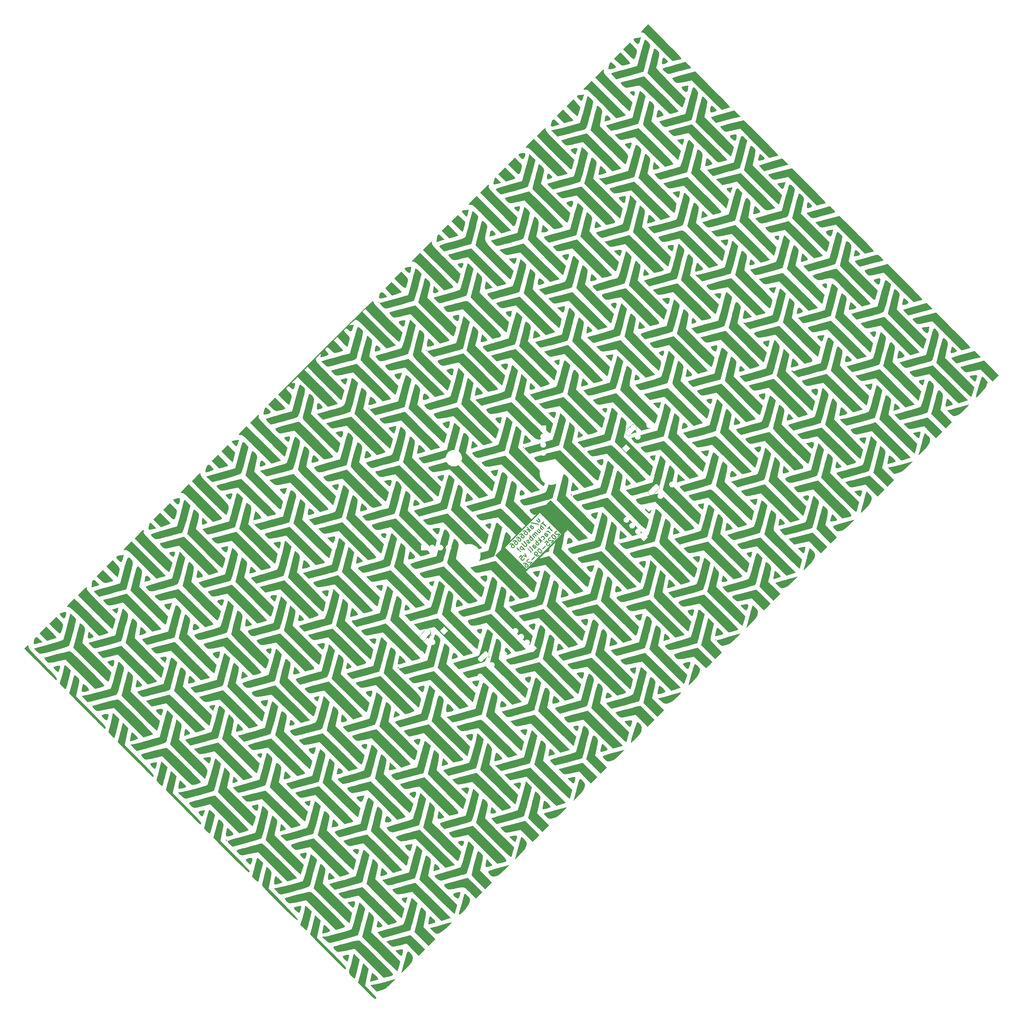
<source format=gbr>
G04 #@! TF.GenerationSoftware,KiCad,Pcbnew,9.0.2*
G04 #@! TF.CreationDate,2025-09-26T14:38:12-04:00*
G04 #@! TF.ProjectId,Trackball,54726163-6b62-4616-9c6c-2e6b69636164,rev?*
G04 #@! TF.SameCoordinates,Original*
G04 #@! TF.FileFunction,Legend,Bot*
G04 #@! TF.FilePolarity,Positive*
%FSLAX46Y46*%
G04 Gerber Fmt 4.6, Leading zero omitted, Abs format (unit mm)*
G04 Created by KiCad (PCBNEW 9.0.2) date 2025-09-26 14:38:12*
%MOMM*%
%LPD*%
G01*
G04 APERTURE LIST*
%ADD10C,0.120000*%
%ADD11C,0.150000*%
%ADD12C,0.010000*%
G04 APERTURE END LIST*
D10*
X229334543Y-83851173D02*
X212187204Y-100998512D01*
X204939359Y-93750668D01*
X222086698Y-76603328D01*
X229334543Y-83851173D01*
G36*
X229334543Y-83851173D02*
G01*
X212187204Y-100998512D01*
X204939359Y-93750668D01*
X222086698Y-76603328D01*
X229334543Y-83851173D01*
G37*
D11*
X183226338Y-117287767D02*
X183731414Y-117792843D01*
X183731414Y-117792843D02*
X183866101Y-117860186D01*
X183866101Y-117860186D02*
X184000788Y-117860186D01*
X184000788Y-117860186D02*
X184135475Y-117792843D01*
X184135475Y-117792843D02*
X184202819Y-117725499D01*
X183596727Y-118331591D02*
X182889620Y-117624484D01*
X182889620Y-117624484D02*
X182620246Y-117893858D01*
X182620246Y-117893858D02*
X182586575Y-117994874D01*
X182586575Y-117994874D02*
X182586575Y-118062217D01*
X182586575Y-118062217D02*
X182620246Y-118163232D01*
X182620246Y-118163232D02*
X182721262Y-118264248D01*
X182721262Y-118264248D02*
X182822277Y-118297919D01*
X182822277Y-118297919D02*
X182889620Y-118297919D01*
X182889620Y-118297919D02*
X182990636Y-118264248D01*
X182990636Y-118264248D02*
X183260010Y-117994874D01*
X181845796Y-118668309D02*
X182182514Y-118331591D01*
X182182514Y-118331591D02*
X182552903Y-118634637D01*
X182552903Y-118634637D02*
X182485559Y-118634637D01*
X182485559Y-118634637D02*
X182384544Y-118668309D01*
X182384544Y-118668309D02*
X182216185Y-118836667D01*
X182216185Y-118836667D02*
X182182514Y-118937683D01*
X182182514Y-118937683D02*
X182182514Y-119005026D01*
X182182514Y-119005026D02*
X182216185Y-119106041D01*
X182216185Y-119106041D02*
X182384544Y-119274400D01*
X182384544Y-119274400D02*
X182485559Y-119308072D01*
X182485559Y-119308072D02*
X182552903Y-119308072D01*
X182552903Y-119308072D02*
X182653918Y-119274400D01*
X182653918Y-119274400D02*
X182822277Y-119106041D01*
X182822277Y-119106041D02*
X182855949Y-119005026D01*
X182855949Y-119005026D02*
X182855949Y-118937683D01*
X247297284Y-53853218D02*
X247802360Y-54358294D01*
X247802360Y-54358294D02*
X247937047Y-54425637D01*
X247937047Y-54425637D02*
X248071734Y-54425637D01*
X248071734Y-54425637D02*
X248206421Y-54358294D01*
X248206421Y-54358294D02*
X248273765Y-54290950D01*
X247667673Y-54897042D02*
X246960566Y-54189935D01*
X246960566Y-54189935D02*
X246691192Y-54459309D01*
X246691192Y-54459309D02*
X246657521Y-54560325D01*
X246657521Y-54560325D02*
X246657521Y-54627668D01*
X246657521Y-54627668D02*
X246691192Y-54728683D01*
X246691192Y-54728683D02*
X246792208Y-54829699D01*
X246792208Y-54829699D02*
X246893223Y-54863370D01*
X246893223Y-54863370D02*
X246960566Y-54863370D01*
X246960566Y-54863370D02*
X247061582Y-54829699D01*
X247061582Y-54829699D02*
X247330956Y-54560325D01*
X246354475Y-54930714D02*
X246287131Y-54930714D01*
X246287131Y-54930714D02*
X246186116Y-54964386D01*
X246186116Y-54964386D02*
X246017757Y-55132744D01*
X246017757Y-55132744D02*
X245984086Y-55233760D01*
X245984086Y-55233760D02*
X245984086Y-55301103D01*
X245984086Y-55301103D02*
X246017757Y-55402118D01*
X246017757Y-55402118D02*
X246085101Y-55469462D01*
X246085101Y-55469462D02*
X246219788Y-55536805D01*
X246219788Y-55536805D02*
X247027910Y-55536805D01*
X247027910Y-55536805D02*
X246590177Y-55974538D01*
X201614650Y-124291660D02*
X202119726Y-124796736D01*
X202119726Y-124796736D02*
X202254413Y-124864079D01*
X202254413Y-124864079D02*
X202389100Y-124864079D01*
X202389100Y-124864079D02*
X202523787Y-124796736D01*
X202523787Y-124796736D02*
X202591131Y-124729392D01*
X201985039Y-125335484D02*
X201277932Y-124628377D01*
X201277932Y-124628377D02*
X201008558Y-124897751D01*
X201008558Y-124897751D02*
X200974887Y-124998767D01*
X200974887Y-124998767D02*
X200974887Y-125066110D01*
X200974887Y-125066110D02*
X201008558Y-125167125D01*
X201008558Y-125167125D02*
X201109574Y-125268141D01*
X201109574Y-125268141D02*
X201210589Y-125301812D01*
X201210589Y-125301812D02*
X201277932Y-125301812D01*
X201277932Y-125301812D02*
X201378948Y-125268141D01*
X201378948Y-125268141D02*
X201648322Y-124998767D01*
X200267780Y-125638530D02*
X200402467Y-125503843D01*
X200402467Y-125503843D02*
X200503482Y-125470171D01*
X200503482Y-125470171D02*
X200570826Y-125470171D01*
X200570826Y-125470171D02*
X200739184Y-125503843D01*
X200739184Y-125503843D02*
X200907543Y-125604858D01*
X200907543Y-125604858D02*
X201176917Y-125874232D01*
X201176917Y-125874232D02*
X201210589Y-125975247D01*
X201210589Y-125975247D02*
X201210589Y-126042591D01*
X201210589Y-126042591D02*
X201176917Y-126143606D01*
X201176917Y-126143606D02*
X201042230Y-126278293D01*
X201042230Y-126278293D02*
X200941215Y-126311965D01*
X200941215Y-126311965D02*
X200873871Y-126311965D01*
X200873871Y-126311965D02*
X200772856Y-126278293D01*
X200772856Y-126278293D02*
X200604497Y-126109934D01*
X200604497Y-126109934D02*
X200570826Y-126008919D01*
X200570826Y-126008919D02*
X200570826Y-125941576D01*
X200570826Y-125941576D02*
X200604497Y-125840560D01*
X200604497Y-125840560D02*
X200739184Y-125705873D01*
X200739184Y-125705873D02*
X200840200Y-125672202D01*
X200840200Y-125672202D02*
X200907543Y-125672202D01*
X200907543Y-125672202D02*
X201008558Y-125705873D01*
X254414314Y-72283956D02*
X254919390Y-72789032D01*
X254919390Y-72789032D02*
X255054077Y-72856375D01*
X255054077Y-72856375D02*
X255188764Y-72856375D01*
X255188764Y-72856375D02*
X255323451Y-72789032D01*
X255323451Y-72789032D02*
X255390795Y-72721688D01*
X254784703Y-73327780D02*
X254077596Y-72620673D01*
X254077596Y-72620673D02*
X253808222Y-72890047D01*
X253808222Y-72890047D02*
X253774551Y-72991063D01*
X253774551Y-72991063D02*
X253774551Y-73058406D01*
X253774551Y-73058406D02*
X253808222Y-73159421D01*
X253808222Y-73159421D02*
X253909238Y-73260437D01*
X253909238Y-73260437D02*
X254010253Y-73294108D01*
X254010253Y-73294108D02*
X254077596Y-73294108D01*
X254077596Y-73294108D02*
X254178612Y-73260437D01*
X254178612Y-73260437D02*
X254447986Y-72991063D01*
X253437833Y-73260437D02*
X253000100Y-73698169D01*
X253000100Y-73698169D02*
X253505177Y-73731841D01*
X253505177Y-73731841D02*
X253404161Y-73832856D01*
X253404161Y-73832856D02*
X253370490Y-73933872D01*
X253370490Y-73933872D02*
X253370490Y-74001215D01*
X253370490Y-74001215D02*
X253404161Y-74102230D01*
X253404161Y-74102230D02*
X253572520Y-74270589D01*
X253572520Y-74270589D02*
X253673535Y-74304261D01*
X253673535Y-74304261D02*
X253740879Y-74304261D01*
X253740879Y-74304261D02*
X253841894Y-74270589D01*
X253841894Y-74270589D02*
X254043925Y-74068559D01*
X254043925Y-74068559D02*
X254077596Y-73967543D01*
X254077596Y-73967543D02*
X254077596Y-73900200D01*
D12*
X168756704Y-15197431D02*
X168567646Y-15197431D01*
X168567646Y-15008373D01*
X168756704Y-15008373D01*
X168756704Y-15197431D01*
G36*
X168756704Y-15197431D02*
G01*
X168567646Y-15197431D01*
X168567646Y-15008373D01*
X168756704Y-15008373D01*
X168756704Y-15197431D01*
G37*
X129999810Y-83636436D02*
X129999810Y-83825493D01*
X129810752Y-83825494D01*
X129810752Y-83636435D01*
X129999810Y-83636436D01*
G36*
X129999810Y-83636436D02*
G01*
X129999810Y-83825493D01*
X129810752Y-83825494D01*
X129810752Y-83636435D01*
X129999810Y-83636436D01*
G37*
X165731776Y-47904470D02*
X165731776Y-48093527D01*
X165542719Y-48093527D01*
X165542718Y-47904469D01*
X165731776Y-47904470D01*
G36*
X165731776Y-47904470D02*
G01*
X165731776Y-48093527D01*
X165542719Y-48093527D01*
X165542718Y-47904469D01*
X165731776Y-47904470D01*
G37*
X183692289Y-30133015D02*
X183503231Y-30133015D01*
X183503230Y-29943957D01*
X183692289Y-29943957D01*
X183692289Y-30133015D01*
G36*
X183692289Y-30133015D02*
G01*
X183503231Y-30133015D01*
X183503230Y-29943957D01*
X183692289Y-29943957D01*
X183692289Y-30133015D01*
G37*
X213752514Y-60193241D02*
X213563456Y-60193240D01*
X213563456Y-60004182D01*
X213752514Y-60004182D01*
X213752514Y-60193241D01*
G36*
X213752514Y-60193241D02*
G01*
X213563456Y-60193240D01*
X213563456Y-60004182D01*
X213752514Y-60004182D01*
X213752514Y-60193241D01*
G37*
X174806562Y-128632245D02*
X174617503Y-128632245D01*
X174617504Y-128443187D01*
X174806561Y-128443187D01*
X174806562Y-128632245D01*
G36*
X174806562Y-128632245D02*
G01*
X174617503Y-128632245D01*
X174617504Y-128443187D01*
X174806561Y-128443187D01*
X174806562Y-128632245D01*
G37*
X243434624Y-89686293D02*
X243434624Y-89875350D01*
X243245566Y-89875350D01*
X243245566Y-89686292D01*
X243434624Y-89686293D01*
G36*
X243434624Y-89686293D02*
G01*
X243434624Y-89875350D01*
X243245566Y-89875350D01*
X243245566Y-89686292D01*
X243434624Y-89686293D01*
G37*
X273494850Y-119746519D02*
X273494850Y-119935576D01*
X273305792Y-119935576D01*
X273305791Y-119746518D01*
X273494850Y-119746519D01*
G36*
X273494850Y-119746519D02*
G01*
X273494850Y-119935576D01*
X273305792Y-119935576D01*
X273305791Y-119746518D01*
X273494850Y-119746519D01*
G37*
X121397670Y-182041137D02*
X121484113Y-182154868D01*
X121397670Y-182293214D01*
X121347333Y-182288131D01*
X121145592Y-182041137D01*
X121172880Y-181954694D01*
X121397670Y-182041137D01*
G36*
X121397670Y-182041137D02*
G01*
X121484113Y-182154868D01*
X121397670Y-182293214D01*
X121347333Y-182288131D01*
X121145592Y-182041137D01*
X121172880Y-181954694D01*
X121397670Y-182041137D01*
G37*
X228593569Y-74845238D02*
X228680012Y-74958968D01*
X228593569Y-75097314D01*
X228543233Y-75092232D01*
X228341492Y-74845237D01*
X228368780Y-74758794D01*
X228593569Y-74845238D01*
G36*
X228593569Y-74845238D02*
G01*
X228680012Y-74958968D01*
X228593569Y-75097314D01*
X228543233Y-75092232D01*
X228341492Y-74845237D01*
X228368780Y-74758794D01*
X228593569Y-74845238D01*
G37*
X187605804Y5751224D02*
X188233523Y5216994D01*
X189088127Y4362390D01*
X187886306Y3972565D01*
X186684484Y3582741D01*
X186796319Y4589908D01*
X186940478Y5418382D01*
X187194149Y5826801D01*
X187605804Y5751224D01*
G36*
X187605804Y5751224D02*
G01*
X188233523Y5216994D01*
X189088127Y4362390D01*
X187886306Y3972565D01*
X186684484Y3582741D01*
X186796319Y4589908D01*
X186940478Y5418382D01*
X187194149Y5826801D01*
X187605804Y5751224D01*
G37*
X87597502Y-110773821D02*
X87548929Y-111141858D01*
X87369769Y-111654728D01*
X87046653Y-111675856D01*
X86511610Y-111234052D01*
X85845051Y-110567493D01*
X86762831Y-110275376D01*
X87680609Y-109983259D01*
X87597502Y-110773821D01*
G36*
X87597502Y-110773821D02*
G01*
X87548929Y-111141858D01*
X87369769Y-111654728D01*
X87046653Y-111675856D01*
X86511610Y-111234052D01*
X85845051Y-110567493D01*
X86762831Y-110275376D01*
X87680609Y-109983259D01*
X87597502Y-110773821D01*
G37*
X204040220Y-10589703D02*
X202865079Y-10919193D01*
X202811671Y-10934046D01*
X202090267Y-11077689D01*
X201729705Y-10950136D01*
X201673182Y-10475227D01*
X201863899Y-9576801D01*
X202104069Y-8653551D01*
X204040220Y-10589703D01*
G36*
X204040220Y-10589703D02*
G01*
X202865079Y-10919193D01*
X202811671Y-10934046D01*
X202090267Y-11077689D01*
X201729705Y-10950136D01*
X201673182Y-10475227D01*
X201863899Y-9576801D01*
X202104069Y-8653551D01*
X204040220Y-10589703D01*
G37*
X174132106Y-159908596D02*
X173079989Y-160179884D01*
X172843141Y-160237032D01*
X172216793Y-160344038D01*
X171907093Y-160325714D01*
X171885191Y-160265498D01*
X171900516Y-159816668D01*
X172018557Y-159113773D01*
X172250802Y-158027291D01*
X174132106Y-159908596D01*
G36*
X174132106Y-159908596D02*
G01*
X173079989Y-160179884D01*
X172843141Y-160237032D01*
X172216793Y-160344038D01*
X171907093Y-160325714D01*
X171885191Y-160265498D01*
X171900516Y-159816668D01*
X172018557Y-159113773D01*
X172250802Y-158027291D01*
X174132106Y-159908596D01*
G37*
X169910777Y-12118848D02*
X170569558Y-12661950D01*
X171320278Y-13412670D01*
X170134604Y-13736293D01*
X169498620Y-13879768D01*
X168951165Y-13852220D01*
X168786749Y-13509729D01*
X168949807Y-12808794D01*
X169090907Y-12458342D01*
X169441724Y-12048818D01*
X169910777Y-12118848D01*
G36*
X169910777Y-12118848D02*
G01*
X170569558Y-12661950D01*
X171320278Y-13412670D01*
X170134604Y-13736293D01*
X169498620Y-13879768D01*
X168951165Y-13852220D01*
X168786749Y-13509729D01*
X168949807Y-12808794D01*
X169090907Y-12458342D01*
X169441724Y-12048818D01*
X169910777Y-12118848D01*
G37*
X249891664Y66209738D02*
X249654687Y65541736D01*
X249359424Y65122812D01*
X248987467Y65163209D01*
X248444661Y65624874D01*
X248028763Y66107176D01*
X247919330Y66525772D01*
X248288370Y66786966D01*
X249162285Y66939117D01*
X250149898Y67038080D01*
X249891664Y66209738D01*
G36*
X249891664Y66209738D02*
G01*
X249654687Y65541736D01*
X249359424Y65122812D01*
X248987467Y65163209D01*
X248444661Y65624874D01*
X248028763Y66107176D01*
X247919330Y66525772D01*
X248288370Y66786966D01*
X249162285Y66939117D01*
X250149898Y67038080D01*
X249891664Y66209738D01*
G37*
X232142336Y48443075D02*
X231956788Y47868003D01*
X231719811Y47485677D01*
X231396161Y47556726D01*
X230862265Y48042478D01*
X230461916Y48485460D01*
X230302724Y48886533D01*
X230615436Y49113085D01*
X231430395Y49228459D01*
X232397726Y49301177D01*
X232142336Y48443075D01*
G36*
X232142336Y48443075D02*
G01*
X231956788Y47868003D01*
X231719811Y47485677D01*
X231396161Y47556726D01*
X230862265Y48042478D01*
X230461916Y48485460D01*
X230302724Y48886533D01*
X230615436Y49113085D01*
X231430395Y49228459D01*
X232397726Y49301177D01*
X232142336Y48443075D01*
G37*
X79435582Y-118148318D02*
X79808010Y-118526922D01*
X80047728Y-118876081D01*
X79887298Y-119093300D01*
X79310808Y-119329159D01*
X79086843Y-119404031D01*
X78533543Y-119429736D01*
X78326506Y-119066636D01*
X78444222Y-118288916D01*
X78688143Y-117400879D01*
X79435582Y-118148318D01*
G36*
X79435582Y-118148318D02*
G01*
X79808010Y-118526922D01*
X80047728Y-118876081D01*
X79887298Y-119093300D01*
X79310808Y-119329159D01*
X79086843Y-119404031D01*
X78533543Y-119429736D01*
X78326506Y-119066636D01*
X78444222Y-118288916D01*
X78688143Y-117400879D01*
X79435582Y-118148318D01*
G37*
X97292772Y-100462599D02*
X97541266Y-100730514D01*
X97762784Y-101168073D01*
X97514007Y-101460664D01*
X96762717Y-101682429D01*
X95962378Y-101849135D01*
X96064605Y-101065542D01*
X96130586Y-100670545D01*
X96364754Y-100106107D01*
X96739600Y-100042953D01*
X97292772Y-100462599D01*
G36*
X97292772Y-100462599D02*
G01*
X97541266Y-100730514D01*
X97762784Y-101168073D01*
X97514007Y-101460664D01*
X96762717Y-101682429D01*
X95962378Y-101849135D01*
X96064605Y-101065542D01*
X96130586Y-100670545D01*
X96364754Y-100106107D01*
X96739600Y-100042953D01*
X97292772Y-100462599D01*
G37*
X204488671Y6733300D02*
X204737166Y6465386D01*
X204958684Y6027827D01*
X204709906Y5735235D01*
X203958617Y5513471D01*
X203158278Y5346765D01*
X203260504Y6130358D01*
X203326486Y6525355D01*
X203560653Y7089792D01*
X203935500Y7152946D01*
X204488671Y6733300D01*
G36*
X204488671Y6733300D02*
G01*
X204737166Y6465386D01*
X204958684Y6027827D01*
X204709906Y5735235D01*
X203958617Y5513471D01*
X203158278Y5346765D01*
X203260504Y6130358D01*
X203326486Y6525355D01*
X203560653Y7089792D01*
X203935500Y7152946D01*
X204488671Y6733300D01*
G37*
X240220638Y42465266D02*
X240469133Y42197353D01*
X240690651Y41759794D01*
X240441872Y41467201D01*
X239690583Y41245437D01*
X238890244Y41078731D01*
X238992470Y41862324D01*
X239058452Y42257321D01*
X239292620Y42821759D01*
X239667466Y42884912D01*
X240220638Y42465266D01*
G36*
X240220638Y42465266D02*
G01*
X240469133Y42197353D01*
X240690651Y41759794D01*
X240441872Y41467201D01*
X239690583Y41245437D01*
X238890244Y41078731D01*
X238992470Y41862324D01*
X239058452Y42257321D01*
X239292620Y42821759D01*
X239667466Y42884912D01*
X240220638Y42465266D01*
G37*
X176796614Y-21549262D02*
X176699889Y-22089477D01*
X176454962Y-22581948D01*
X176061545Y-22577730D01*
X175468265Y-22098049D01*
X175111839Y-21697565D01*
X174930330Y-21237474D01*
X175236807Y-20953981D01*
X176050876Y-20803524D01*
X176904496Y-20725296D01*
X176796614Y-21549262D01*
G36*
X176796614Y-21549262D02*
G01*
X176699889Y-22089477D01*
X176454962Y-22581948D01*
X176061545Y-22577730D01*
X175468265Y-22098049D01*
X175111839Y-21697565D01*
X174930330Y-21237474D01*
X175236807Y-20953981D01*
X176050876Y-20803524D01*
X176904496Y-20725296D01*
X176796614Y-21549262D01*
G37*
X114767765Y-82772800D02*
X115169261Y-83181697D01*
X115400365Y-83526550D01*
X115236382Y-83741899D01*
X114664659Y-83975309D01*
X114332539Y-84085997D01*
X113899531Y-84097470D01*
X113755013Y-83752641D01*
X113835349Y-82974732D01*
X113998659Y-82003694D01*
X114767765Y-82772800D01*
G36*
X114767765Y-82772800D02*
G01*
X115169261Y-83181697D01*
X115400365Y-83526550D01*
X115236382Y-83741899D01*
X114664659Y-83975309D01*
X114332539Y-84085997D01*
X113899531Y-84097470D01*
X113755013Y-83752641D01*
X113835349Y-82974732D01*
X113998659Y-82003694D01*
X114767765Y-82772800D01*
G37*
X186609814Y-10930751D02*
X187011310Y-11339648D01*
X187242414Y-11684502D01*
X187078431Y-11899850D01*
X186506708Y-12133260D01*
X186174588Y-12243948D01*
X185741580Y-12255421D01*
X185597062Y-11910592D01*
X185677398Y-11132683D01*
X185840708Y-10161645D01*
X186609814Y-10930751D01*
G36*
X186609814Y-10930751D02*
G01*
X187011310Y-11339648D01*
X187242414Y-11684502D01*
X187078431Y-11899850D01*
X186506708Y-12133260D01*
X186174588Y-12243948D01*
X185741580Y-12255421D01*
X185597062Y-11910592D01*
X185677398Y-11132683D01*
X185840708Y-10161645D01*
X186609814Y-10930751D01*
G37*
X248156998Y50249811D02*
X248233838Y49709101D01*
X248201137Y49497730D01*
X248036210Y49020423D01*
X247735507Y49017278D01*
X247209133Y49467065D01*
X246804086Y49913643D01*
X246770390Y50152933D01*
X247105091Y50306280D01*
X247712145Y50420616D01*
X248156998Y50249811D01*
G36*
X248156998Y50249811D02*
G01*
X248233838Y49709101D01*
X248201137Y49497730D01*
X248036210Y49020423D01*
X247735507Y49017278D01*
X247209133Y49467065D01*
X246804086Y49913643D01*
X246770390Y50152933D01*
X247105091Y50306280D01*
X247712145Y50420616D01*
X248156998Y50249811D01*
G37*
X113360965Y-99137455D02*
X113757537Y-99573626D01*
X113996343Y-100069000D01*
X113754124Y-100389645D01*
X113015934Y-100598871D01*
X112573092Y-100657115D01*
X112217565Y-100565733D01*
X112139814Y-100172360D01*
X112276222Y-99371437D01*
X112508466Y-98284956D01*
X113360965Y-99137455D01*
G36*
X113360965Y-99137455D02*
G01*
X113757537Y-99573626D01*
X113996343Y-100069000D01*
X113754124Y-100389645D01*
X113015934Y-100598871D01*
X112573092Y-100657115D01*
X112217565Y-100565733D01*
X112139814Y-100172360D01*
X112276222Y-99371437D01*
X112508466Y-98284956D01*
X113360965Y-99137455D01*
G37*
X104150376Y-109419341D02*
X103923073Y-110081060D01*
X103621793Y-110512953D01*
X103237185Y-110477441D01*
X102680925Y-110010029D01*
X102260409Y-109521089D01*
X102153674Y-109100501D01*
X102525540Y-108833814D01*
X103402653Y-108671617D01*
X104406090Y-108560203D01*
X104150376Y-109419341D01*
G36*
X104150376Y-109419341D02*
G01*
X103923073Y-110081060D01*
X103621793Y-110512953D01*
X103237185Y-110477441D01*
X102680925Y-110010029D01*
X102260409Y-109521089D01*
X102153674Y-109100501D01*
X102525540Y-108833814D01*
X103402653Y-108671617D01*
X104406090Y-108560203D01*
X104150376Y-109419341D01*
G37*
X175614310Y-37955407D02*
X175387006Y-38617128D01*
X175085726Y-39049021D01*
X174701118Y-39013508D01*
X174144858Y-38546097D01*
X173724341Y-38057156D01*
X173617606Y-37636568D01*
X173989473Y-37369881D01*
X174866586Y-37207683D01*
X175870023Y-37096270D01*
X175614310Y-37955407D01*
G36*
X175614310Y-37955407D02*
G01*
X175387006Y-38617128D01*
X175085726Y-39049021D01*
X174701118Y-39013508D01*
X174144858Y-38546097D01*
X173724341Y-38057156D01*
X173617606Y-37636568D01*
X173989473Y-37369881D01*
X174866586Y-37207683D01*
X175870023Y-37096270D01*
X175614310Y-37955407D01*
G37*
X264732554Y51280202D02*
X264653177Y50725025D01*
X264406799Y50216861D01*
X263992059Y50209131D01*
X263380245Y50689291D01*
X263025998Y51086335D01*
X262840804Y51548184D01*
X263143252Y51838754D01*
X263954206Y52005910D01*
X264803345Y52102061D01*
X264732554Y51280202D01*
G36*
X264732554Y51280202D02*
G01*
X264653177Y50725025D01*
X264406799Y50216861D01*
X263992059Y50209131D01*
X263380245Y50689291D01*
X263025998Y51086335D01*
X262840804Y51548184D01*
X263143252Y51838754D01*
X263954206Y52005910D01*
X264803345Y52102061D01*
X264732554Y51280202D01*
G37*
X157593561Y-55443677D02*
X157549494Y-56065311D01*
X157428585Y-56584630D01*
X157156356Y-57012336D01*
X156733157Y-56951858D01*
X156096193Y-56418456D01*
X155251808Y-55574071D01*
X156303926Y-55302782D01*
X156810832Y-55186456D01*
X157377875Y-55169418D01*
X157593561Y-55443677D01*
G36*
X157593561Y-55443677D02*
G01*
X157549494Y-56065311D01*
X157428585Y-56584630D01*
X157156356Y-57012336D01*
X156733157Y-56951858D01*
X156096193Y-56418456D01*
X155251808Y-55574071D01*
X156303926Y-55302782D01*
X156810832Y-55186456D01*
X157377875Y-55169418D01*
X157593561Y-55443677D01*
G37*
X209872621Y-18690800D02*
X209800166Y-19192059D01*
X209626028Y-19622682D01*
X209304561Y-19572516D01*
X208742476Y-19073120D01*
X208391170Y-18702316D01*
X208157059Y-18295560D01*
X208391081Y-18073542D01*
X209124797Y-17942976D01*
X209971353Y-17844243D01*
X209872621Y-18690800D01*
G36*
X209872621Y-18690800D02*
G01*
X209800166Y-19192059D01*
X209626028Y-19622682D01*
X209304561Y-19572516D01*
X208742476Y-19073120D01*
X208391170Y-18702316D01*
X208157059Y-18295560D01*
X208391081Y-18073542D01*
X209124797Y-17942976D01*
X209971353Y-17844243D01*
X209872621Y-18690800D01*
G37*
X172490901Y-70333532D02*
X172688113Y-70636186D01*
X172577092Y-71268963D01*
X172373725Y-71882856D01*
X172134992Y-72193459D01*
X171783721Y-72064434D01*
X171195893Y-71518156D01*
X170326566Y-70648829D01*
X171324764Y-70424611D01*
X171914880Y-70313417D01*
X172490901Y-70333532D01*
G36*
X172490901Y-70333532D02*
G01*
X172688113Y-70636186D01*
X172577092Y-71268963D01*
X172373725Y-71882856D01*
X172134992Y-72193459D01*
X171783721Y-72064434D01*
X171195893Y-71518156D01*
X170326566Y-70648829D01*
X171324764Y-70424611D01*
X171914880Y-70313417D01*
X172490901Y-70333532D01*
G37*
X243954834Y1130401D02*
X244152046Y827747D01*
X244041025Y194969D01*
X243837658Y-418924D01*
X243598925Y-729527D01*
X243247654Y-600501D01*
X242659826Y-54223D01*
X241790499Y815104D01*
X242788697Y1039322D01*
X243378813Y1150517D01*
X243954834Y1130401D01*
G36*
X243954834Y1130401D02*
G01*
X244152046Y827747D01*
X244041025Y194969D01*
X243837658Y-418924D01*
X243598925Y-729527D01*
X243247654Y-600501D01*
X242659826Y-54223D01*
X241790499Y815104D01*
X242788697Y1039322D01*
X243378813Y1150517D01*
X243954834Y1130401D01*
G37*
X108942208Y-147710975D02*
X109487014Y-148199751D01*
X109898631Y-148624665D01*
X110095118Y-148971165D01*
X109857738Y-149198287D01*
X109148433Y-149446131D01*
X108261456Y-149728445D01*
X108361124Y-148734575D01*
X108453142Y-148040972D01*
X108625518Y-147644779D01*
X108942208Y-147710975D01*
G36*
X108942208Y-147710975D02*
G01*
X109487014Y-148199751D01*
X109898631Y-148624665D01*
X110095118Y-148971165D01*
X109857738Y-149198287D01*
X109148433Y-149446131D01*
X108261456Y-149728445D01*
X108361124Y-148734575D01*
X108453142Y-148040972D01*
X108625518Y-147644779D01*
X108942208Y-147710975D01*
G37*
X233909562Y-22743621D02*
X234454368Y-23232397D01*
X234865985Y-23657311D01*
X235062471Y-24003811D01*
X234825091Y-24230934D01*
X234115787Y-24478778D01*
X233228809Y-24761092D01*
X233328478Y-23767220D01*
X233420496Y-23073618D01*
X233592871Y-22677426D01*
X233909562Y-22743621D01*
G36*
X233909562Y-22743621D02*
G01*
X234454368Y-23232397D01*
X234865985Y-23657311D01*
X235062471Y-24003811D01*
X234825091Y-24230934D01*
X234115787Y-24478778D01*
X233228809Y-24761092D01*
X233328478Y-23767220D01*
X233420496Y-23073618D01*
X233592871Y-22677426D01*
X233909562Y-22743621D01*
G37*
X224811698Y-33689348D02*
X224756181Y-34056601D01*
X224587113Y-34543712D01*
X224289226Y-34547316D01*
X223772589Y-34103234D01*
X223500592Y-33824381D01*
X223247139Y-33452063D01*
X223437558Y-33243478D01*
X224113587Y-33072462D01*
X224913925Y-32905756D01*
X224811698Y-33689348D01*
G36*
X224811698Y-33689348D02*
G01*
X224756181Y-34056601D01*
X224587113Y-34543712D01*
X224289226Y-34547316D01*
X223772589Y-34103234D01*
X223500592Y-33824381D01*
X223247139Y-33452063D01*
X223437558Y-33243478D01*
X224113587Y-33072462D01*
X224913925Y-32905756D01*
X224811698Y-33689348D01*
G37*
X144830176Y-112835212D02*
X145217240Y-113234511D01*
X145452858Y-113600752D01*
X145262345Y-113803691D01*
X144623411Y-113965157D01*
X144288587Y-114027232D01*
X143817744Y-114010207D01*
X143691718Y-113691187D01*
X143831119Y-112970502D01*
X144063255Y-112068291D01*
X144830176Y-112835212D01*
G36*
X144830176Y-112835212D02*
G01*
X145217240Y-113234511D01*
X145452858Y-113600752D01*
X145262345Y-113803691D01*
X144623411Y-113965157D01*
X144288587Y-114027232D01*
X143817744Y-114010207D01*
X143691718Y-113691187D01*
X143831119Y-112970502D01*
X144063255Y-112068291D01*
X144830176Y-112835212D01*
G37*
X216672225Y-40993163D02*
X217059289Y-41392462D01*
X217294907Y-41758703D01*
X217104394Y-41961642D01*
X216465460Y-42123108D01*
X216130636Y-42185183D01*
X215659793Y-42168158D01*
X215533766Y-41849138D01*
X215673168Y-41128453D01*
X215905304Y-40226242D01*
X216672225Y-40993163D01*
G36*
X216672225Y-40993163D02*
G01*
X217059289Y-41392462D01*
X217294907Y-41758703D01*
X217104394Y-41961642D01*
X216465460Y-42123108D01*
X216130636Y-42185183D01*
X215659793Y-42168158D01*
X215533766Y-41849138D01*
X215673168Y-41128453D01*
X215905304Y-40226242D01*
X216672225Y-40993163D01*
G37*
X252026076Y-5639312D02*
X252413140Y-6038612D01*
X252648757Y-6404853D01*
X252458245Y-6607792D01*
X251819311Y-6769257D01*
X251484487Y-6831332D01*
X251013643Y-6814308D01*
X250887617Y-6495287D01*
X251027018Y-5774603D01*
X251259155Y-4872391D01*
X252026076Y-5639312D01*
G36*
X252026076Y-5639312D02*
G01*
X252413140Y-6038612D01*
X252648757Y-6404853D01*
X252458245Y-6607792D01*
X251819311Y-6769257D01*
X251484487Y-6831332D01*
X251013643Y-6814308D01*
X250887617Y-6495287D01*
X251027018Y-5774603D01*
X251259155Y-4872391D01*
X252026076Y-5639312D01*
G37*
X116309375Y-156343229D02*
X116478985Y-156637400D01*
X116386455Y-157271432D01*
X116216208Y-157898393D01*
X115992854Y-158216309D01*
X115640305Y-158089172D01*
X115045660Y-157539557D01*
X114176333Y-156670230D01*
X115174530Y-156446012D01*
X115787085Y-156327251D01*
X116309375Y-156343229D01*
G36*
X116309375Y-156343229D02*
G01*
X116478985Y-156637400D01*
X116386455Y-157271432D01*
X116216208Y-157898393D01*
X115992854Y-158216309D01*
X115640305Y-158089172D01*
X115045660Y-157539557D01*
X114176333Y-156670230D01*
X115174530Y-156446012D01*
X115787085Y-156327251D01*
X116309375Y-156343229D01*
G37*
X151694518Y-121001082D02*
X151891730Y-121303737D01*
X151780709Y-121936514D01*
X151577343Y-122550406D01*
X151338610Y-122861009D01*
X150987339Y-122731985D01*
X150399511Y-122185706D01*
X149530184Y-121316379D01*
X150528381Y-121092161D01*
X151118498Y-120980967D01*
X151694518Y-121001082D01*
G36*
X151694518Y-121001082D02*
G01*
X151891730Y-121303737D01*
X151780709Y-121936514D01*
X151577343Y-122550406D01*
X151338610Y-122861009D01*
X150987339Y-122731985D01*
X150399511Y-122185706D01*
X149530184Y-121316379D01*
X150528381Y-121092161D01*
X151118498Y-120980967D01*
X151694518Y-121001082D01*
G37*
X223505275Y-49147329D02*
X223674885Y-49441500D01*
X223582355Y-50075533D01*
X223412108Y-50702493D01*
X223188752Y-51020410D01*
X222836205Y-50893272D01*
X222241560Y-50343657D01*
X221372233Y-49474330D01*
X222370430Y-49250112D01*
X222982984Y-49131351D01*
X223505275Y-49147329D01*
G36*
X223505275Y-49147329D02*
G01*
X223674885Y-49441500D01*
X223582355Y-50075533D01*
X223412108Y-50702493D01*
X223188752Y-51020410D01*
X222836205Y-50893272D01*
X222241560Y-50343657D01*
X221372233Y-49474330D01*
X222370430Y-49250112D01*
X222982984Y-49131351D01*
X223505275Y-49147329D01*
G37*
X258890418Y-13805183D02*
X259087630Y-14107837D01*
X258976608Y-14740614D01*
X258773242Y-15354507D01*
X258534509Y-15665110D01*
X258183239Y-15536085D01*
X257595410Y-14989807D01*
X256726083Y-14120480D01*
X257724280Y-13896262D01*
X258314398Y-13785068D01*
X258890418Y-13805183D01*
G36*
X258890418Y-13805183D02*
G01*
X259087630Y-14107837D01*
X258976608Y-14740614D01*
X258773242Y-15354507D01*
X258534509Y-15665110D01*
X258183239Y-15536085D01*
X257595410Y-14989807D01*
X256726083Y-14120480D01*
X257724280Y-13896262D01*
X258314398Y-13785068D01*
X258890418Y-13805183D01*
G37*
X114356702Y-173708059D02*
X114185345Y-174243976D01*
X113953589Y-174654651D01*
X113654413Y-174622730D01*
X113173646Y-174195229D01*
X112924434Y-173919802D01*
X112721342Y-173454577D01*
X113007010Y-173148836D01*
X113801301Y-172963600D01*
X114609606Y-172857913D01*
X114356702Y-173708059D01*
G36*
X114356702Y-173708059D02*
G01*
X114185345Y-174243976D01*
X113953589Y-174654651D01*
X113654413Y-174622730D01*
X113173646Y-174195229D01*
X112924434Y-173919802D01*
X112721342Y-173454577D01*
X113007010Y-173148836D01*
X113801301Y-172963600D01*
X114609606Y-172857913D01*
X114356702Y-173708059D01*
G37*
X221552601Y-66512160D02*
X221381245Y-67048077D01*
X221149488Y-67458752D01*
X220850313Y-67426831D01*
X220369545Y-66999330D01*
X220120333Y-66723903D01*
X219917242Y-66258678D01*
X220202910Y-65952936D01*
X220997200Y-65767701D01*
X221805506Y-65662013D01*
X221552601Y-66512160D01*
G36*
X221552601Y-66512160D02*
G01*
X221381245Y-67048077D01*
X221149488Y-67458752D01*
X220850313Y-67426831D01*
X220369545Y-66999330D01*
X220120333Y-66723903D01*
X219917242Y-66258678D01*
X220202910Y-65952936D01*
X220997200Y-65767701D01*
X221805506Y-65662013D01*
X221552601Y-66512160D01*
G37*
X150037855Y-138129184D02*
X149959693Y-138390377D01*
X149731883Y-138895420D01*
X149449809Y-138935621D01*
X149000141Y-138557791D01*
X148835626Y-138386305D01*
X148585833Y-137984439D01*
X148787666Y-137738652D01*
X149482578Y-137563511D01*
X150238205Y-137430389D01*
X150037855Y-138129184D01*
G36*
X150037855Y-138129184D02*
G01*
X149959693Y-138390377D01*
X149731883Y-138895420D01*
X149449809Y-138935621D01*
X149000141Y-138557791D01*
X148835626Y-138386305D01*
X148585833Y-137984439D01*
X148787666Y-137738652D01*
X149482578Y-137563511D01*
X150238205Y-137430389D01*
X150037855Y-138129184D01*
G37*
X185769821Y-102397218D02*
X185691659Y-102658411D01*
X185463850Y-103163453D01*
X185181776Y-103203654D01*
X184732107Y-102825825D01*
X184567593Y-102654338D01*
X184317799Y-102252472D01*
X184519632Y-102006685D01*
X185214544Y-101831545D01*
X185970171Y-101698423D01*
X185769821Y-102397218D01*
G36*
X185769821Y-102397218D02*
G01*
X185691659Y-102658411D01*
X185463850Y-103163453D01*
X185181776Y-103203654D01*
X184732107Y-102825825D01*
X184567593Y-102654338D01*
X184317799Y-102252472D01*
X184519632Y-102006685D01*
X185214544Y-101831545D01*
X185970171Y-101698423D01*
X185769821Y-102397218D01*
G37*
X124317381Y-163030117D02*
X124585730Y-163301237D01*
X124857842Y-163666813D01*
X124711562Y-163890931D01*
X124117560Y-164135911D01*
X123810805Y-164241938D01*
X123382682Y-164282400D01*
X123271344Y-163981558D01*
X123412852Y-163259937D01*
X123644989Y-162357725D01*
X124317381Y-163030117D01*
G36*
X124317381Y-163030117D02*
G01*
X124585730Y-163301237D01*
X124857842Y-163666813D01*
X124711562Y-163890931D01*
X124117560Y-164135911D01*
X123810805Y-164241938D01*
X123382682Y-164282400D01*
X123271344Y-163981558D01*
X123412852Y-163259937D01*
X123644989Y-162357725D01*
X124317381Y-163030117D01*
G37*
X159671231Y-127676266D02*
X159939581Y-127947387D01*
X160211693Y-128312962D01*
X160065413Y-128537081D01*
X159471411Y-128782060D01*
X159164655Y-128888088D01*
X158736532Y-128928550D01*
X158625195Y-128627708D01*
X158766703Y-127906086D01*
X158998839Y-127003874D01*
X159671231Y-127676266D01*
G36*
X159671231Y-127676266D02*
G01*
X159939581Y-127947387D01*
X160211693Y-128312962D01*
X160065413Y-128537081D01*
X159471411Y-128782060D01*
X159164655Y-128888088D01*
X158736532Y-128928550D01*
X158625195Y-128627708D01*
X158766703Y-127906086D01*
X158998839Y-127003874D01*
X159671231Y-127676266D01*
G37*
X231513280Y-55834217D02*
X231781630Y-56105338D01*
X232053742Y-56470913D01*
X231907462Y-56695032D01*
X231313460Y-56940012D01*
X231006704Y-57046039D01*
X230578581Y-57086501D01*
X230467244Y-56785659D01*
X230608752Y-56064037D01*
X230840888Y-55161825D01*
X231513280Y-55834217D01*
G36*
X231513280Y-55834217D02*
G01*
X231781630Y-56105338D01*
X232053742Y-56470913D01*
X231907462Y-56695032D01*
X231313460Y-56940012D01*
X231006704Y-57046039D01*
X230578581Y-57086501D01*
X230467244Y-56785659D01*
X230608752Y-56064037D01*
X230840888Y-55161825D01*
X231513280Y-55834217D01*
G37*
X167908511Y-119786626D02*
X167816992Y-120413799D01*
X167677902Y-120787694D01*
X167437204Y-121152740D01*
X167113741Y-121079430D01*
X166571848Y-120586590D01*
X165804928Y-119819670D01*
X166707140Y-119587533D01*
X166895690Y-119542764D01*
X167608263Y-119501382D01*
X167908511Y-119786626D01*
G36*
X167908511Y-119786626D02*
G01*
X167816992Y-120413799D01*
X167677902Y-120787694D01*
X167437204Y-121152740D01*
X167113741Y-121079430D01*
X166571848Y-120586590D01*
X165804928Y-119819670D01*
X166707140Y-119587533D01*
X166895690Y-119542764D01*
X167608263Y-119501382D01*
X167908511Y-119786626D01*
G37*
X275104411Y-12590726D02*
X275012892Y-13217899D01*
X274873801Y-13591795D01*
X274633104Y-13956840D01*
X274309640Y-13883530D01*
X273767748Y-13390691D01*
X273000827Y-12623771D01*
X273903039Y-12391634D01*
X274091590Y-12346864D01*
X274804163Y-12305483D01*
X275104411Y-12590726D01*
G36*
X275104411Y-12590726D02*
G01*
X275012892Y-13217899D01*
X274873801Y-13591795D01*
X274633104Y-13956840D01*
X274309640Y-13883530D01*
X273767748Y-13390691D01*
X273000827Y-12623771D01*
X273903039Y-12391634D01*
X274091590Y-12346864D01*
X274804163Y-12305483D01*
X275104411Y-12590726D01*
G37*
X246913193Y-53641986D02*
X247322294Y-53922143D01*
X247889585Y-54439067D01*
X248846971Y-55396454D01*
X247646081Y-55733165D01*
X246445190Y-56069875D01*
X246551987Y-54922657D01*
X246583281Y-54629152D01*
X246688590Y-53963535D01*
X246795490Y-53628560D01*
X246913193Y-53641986D01*
G36*
X246913193Y-53641986D02*
G01*
X247322294Y-53922143D01*
X247889585Y-54439067D01*
X248846971Y-55396454D01*
X247646081Y-55733165D01*
X246445190Y-56069875D01*
X246551987Y-54922657D01*
X246583281Y-54629152D01*
X246688590Y-53963535D01*
X246795490Y-53628560D01*
X246913193Y-53641986D01*
G37*
X158167717Y-143944207D02*
X158564289Y-144380378D01*
X158803094Y-144875751D01*
X158560876Y-145196397D01*
X157822685Y-145405622D01*
X157379844Y-145463866D01*
X157024317Y-145372485D01*
X156946566Y-144979112D01*
X157082974Y-144178189D01*
X157315218Y-143091708D01*
X158167717Y-143944207D01*
G36*
X158167717Y-143944207D02*
G01*
X158564289Y-144380378D01*
X158803094Y-144875751D01*
X158560876Y-145196397D01*
X157822685Y-145405622D01*
X157379844Y-145463866D01*
X157024317Y-145372485D01*
X156946566Y-144979112D01*
X157082974Y-144178189D01*
X157315218Y-143091708D01*
X158167717Y-143944207D01*
G37*
X220421062Y-82762159D02*
X220193758Y-83423879D01*
X219892477Y-83855772D01*
X219507869Y-83820260D01*
X218951610Y-83352848D01*
X218531093Y-82863908D01*
X218424358Y-82443319D01*
X218796224Y-82176633D01*
X219673338Y-82014435D01*
X220676775Y-81903022D01*
X220421062Y-82762159D01*
G36*
X220421062Y-82762159D02*
G01*
X220193758Y-83423879D01*
X219892477Y-83855772D01*
X219507869Y-83820260D01*
X218951610Y-83352848D01*
X218531093Y-82863908D01*
X218424358Y-82443319D01*
X218796224Y-82176633D01*
X219673338Y-82014435D01*
X220676775Y-81903022D01*
X220421062Y-82762159D01*
G37*
X148896455Y-154209517D02*
X148734106Y-154847988D01*
X148458054Y-155312210D01*
X148065341Y-155291996D01*
X147487677Y-154816781D01*
X147086877Y-154365158D01*
X146947778Y-153952344D01*
X147278816Y-153681503D01*
X148112283Y-153483716D01*
X149078847Y-153321158D01*
X148896455Y-154209517D01*
G36*
X148896455Y-154209517D02*
G01*
X148734106Y-154847988D01*
X148458054Y-155312210D01*
X148065341Y-155291996D01*
X147487677Y-154816781D01*
X147086877Y-154365158D01*
X146947778Y-153952344D01*
X147278816Y-153681503D01*
X148112283Y-153483716D01*
X149078847Y-153321158D01*
X148896455Y-154209517D01*
G37*
X309595775Y6489803D02*
X309433426Y5851332D01*
X309157374Y5387110D01*
X308764661Y5407324D01*
X308186997Y5882539D01*
X307786197Y6334162D01*
X307647098Y6746976D01*
X307978137Y7017817D01*
X308811603Y7215604D01*
X309778167Y7378163D01*
X309595775Y6489803D01*
G36*
X309595775Y6489803D02*
G01*
X309433426Y5851332D01*
X309157374Y5387110D01*
X308764661Y5407324D01*
X308186997Y5882539D01*
X307786197Y6334162D01*
X307647098Y6746976D01*
X307978137Y7017817D01*
X308811603Y7215604D01*
X309778167Y7378163D01*
X309595775Y6489803D01*
G37*
X209980443Y-106229708D02*
X210570037Y-106733024D01*
X210771739Y-106955723D01*
X210987893Y-107452712D01*
X210700252Y-107786908D01*
X209902677Y-107969687D01*
X209130408Y-108050871D01*
X209294219Y-107076851D01*
X209385742Y-106632918D01*
X209612608Y-106189082D01*
X209980443Y-106229708D01*
G36*
X209980443Y-106229708D02*
G01*
X210570037Y-106733024D01*
X210771739Y-106955723D01*
X210987893Y-107452712D01*
X210700252Y-107786908D01*
X209902677Y-107969687D01*
X209130408Y-108050871D01*
X209294219Y-107076851D01*
X209385742Y-106632918D01*
X209612608Y-106189082D01*
X209980443Y-106229708D01*
G37*
X317176343Y966192D02*
X317765937Y462876D01*
X317967638Y240176D01*
X318183792Y-256813D01*
X317896151Y-591008D01*
X317098577Y-773787D01*
X316326307Y-854972D01*
X316490119Y119049D01*
X316581641Y562982D01*
X316808507Y1006818D01*
X317176343Y966192D01*
G36*
X317176343Y966192D02*
G01*
X317765937Y462876D01*
X317967638Y240176D01*
X318183792Y-256813D01*
X317896151Y-591008D01*
X317098577Y-773787D01*
X316326307Y-854972D01*
X316490119Y119049D01*
X316581641Y562982D01*
X316808507Y1006818D01*
X317176343Y966192D01*
G37*
X254543619Y-63396807D02*
X254478350Y-63729567D01*
X254284757Y-64223085D01*
X253975759Y-64230181D01*
X253454699Y-63785343D01*
X253202382Y-63520820D01*
X252954858Y-63114672D01*
X253168832Y-62885708D01*
X253880922Y-62744506D01*
X254676852Y-62640552D01*
X254543619Y-63396807D01*
G36*
X254543619Y-63396807D02*
G01*
X254478350Y-63729567D01*
X254284757Y-64223085D01*
X253975759Y-64230181D01*
X253454699Y-63785343D01*
X253202382Y-63520820D01*
X252954858Y-63114672D01*
X253168832Y-62885708D01*
X253880922Y-62744506D01*
X254676852Y-62640552D01*
X254543619Y-63396807D01*
G37*
X236603816Y-81221049D02*
X236427802Y-81882649D01*
X236155123Y-82334318D01*
X235774174Y-82309212D01*
X235210600Y-81840384D01*
X234811169Y-81390626D01*
X234670404Y-80976896D01*
X235000033Y-80705610D01*
X235832218Y-80507821D01*
X236795795Y-80345766D01*
X236603816Y-81221049D01*
G36*
X236603816Y-81221049D02*
G01*
X236427802Y-81882649D01*
X236155123Y-82334318D01*
X235774174Y-82309212D01*
X235210600Y-81840384D01*
X234811169Y-81390626D01*
X234670404Y-80976896D01*
X235000033Y-80705610D01*
X235832218Y-80507821D01*
X236795795Y-80345766D01*
X236603816Y-81221049D01*
G37*
X174122245Y-142188216D02*
X174617504Y-142622539D01*
X174969427Y-142987723D01*
X175139486Y-143307639D01*
X174894893Y-143526514D01*
X174187409Y-143773431D01*
X173303448Y-144054784D01*
X173489077Y-143150849D01*
X173616930Y-142596654D01*
X173820981Y-142164484D01*
X174122245Y-142188216D01*
G36*
X174122245Y-142188216D02*
G01*
X174617504Y-142622539D01*
X174969427Y-142987723D01*
X175139486Y-143307639D01*
X174894893Y-143526514D01*
X174187409Y-143773431D01*
X173303448Y-144054784D01*
X173489077Y-143150849D01*
X173616930Y-142596654D01*
X173820981Y-142164484D01*
X174122245Y-142188216D01*
G37*
X157035107Y-160204935D02*
X157258678Y-160448841D01*
X157489261Y-160931346D01*
X157228849Y-161261337D01*
X156457514Y-161482912D01*
X155701258Y-161616146D01*
X155805213Y-160820215D01*
X155874155Y-160409656D01*
X156108904Y-159847359D01*
X156483111Y-159785511D01*
X157035107Y-160204935D01*
G36*
X157035107Y-160204935D02*
G01*
X157258678Y-160448841D01*
X157489261Y-160931346D01*
X157228849Y-161261337D01*
X156457514Y-161482912D01*
X155701258Y-161616146D01*
X155805213Y-160820215D01*
X155874155Y-160409656D01*
X156108904Y-159847359D01*
X156483111Y-159785511D01*
X157035107Y-160204935D01*
G37*
X192767074Y-124472969D02*
X193015569Y-124740882D01*
X193237087Y-125178441D01*
X192988308Y-125471034D01*
X192237019Y-125692797D01*
X191436680Y-125859503D01*
X191538906Y-125075911D01*
X191604888Y-124680913D01*
X191839057Y-124116477D01*
X192213902Y-124053323D01*
X192767074Y-124472969D01*
G36*
X192767074Y-124472969D02*
G01*
X193015569Y-124740882D01*
X193237087Y-125178441D01*
X192988308Y-125471034D01*
X192237019Y-125692797D01*
X191436680Y-125859503D01*
X191538906Y-125075911D01*
X191604888Y-124680913D01*
X191839057Y-124116477D01*
X192213902Y-124053323D01*
X192767074Y-124472969D01*
G37*
X228499040Y-88741002D02*
X228747535Y-89008916D01*
X228969053Y-89446475D01*
X228720275Y-89739067D01*
X227968985Y-89960831D01*
X227168646Y-90127537D01*
X227270873Y-89343944D01*
X227336854Y-88948947D01*
X227571023Y-88384510D01*
X227945869Y-88321356D01*
X228499040Y-88741002D01*
G36*
X228499040Y-88741002D02*
G01*
X228747535Y-89008916D01*
X228969053Y-89446475D01*
X228720275Y-89739067D01*
X227968985Y-89960831D01*
X227168646Y-90127537D01*
X227270873Y-89343944D01*
X227336854Y-88948947D01*
X227571023Y-88384510D01*
X227945869Y-88321356D01*
X228499040Y-88741002D01*
G37*
X264231006Y-53009036D02*
X264479501Y-53276949D01*
X264701019Y-53714509D01*
X264452241Y-54007101D01*
X263700952Y-54228864D01*
X262900613Y-54395570D01*
X263002840Y-53611977D01*
X263068821Y-53216980D01*
X263302989Y-52652544D01*
X263677835Y-52589389D01*
X264231006Y-53009036D01*
G36*
X264231006Y-53009036D02*
G01*
X264479501Y-53276949D01*
X264701019Y-53714509D01*
X264452241Y-54007101D01*
X263700952Y-54228864D01*
X262900613Y-54395570D01*
X263002840Y-53611977D01*
X263068821Y-53216980D01*
X263302989Y-52652544D01*
X263677835Y-52589389D01*
X264231006Y-53009036D01*
G37*
X299962973Y-17277069D02*
X300211468Y-17544983D01*
X300432986Y-17982542D01*
X300184208Y-18275134D01*
X299432918Y-18496898D01*
X298632579Y-18663604D01*
X298734806Y-17880011D01*
X298800787Y-17485014D01*
X299034956Y-16920577D01*
X299409801Y-16857423D01*
X299962973Y-17277069D01*
G36*
X299962973Y-17277069D02*
G01*
X300211468Y-17544983D01*
X300432986Y-17982542D01*
X300184208Y-18275134D01*
X299432918Y-18496898D01*
X298632579Y-18663604D01*
X298734806Y-17880011D01*
X298800787Y-17485014D01*
X299034956Y-16920577D01*
X299409801Y-16857423D01*
X299962973Y-17277069D01*
G37*
X246352149Y-70673087D02*
X246753645Y-71081983D01*
X246984750Y-71426837D01*
X246820767Y-71642186D01*
X246249043Y-71875595D01*
X245916923Y-71986284D01*
X245483916Y-71997756D01*
X245339397Y-71652927D01*
X245419734Y-70875019D01*
X245583043Y-69903981D01*
X246352149Y-70673087D01*
G36*
X246352149Y-70673087D02*
G01*
X246753645Y-71081983D01*
X246984750Y-71426837D01*
X246820767Y-71642186D01*
X246249043Y-71875595D01*
X245916923Y-71986284D01*
X245483916Y-71997756D01*
X245339397Y-71652927D01*
X245419734Y-70875019D01*
X245583043Y-69903981D01*
X246352149Y-70673087D01*
G37*
X307899335Y-9492525D02*
X307976173Y-10033234D01*
X307943473Y-10244606D01*
X307778547Y-10721914D01*
X307477842Y-10725057D01*
X306951468Y-10275270D01*
X306546421Y-9828692D01*
X306512726Y-9589402D01*
X306847427Y-9436055D01*
X307454480Y-9321720D01*
X307899335Y-9492525D01*
G36*
X307899335Y-9492525D02*
G01*
X307976173Y-10033234D01*
X307943473Y-10244606D01*
X307778547Y-10721914D01*
X307477842Y-10725057D01*
X306951468Y-10275270D01*
X306546421Y-9828692D01*
X306512726Y-9589402D01*
X306847427Y-9436055D01*
X307454480Y-9321720D01*
X307899335Y-9492525D01*
G37*
X147342242Y-170623798D02*
X147286175Y-170912338D01*
X147093711Y-171415784D01*
X146783911Y-171427977D01*
X146258800Y-170981242D01*
X145985254Y-170697861D01*
X145738303Y-170316688D01*
X145944955Y-170117300D01*
X146645520Y-169997113D01*
X147469998Y-169898633D01*
X147342242Y-170623798D01*
G36*
X147342242Y-170623798D02*
G01*
X147286175Y-170912338D01*
X147093711Y-171415784D01*
X146783911Y-171427977D01*
X146258800Y-170981242D01*
X145985254Y-170697861D01*
X145738303Y-170316688D01*
X145944955Y-170117300D01*
X146645520Y-169997113D01*
X147469998Y-169898633D01*
X147342242Y-170623798D01*
G37*
X261848776Y-68577570D02*
X262257878Y-68857726D01*
X262825168Y-69374651D01*
X263782556Y-70332038D01*
X262581665Y-70668748D01*
X261380775Y-71005459D01*
X261487571Y-69858241D01*
X261518866Y-69564736D01*
X261624174Y-68899118D01*
X261731073Y-68564144D01*
X261848776Y-68577570D01*
G36*
X261848776Y-68577570D02*
G01*
X262257878Y-68857726D01*
X262825168Y-69374651D01*
X263782556Y-70332038D01*
X262581665Y-70668748D01*
X261380775Y-71005459D01*
X261487571Y-69858241D01*
X261518866Y-69564736D01*
X261624174Y-68899118D01*
X261731073Y-68564144D01*
X261848776Y-68577570D01*
G37*
X235356645Y-97697743D02*
X235129342Y-98359463D01*
X234828061Y-98791356D01*
X234443454Y-98755844D01*
X233887194Y-98288433D01*
X233466677Y-97799492D01*
X233359942Y-97378903D01*
X233731808Y-97112216D01*
X234608922Y-96950019D01*
X235612358Y-96838606D01*
X235356645Y-97697743D01*
G36*
X235356645Y-97697743D02*
G01*
X235129342Y-98359463D01*
X234828061Y-98791356D01*
X234443454Y-98755844D01*
X233887194Y-98288433D01*
X233466677Y-97799492D01*
X233359942Y-97378903D01*
X233731808Y-97112216D01*
X234608922Y-96950019D01*
X235612358Y-96838606D01*
X235356645Y-97697743D01*
G37*
X199624355Y-133430744D02*
X199438808Y-134005815D01*
X199201830Y-134388142D01*
X198878181Y-134317092D01*
X198344286Y-133831341D01*
X197943936Y-133388360D01*
X197784744Y-132987286D01*
X198097455Y-132760734D01*
X198912415Y-132645359D01*
X199879745Y-132572641D01*
X199624355Y-133430744D01*
G36*
X199624355Y-133430744D02*
G01*
X199438808Y-134005815D01*
X199201830Y-134388142D01*
X198878181Y-134317092D01*
X198344286Y-133831341D01*
X197943936Y-133388360D01*
X197784744Y-132987286D01*
X198097455Y-132760734D01*
X198912415Y-132645359D01*
X199879745Y-132572641D01*
X199624355Y-133430744D01*
G37*
X306820255Y-26234844D02*
X306634707Y-26809916D01*
X306397730Y-27192242D01*
X306074080Y-27121193D01*
X305540185Y-26635441D01*
X305139835Y-26192460D01*
X304980643Y-25791386D01*
X305293355Y-25564834D01*
X306108314Y-25449460D01*
X307075645Y-25376742D01*
X306820255Y-26234844D01*
G36*
X306820255Y-26234844D02*
G01*
X306634707Y-26809916D01*
X306397730Y-27192242D01*
X306074080Y-27121193D01*
X305540185Y-26635441D01*
X305139835Y-26192460D01*
X304980643Y-25791386D01*
X305293355Y-25564834D01*
X306108314Y-25449460D01*
X307075645Y-25376742D01*
X306820255Y-26234844D01*
G37*
X163890779Y-169165978D02*
X163775133Y-169518746D01*
X163467307Y-170056983D01*
X163062511Y-170114061D01*
X162465418Y-169727537D01*
X162023358Y-169310185D01*
X161828647Y-168875072D01*
X162139142Y-168590462D01*
X162965200Y-168429458D01*
X164145457Y-168312042D01*
X163890779Y-169165978D01*
G36*
X163890779Y-169165978D02*
G01*
X163775133Y-169518746D01*
X163467307Y-170056983D01*
X163062511Y-170114061D01*
X162465418Y-169727537D01*
X162023358Y-169310185D01*
X161828647Y-168875072D01*
X162139142Y-168590462D01*
X162965200Y-168429458D01*
X164145457Y-168312042D01*
X163890779Y-169165978D01*
G37*
X269614956Y-78433136D02*
X269542502Y-78934394D01*
X269368363Y-79365017D01*
X269046896Y-79314851D01*
X268484812Y-78815456D01*
X268133505Y-78444652D01*
X267899394Y-78037895D01*
X268133418Y-77815878D01*
X268867132Y-77685312D01*
X269713689Y-77586578D01*
X269614956Y-78433136D01*
G36*
X269614956Y-78433136D02*
G01*
X269542502Y-78934394D01*
X269368363Y-79365017D01*
X269046896Y-79314851D01*
X268484812Y-78815456D01*
X268133505Y-78444652D01*
X267899394Y-78037895D01*
X268133418Y-77815878D01*
X268867132Y-77685312D01*
X269713689Y-77586578D01*
X269614956Y-78433136D01*
G37*
X323198158Y-24476949D02*
X323052410Y-25145870D01*
X322925491Y-25518382D01*
X322680656Y-25907167D01*
X322363528Y-25820038D01*
X321869223Y-25267803D01*
X321275896Y-24517631D01*
X322145472Y-24293893D01*
X322482681Y-24214705D01*
X323033310Y-24190104D01*
X323198158Y-24476949D01*
G36*
X323198158Y-24476949D02*
G01*
X323052410Y-25145870D01*
X322925491Y-25518382D01*
X322680656Y-25907167D01*
X322363528Y-25820038D01*
X321869223Y-25267803D01*
X321275896Y-24517631D01*
X322145472Y-24293893D01*
X322482681Y-24214705D01*
X323033310Y-24190104D01*
X323198158Y-24476949D01*
G37*
X161116127Y-201149981D02*
X161285737Y-201444152D01*
X161193207Y-202078184D01*
X161022959Y-202705144D01*
X160799605Y-203023060D01*
X160447056Y-202895923D01*
X159852412Y-202346308D01*
X158983085Y-201476981D01*
X159981282Y-201252763D01*
X160593837Y-201134003D01*
X161116127Y-201149981D01*
G36*
X161116127Y-201149981D02*
G01*
X161285737Y-201444152D01*
X161193207Y-202078184D01*
X161022959Y-202705144D01*
X160799605Y-203023060D01*
X160447056Y-202895923D01*
X159852412Y-202346308D01*
X158983085Y-201476981D01*
X159981282Y-201252763D01*
X160593837Y-201134003D01*
X161116127Y-201149981D01*
G37*
X196501270Y-165807834D02*
X196698482Y-166110488D01*
X196587460Y-166743266D01*
X196384094Y-167357158D01*
X196145362Y-167667761D01*
X195794090Y-167538736D01*
X195206262Y-166992458D01*
X194336935Y-166123131D01*
X195335133Y-165898913D01*
X195925249Y-165787718D01*
X196501270Y-165807834D01*
G36*
X196501270Y-165807834D02*
G01*
X196698482Y-166110488D01*
X196587460Y-166743266D01*
X196384094Y-167357158D01*
X196145362Y-167667761D01*
X195794090Y-167538736D01*
X195206262Y-166992458D01*
X194336935Y-166123131D01*
X195335133Y-165898913D01*
X195925249Y-165787718D01*
X196501270Y-165807834D01*
G37*
X268312026Y-93954081D02*
X268481637Y-94248252D01*
X268389107Y-94882284D01*
X268218859Y-95509244D01*
X267995504Y-95827162D01*
X267642956Y-95700023D01*
X267048311Y-95150409D01*
X266178984Y-94281082D01*
X267177182Y-94056864D01*
X267789736Y-93938103D01*
X268312026Y-93954081D01*
G36*
X268312026Y-93954081D02*
G01*
X268481637Y-94248252D01*
X268389107Y-94882284D01*
X268218859Y-95509244D01*
X267995504Y-95827162D01*
X267642956Y-95700023D01*
X267048311Y-95150409D01*
X266178984Y-94281082D01*
X267177182Y-94056864D01*
X267789736Y-93938103D01*
X268312026Y-93954081D01*
G37*
X303697169Y-58611934D02*
X303894381Y-58914589D01*
X303783360Y-59547366D01*
X303579993Y-60161259D01*
X303341261Y-60471862D01*
X302989990Y-60342836D01*
X302402161Y-59796559D01*
X301532834Y-58927232D01*
X302531032Y-58703013D01*
X303121149Y-58591819D01*
X303697169Y-58611934D01*
G36*
X303697169Y-58611934D02*
G01*
X303894381Y-58914589D01*
X303783360Y-59547366D01*
X303579993Y-60161259D01*
X303341261Y-60471862D01*
X302989990Y-60342836D01*
X302402161Y-59796559D01*
X301532834Y-58927232D01*
X302531032Y-58703013D01*
X303121149Y-58591819D01*
X303697169Y-58611934D01*
G37*
X284555762Y-93419346D02*
X284497339Y-93803910D01*
X284327695Y-94287221D01*
X284030030Y-94288902D01*
X283514925Y-93845569D01*
X283289367Y-93610390D01*
X283017148Y-93183764D01*
X283210349Y-92931404D01*
X283903461Y-92756649D01*
X284659716Y-92623416D01*
X284555762Y-93419346D01*
G36*
X284555762Y-93419346D02*
G01*
X284497339Y-93803910D01*
X284327695Y-94287221D01*
X284030030Y-94288902D01*
X283514925Y-93845569D01*
X283289367Y-93610390D01*
X283017148Y-93183764D01*
X283210349Y-92931404D01*
X283903461Y-92756649D01*
X284659716Y-92623416D01*
X284555762Y-93419346D01*
G37*
X169218661Y-207931398D02*
X169542925Y-208271703D01*
X169811799Y-208701904D01*
X169629811Y-208951553D01*
X168977109Y-209118176D01*
X168696751Y-209160913D01*
X168219091Y-209126134D01*
X168084032Y-208794693D01*
X168219604Y-208066688D01*
X168451740Y-207164477D01*
X169218661Y-207931398D01*
G36*
X169218661Y-207931398D02*
G01*
X169542925Y-208271703D01*
X169811799Y-208701904D01*
X169629811Y-208951553D01*
X168977109Y-209118176D01*
X168696751Y-209160913D01*
X168219091Y-209126134D01*
X168084032Y-208794693D01*
X168219604Y-208066688D01*
X168451740Y-207164477D01*
X169218661Y-207931398D01*
G37*
X204572512Y-172577547D02*
X204896775Y-172917853D01*
X205165650Y-173348053D01*
X204983661Y-173597702D01*
X204330959Y-173764326D01*
X204050602Y-173807063D01*
X203572941Y-173772284D01*
X203437883Y-173440842D01*
X203573455Y-172712838D01*
X203805591Y-171810626D01*
X204572512Y-172577547D01*
G36*
X204572512Y-172577547D02*
G01*
X204896775Y-172917853D01*
X205165650Y-173348053D01*
X204983661Y-173597702D01*
X204330959Y-173764326D01*
X204050602Y-173807063D01*
X203572941Y-173772284D01*
X203437883Y-173440842D01*
X203573455Y-172712838D01*
X203805591Y-171810626D01*
X204572512Y-172577547D01*
G37*
X276414561Y-100735498D02*
X276801625Y-101134798D01*
X277037243Y-101501038D01*
X276846730Y-101703978D01*
X276207796Y-101865443D01*
X275872971Y-101927518D01*
X275402128Y-101910493D01*
X275276102Y-101591473D01*
X275415504Y-100870789D01*
X275647640Y-99968577D01*
X276414561Y-100735498D01*
G36*
X276414561Y-100735498D02*
G01*
X276801625Y-101134798D01*
X277037243Y-101501038D01*
X276846730Y-101703978D01*
X276207796Y-101865443D01*
X275872971Y-101927518D01*
X275402128Y-101910493D01*
X275276102Y-101591473D01*
X275415504Y-100870789D01*
X275647640Y-99968577D01*
X276414561Y-100735498D01*
G37*
X311768411Y-65381647D02*
X312155475Y-65780947D01*
X312391092Y-66147188D01*
X312200580Y-66350127D01*
X311561646Y-66511593D01*
X311226822Y-66573668D01*
X310755978Y-66556643D01*
X310629953Y-66237623D01*
X310769354Y-65516939D01*
X311001490Y-64614726D01*
X311768411Y-65381647D01*
G36*
X311768411Y-65381647D02*
G01*
X312155475Y-65780947D01*
X312391092Y-66147188D01*
X312200580Y-66350127D01*
X311561646Y-66511593D01*
X311226822Y-66573668D01*
X310755978Y-66556643D01*
X310629953Y-66237623D01*
X310769354Y-65516939D01*
X311001490Y-64614726D01*
X311768411Y-65381647D01*
G37*
X176051711Y-216085564D02*
X176221321Y-216379735D01*
X176128791Y-217013768D01*
X175958544Y-217640728D01*
X175735189Y-217958644D01*
X175382640Y-217831507D01*
X174787995Y-217281892D01*
X173918668Y-216412565D01*
X174916866Y-216188347D01*
X175529420Y-216069586D01*
X176051711Y-216085564D01*
G36*
X176051711Y-216085564D02*
G01*
X176221321Y-216379735D01*
X176128791Y-217013768D01*
X175958544Y-217640728D01*
X175735189Y-217958644D01*
X175382640Y-217831507D01*
X174787995Y-217281892D01*
X173918668Y-216412565D01*
X174916866Y-216188347D01*
X175529420Y-216069586D01*
X176051711Y-216085564D01*
G37*
X211436853Y-180743418D02*
X211634066Y-181046072D01*
X211523044Y-181678849D01*
X211319678Y-182292742D01*
X211080945Y-182603345D01*
X210729675Y-182474320D01*
X210141846Y-181928041D01*
X209272519Y-181058714D01*
X210270716Y-180834497D01*
X210860834Y-180723303D01*
X211436853Y-180743418D01*
G36*
X211436853Y-180743418D02*
G01*
X211634066Y-181046072D01*
X211523044Y-181678849D01*
X211319678Y-182292742D01*
X211080945Y-182603345D01*
X210729675Y-182474320D01*
X210141846Y-181928041D01*
X209272519Y-181058714D01*
X210270716Y-180834497D01*
X210860834Y-180723303D01*
X211436853Y-180743418D01*
G37*
X283278902Y-108901369D02*
X283476114Y-109204023D01*
X283365093Y-109836800D01*
X283161727Y-110450693D01*
X282922994Y-110761296D01*
X282571724Y-110632271D01*
X281983895Y-110085992D01*
X281114568Y-109216665D01*
X282112765Y-108992448D01*
X282702883Y-108881254D01*
X283278902Y-108901369D01*
G36*
X283278902Y-108901369D02*
G01*
X283476114Y-109204023D01*
X283365093Y-109836800D01*
X283161727Y-110450693D01*
X282922994Y-110761296D01*
X282571724Y-110632271D01*
X281983895Y-110085992D01*
X281114568Y-109216665D01*
X282112765Y-108992448D01*
X282702883Y-108881254D01*
X283278902Y-108901369D01*
G37*
X318632753Y-73547518D02*
X318829965Y-73850172D01*
X318718944Y-74482950D01*
X318515577Y-75096843D01*
X318276844Y-75407446D01*
X317925574Y-75278421D01*
X317337745Y-74732143D01*
X316468418Y-73862816D01*
X317466616Y-73638597D01*
X318056733Y-73527403D01*
X318632753Y-73547518D01*
G36*
X318632753Y-73547518D02*
G01*
X318829965Y-73850172D01*
X318718944Y-74482950D01*
X318515577Y-75096843D01*
X318276844Y-75407446D01*
X317925574Y-75278421D01*
X317337745Y-74732143D01*
X316468418Y-73862816D01*
X317466616Y-73638597D01*
X318056733Y-73527403D01*
X318632753Y-73547518D01*
G37*
X124012511Y-61768262D02*
X123684490Y-63236292D01*
X123544324Y-63855108D01*
X123394257Y-64493220D01*
X123322359Y-64764743D01*
X123271271Y-64734855D01*
X122929133Y-64430338D01*
X122339006Y-63866213D01*
X121586727Y-63123640D01*
X119885206Y-61422118D01*
X121775786Y-59531537D01*
X124012511Y-61768262D01*
G36*
X124012511Y-61768262D02*
G01*
X123684490Y-63236292D01*
X123544324Y-63855108D01*
X123394257Y-64493220D01*
X123322359Y-64764743D01*
X123271271Y-64734855D01*
X122929133Y-64430338D01*
X122339006Y-63866213D01*
X121586727Y-63123640D01*
X119885206Y-61422118D01*
X121775786Y-59531537D01*
X124012511Y-61768262D01*
G37*
X120357851Y-64163459D02*
X120652268Y-64461586D01*
X121302541Y-65151933D01*
X121731011Y-65655146D01*
X121856716Y-65878580D01*
X121726886Y-65941412D01*
X121196443Y-66116496D01*
X120420816Y-66333260D01*
X119093045Y-66679813D01*
X116860278Y-64447046D01*
X118750858Y-62556466D01*
X120357851Y-64163459D01*
G36*
X120357851Y-64163459D02*
G01*
X120652268Y-64461586D01*
X121302541Y-65151933D01*
X121731011Y-65655146D01*
X121856716Y-65878580D01*
X121726886Y-65941412D01*
X121196443Y-66116496D01*
X120420816Y-66333260D01*
X119093045Y-66679813D01*
X116860278Y-64447046D01*
X118750858Y-62556466D01*
X120357851Y-64163459D01*
G37*
X191821783Y7300474D02*
X192116201Y7002347D01*
X192766474Y6312000D01*
X193194944Y5808787D01*
X193320649Y5585353D01*
X193190819Y5522521D01*
X192660375Y5347437D01*
X191884749Y5130672D01*
X190556977Y4784120D01*
X188324211Y7016887D01*
X190214791Y8907467D01*
X191821783Y7300474D01*
G36*
X191821783Y7300474D02*
G01*
X192116201Y7002347D01*
X192766474Y6312000D01*
X193194944Y5808787D01*
X193320649Y5585353D01*
X193190819Y5522521D01*
X192660375Y5347437D01*
X191884749Y5130672D01*
X190556977Y4784120D01*
X188324211Y7016887D01*
X190214791Y8907467D01*
X191821783Y7300474D01*
G37*
X67043488Y-117477822D02*
X67337088Y-117777097D01*
X67976695Y-118477953D01*
X68385363Y-119000843D01*
X68485236Y-119250060D01*
X68323956Y-119340007D01*
X67755172Y-119554300D01*
X66956608Y-119801071D01*
X65593225Y-120186836D01*
X63356856Y-117950467D01*
X65436495Y-115870829D01*
X67043488Y-117477822D01*
G36*
X67043488Y-117477822D02*
G01*
X67337088Y-117777097D01*
X67976695Y-118477953D01*
X68385363Y-119000843D01*
X68485236Y-119250060D01*
X68323956Y-119340007D01*
X67755172Y-119554300D01*
X66956608Y-119801071D01*
X65593225Y-120186836D01*
X63356856Y-117950467D01*
X65436495Y-115870829D01*
X67043488Y-117477822D01*
G37*
X227553750Y43032441D02*
X227848738Y42735028D01*
X228505978Y42051579D01*
X228947405Y41561271D01*
X229090027Y41354730D01*
X228957677Y41297805D01*
X228431567Y41126468D01*
X227655928Y40898249D01*
X226292545Y40512484D01*
X224056177Y42748853D01*
X225946757Y44639434D01*
X227553750Y43032441D01*
G36*
X227553750Y43032441D02*
G01*
X227848738Y42735028D01*
X228505978Y42051579D01*
X228947405Y41561271D01*
X229090027Y41354730D01*
X228957677Y41297805D01*
X228431567Y41126468D01*
X227655928Y40898249D01*
X226292545Y40512484D01*
X224056177Y42748853D01*
X225946757Y44639434D01*
X227553750Y43032441D01*
G37*
X102397338Y-82123971D02*
X102691865Y-82421956D01*
X103343502Y-83110956D01*
X103774505Y-83611646D01*
X103903518Y-83831779D01*
X103738856Y-83913321D01*
X103181931Y-84124586D01*
X102387869Y-84395768D01*
X100973033Y-84858943D01*
X98710707Y-82596617D01*
X100790346Y-80516978D01*
X102397338Y-82123971D01*
G36*
X102397338Y-82123971D02*
G01*
X102691865Y-82421956D01*
X103343502Y-83110956D01*
X103774505Y-83611646D01*
X103903518Y-83831779D01*
X103738856Y-83913321D01*
X103181931Y-84124586D01*
X102387869Y-84395768D01*
X100973033Y-84858943D01*
X98710707Y-82596617D01*
X100790346Y-80516978D01*
X102397338Y-82123971D01*
G37*
X209593238Y25071929D02*
X209887764Y24773943D01*
X210539401Y24084944D01*
X210970404Y23584253D01*
X211099417Y23364121D01*
X210934756Y23282579D01*
X210377830Y23071313D01*
X209583768Y22800132D01*
X208168933Y22336957D01*
X205906607Y24599283D01*
X207986245Y26678921D01*
X209593238Y25071929D01*
G36*
X209593238Y25071929D02*
G01*
X209887764Y24773943D01*
X210539401Y24084944D01*
X210970404Y23584253D01*
X211099417Y23364121D01*
X210934756Y23282579D01*
X210377830Y23071313D01*
X209583768Y22800132D01*
X208168933Y22336957D01*
X205906607Y24599283D01*
X207986245Y26678921D01*
X209593238Y25071929D01*
G37*
X102748116Y-125521518D02*
X102615944Y-126233898D01*
X102452549Y-126714644D01*
X102347287Y-126975200D01*
X102315763Y-126965703D01*
X102023236Y-126724975D01*
X101535889Y-126258331D01*
X100768968Y-125491410D01*
X101674061Y-125258533D01*
X101896837Y-125206757D01*
X102521929Y-125193133D01*
X102748116Y-125521518D01*
G36*
X102748116Y-125521518D02*
G01*
X102615944Y-126233898D01*
X102452549Y-126714644D01*
X102347287Y-126975200D01*
X102315763Y-126965703D01*
X102023236Y-126724975D01*
X101535889Y-126258331D01*
X100768968Y-125491410D01*
X101674061Y-125258533D01*
X101896837Y-125206757D01*
X102521929Y-125193133D01*
X102748116Y-125521518D01*
G37*
X170816312Y-86887253D02*
X171028407Y-87077323D01*
X170979580Y-87598461D01*
X170961059Y-87696062D01*
X170732844Y-88255415D01*
X170354196Y-88313308D01*
X169785366Y-87879083D01*
X169654021Y-87735807D01*
X169435763Y-87243701D01*
X169701558Y-86931987D01*
X170421798Y-86848605D01*
X170816312Y-86887253D01*
G36*
X170816312Y-86887253D02*
G01*
X171028407Y-87077323D01*
X170979580Y-87598461D01*
X170961059Y-87696062D01*
X170732844Y-88255415D01*
X170354196Y-88313308D01*
X169785366Y-87879083D01*
X169654021Y-87735807D01*
X169435763Y-87243701D01*
X169701558Y-86931987D01*
X170421798Y-86848605D01*
X170816312Y-86887253D01*
G37*
X242282504Y-15319857D02*
X242589030Y-15606539D01*
X242494912Y-16242829D01*
X242405864Y-16489648D01*
X242156137Y-16959983D01*
X241853644Y-16958722D01*
X241354986Y-16520837D01*
X241244228Y-16405581D01*
X240911395Y-15871412D01*
X241080616Y-15517137D01*
X241759956Y-15318815D01*
X242282504Y-15319857D01*
G36*
X242282504Y-15319857D02*
G01*
X242589030Y-15606539D01*
X242494912Y-16242829D01*
X242405864Y-16489648D01*
X242156137Y-16959983D01*
X241853644Y-16958722D01*
X241354986Y-16520837D01*
X241244228Y-16405581D01*
X240911395Y-15871412D01*
X241080616Y-15517137D01*
X241759956Y-15318815D01*
X242282504Y-15319857D01*
G37*
X266866661Y-20479897D02*
X267063180Y-20681653D01*
X267368384Y-21114296D01*
X267214885Y-21382603D01*
X266568824Y-21615703D01*
X266185882Y-21710537D01*
X265950610Y-21626809D01*
X265942577Y-21178514D01*
X266004460Y-20566183D01*
X266147080Y-20104338D01*
X266412405Y-20092265D01*
X266866661Y-20479897D01*
G36*
X266866661Y-20479897D02*
G01*
X267063180Y-20681653D01*
X267368384Y-21114296D01*
X267214885Y-21382603D01*
X266568824Y-21615703D01*
X266185882Y-21710537D01*
X265950610Y-21626809D01*
X265942577Y-21178514D01*
X266004460Y-20566183D01*
X266147080Y-20104338D01*
X266412405Y-20092265D01*
X266866661Y-20479897D01*
G37*
X132401348Y-155268972D02*
X132374164Y-155750941D01*
X132359713Y-155856918D01*
X132196977Y-156441756D01*
X131906758Y-156526505D01*
X131417745Y-156140187D01*
X131346975Y-156068132D01*
X131016064Y-155606942D01*
X131159729Y-155335923D01*
X131806991Y-155183767D01*
X132185513Y-155146949D01*
X132401348Y-155268972D01*
G36*
X132401348Y-155268972D02*
G01*
X132374164Y-155750941D01*
X132359713Y-155856918D01*
X132196977Y-156441756D01*
X131906758Y-156526505D01*
X131417745Y-156140187D01*
X131346975Y-156068132D01*
X131016064Y-155606942D01*
X131159729Y-155335923D01*
X131806991Y-155183767D01*
X132185513Y-155146949D01*
X132401348Y-155268972D01*
G37*
X239597247Y-48073073D02*
X239570064Y-48555042D01*
X239555612Y-48661019D01*
X239392877Y-49245856D01*
X239102657Y-49330606D01*
X238613644Y-48944288D01*
X238542875Y-48872232D01*
X238211964Y-48411042D01*
X238355629Y-48140023D01*
X239002890Y-47987868D01*
X239381412Y-47951050D01*
X239597247Y-48073073D01*
G36*
X239597247Y-48073073D02*
G01*
X239570064Y-48555042D01*
X239555612Y-48661019D01*
X239392877Y-49245856D01*
X239102657Y-49330606D01*
X238613644Y-48944288D01*
X238542875Y-48872232D01*
X238211964Y-48411042D01*
X238355629Y-48140023D01*
X239002890Y-47987868D01*
X239381412Y-47951050D01*
X239597247Y-48073073D01*
G37*
X293076974Y5410318D02*
X293045212Y4932132D01*
X293028439Y4817455D01*
X292869842Y4246973D01*
X292594316Y4172224D01*
X292117065Y4559133D01*
X292040440Y4637044D01*
X291712781Y5082673D01*
X291851297Y5337820D01*
X292490064Y5487280D01*
X292861943Y5527673D01*
X293076974Y5410318D01*
G36*
X293076974Y5410318D02*
G01*
X293045212Y4932132D01*
X293028439Y4817455D01*
X292869842Y4246973D01*
X292594316Y4172224D01*
X292117065Y4559133D01*
X292040440Y4637044D01*
X291712781Y5082673D01*
X291851297Y5337820D01*
X292490064Y5487280D01*
X292861943Y5527673D01*
X293076974Y5410318D01*
G37*
X200814182Y-116711268D02*
X200783380Y-117175576D01*
X200609945Y-117788627D01*
X200255689Y-117963612D01*
X199680576Y-117660096D01*
X199554643Y-117558363D01*
X199211927Y-117097081D01*
X199384004Y-116765521D01*
X200062134Y-116588244D01*
X200063423Y-116588116D01*
X200626349Y-116557918D01*
X200814182Y-116711268D01*
G36*
X200814182Y-116711268D02*
G01*
X200783380Y-117175576D01*
X200609945Y-117788627D01*
X200255689Y-117963612D01*
X199680576Y-117660096D01*
X199554643Y-117558363D01*
X199211927Y-117097081D01*
X199384004Y-116765521D01*
X200062134Y-116588244D01*
X200063423Y-116588116D01*
X200626349Y-116557918D01*
X200814182Y-116711268D01*
G37*
X230569030Y-146632509D02*
X230770657Y-146829277D01*
X230718543Y-147359937D01*
X230659608Y-147662318D01*
X230466776Y-148162659D01*
X230157227Y-148173251D01*
X229633388Y-147727106D01*
X229424909Y-147496827D01*
X229185550Y-146980543D01*
X229436387Y-146669098D01*
X230164134Y-146590941D01*
X230569030Y-146632509D01*
G36*
X230569030Y-146632509D02*
G01*
X230770657Y-146829277D01*
X230718543Y-147359937D01*
X230659608Y-147662318D01*
X230466776Y-148162659D01*
X230157227Y-148173251D01*
X229633388Y-147727106D01*
X229424909Y-147496827D01*
X229185550Y-146980543D01*
X229436387Y-146669098D01*
X230164134Y-146590941D01*
X230569030Y-146632509D01*
G37*
X80385037Y-101441222D02*
X81033781Y-101975063D01*
X81283700Y-102232634D01*
X81681637Y-102690463D01*
X81800820Y-102909547D01*
X81742150Y-102940597D01*
X81305415Y-103086263D01*
X80605750Y-103279831D01*
X79494401Y-103566392D01*
X79565667Y-102618392D01*
X79683623Y-101821851D01*
X79947563Y-101384640D01*
X80385037Y-101441222D01*
G36*
X80385037Y-101441222D02*
G01*
X81033781Y-101975063D01*
X81283700Y-102232634D01*
X81681637Y-102690463D01*
X81800820Y-102909547D01*
X81742150Y-102940597D01*
X81305415Y-103086263D01*
X80605750Y-103279831D01*
X79494401Y-103566392D01*
X79565667Y-102618392D01*
X79683623Y-101821851D01*
X79947563Y-101384640D01*
X80385037Y-101441222D01*
G37*
X71512527Y-111397348D02*
X71570035Y-111716838D01*
X71425479Y-112312382D01*
X71266091Y-112811000D01*
X71028253Y-113209777D01*
X70698797Y-113141950D01*
X70147190Y-112641087D01*
X69960860Y-112445721D01*
X69621147Y-112006164D01*
X69586083Y-111796393D01*
X70480918Y-111499454D01*
X71175355Y-111332142D01*
X71512527Y-111397348D01*
G36*
X71512527Y-111397348D02*
G01*
X71570035Y-111716838D01*
X71425479Y-112312382D01*
X71266091Y-112811000D01*
X71028253Y-113209777D01*
X70698797Y-113141950D01*
X70147190Y-112641087D01*
X69960860Y-112445721D01*
X69621147Y-112006164D01*
X69586083Y-111796393D01*
X70480918Y-111499454D01*
X71175355Y-111332142D01*
X71512527Y-111397348D01*
G37*
X124946759Y-58751790D02*
X124760704Y-59328331D01*
X124523726Y-59710293D01*
X124200108Y-59639078D01*
X123666366Y-59153421D01*
X123500680Y-58980522D01*
X123131258Y-58512338D01*
X123052867Y-58256335D01*
X123088462Y-58232450D01*
X123511566Y-58110672D01*
X124199036Y-58004066D01*
X125202473Y-57892653D01*
X124946759Y-58751790D01*
G36*
X124946759Y-58751790D02*
G01*
X124760704Y-59328331D01*
X124523726Y-59710293D01*
X124200108Y-59639078D01*
X123666366Y-59153421D01*
X123500680Y-58980522D01*
X123131258Y-58512338D01*
X123052867Y-58256335D01*
X123088462Y-58232450D01*
X123511566Y-58110672D01*
X124199036Y-58004066D01*
X125202473Y-57892653D01*
X124946759Y-58751790D01*
G37*
X89177142Y-94654881D02*
X89121085Y-94861498D01*
X88898178Y-95468970D01*
X88699238Y-95744756D01*
X88640981Y-95742597D01*
X88258888Y-95522751D01*
X87734184Y-95063288D01*
X87330599Y-94595801D01*
X87215308Y-94170885D01*
X87579567Y-93901005D01*
X88449350Y-93738031D01*
X89435066Y-93628615D01*
X89177142Y-94654881D01*
G36*
X89177142Y-94654881D02*
G01*
X89121085Y-94861498D01*
X88898178Y-95468970D01*
X88699238Y-95744756D01*
X88640981Y-95742597D01*
X88258888Y-95522751D01*
X87734184Y-95063288D01*
X87330599Y-94595801D01*
X87215308Y-94170885D01*
X87579567Y-93901005D01*
X88449350Y-93738031D01*
X89435066Y-93628615D01*
X89177142Y-94654881D01*
G37*
X196384787Y12528829D02*
X196332005Y12307757D01*
X196182655Y11702084D01*
X196107191Y11428148D01*
X196058172Y11448749D01*
X195737836Y11721699D01*
X195224827Y12215983D01*
X194756352Y12730643D01*
X194577833Y13148992D01*
X194877666Y13380388D01*
X195680940Y13495179D01*
X196630781Y13566581D01*
X196384787Y12528829D01*
G36*
X196384787Y12528829D02*
G01*
X196332005Y12307757D01*
X196182655Y11702084D01*
X196107191Y11428148D01*
X196058172Y11448749D01*
X195737836Y11721699D01*
X195224827Y12215983D01*
X194756352Y12730643D01*
X194577833Y13148992D01*
X194877666Y13380388D01*
X195680940Y13495179D01*
X196630781Y13566581D01*
X196384787Y12528829D01*
G37*
X214203559Y30913548D02*
X214109850Y30291804D01*
X213953396Y29869054D01*
X213650593Y29404650D01*
X213272491Y29422727D01*
X212712695Y29892908D01*
X212324699Y30295116D01*
X212108442Y30662388D01*
X212339571Y30886881D01*
X213055139Y31099117D01*
X213228607Y31140739D01*
X213920613Y31188258D01*
X214203559Y30913548D01*
G36*
X214203559Y30913548D02*
G01*
X214109850Y30291804D01*
X213953396Y29869054D01*
X213650593Y29404650D01*
X213272491Y29422727D01*
X212712695Y29892908D01*
X212324699Y30295116D01*
X212108442Y30662388D01*
X212339571Y30886881D01*
X213055139Y31099117D01*
X213228607Y31140739D01*
X213920613Y31188258D01*
X214203559Y30913548D01*
G37*
X174247033Y-10368805D02*
X174510754Y-10617435D01*
X175180113Y-11279198D01*
X175622577Y-11764405D01*
X175753212Y-11982084D01*
X175580883Y-12068555D01*
X175015986Y-12284400D01*
X174216054Y-12558257D01*
X172787356Y-13025970D01*
X171764586Y-11890269D01*
X170741814Y-10754568D01*
X172632395Y-8863987D01*
X174247033Y-10368805D01*
G36*
X174247033Y-10368805D02*
G01*
X174510754Y-10617435D01*
X175180113Y-11279198D01*
X175622577Y-11764405D01*
X175753212Y-11982084D01*
X175580883Y-12068555D01*
X175015986Y-12284400D01*
X174216054Y-12558257D01*
X172787356Y-13025970D01*
X171764586Y-11890269D01*
X170741814Y-10754568D01*
X172632395Y-8863987D01*
X174247033Y-10368805D01*
G37*
X123125368Y-74531033D02*
X123182876Y-74850524D01*
X123038320Y-75446069D01*
X122878930Y-75944686D01*
X122641093Y-76343462D01*
X122311637Y-76275636D01*
X121760031Y-75774773D01*
X121573700Y-75579407D01*
X121233988Y-75139849D01*
X121198923Y-74930077D01*
X122093759Y-74633138D01*
X122788195Y-74465828D01*
X123125368Y-74531033D01*
G36*
X123125368Y-74531033D02*
G01*
X123182876Y-74850524D01*
X123038320Y-75446069D01*
X122878930Y-75944686D01*
X122641093Y-76343462D01*
X122311637Y-76275636D01*
X121760031Y-75774773D01*
X121573700Y-75579407D01*
X121233988Y-75139849D01*
X121198923Y-74930077D01*
X122093759Y-74633138D01*
X122788195Y-74465828D01*
X123125368Y-74531033D01*
G37*
X158857334Y-38799067D02*
X158914843Y-39118557D01*
X158770287Y-39714102D01*
X158610897Y-40212719D01*
X158373060Y-40611495D01*
X158043604Y-40543669D01*
X157491997Y-40042806D01*
X157305667Y-39847440D01*
X156965955Y-39407883D01*
X156930889Y-39198111D01*
X157825725Y-38901172D01*
X158520162Y-38733861D01*
X158857334Y-38799067D01*
G36*
X158857334Y-38799067D02*
G01*
X158914843Y-39118557D01*
X158770287Y-39714102D01*
X158610897Y-40212719D01*
X158373060Y-40611495D01*
X158043604Y-40543669D01*
X157491997Y-40042806D01*
X157305667Y-39847440D01*
X156965955Y-39407883D01*
X156930889Y-39198111D01*
X157825725Y-38901172D01*
X158520162Y-38733861D01*
X158857334Y-38799067D01*
G37*
X150233163Y-46524363D02*
X150813534Y-47057257D01*
X151005341Y-47267995D01*
X151242649Y-47669748D01*
X151054942Y-47951625D01*
X150396625Y-48243343D01*
X150084130Y-48348492D01*
X149638395Y-48369589D01*
X149486461Y-48033953D01*
X149563493Y-47265490D01*
X149651766Y-46845339D01*
X149871742Y-46449421D01*
X150233163Y-46524363D01*
G36*
X150233163Y-46524363D02*
G01*
X150813534Y-47057257D01*
X151005341Y-47267995D01*
X151242649Y-47669748D01*
X151054942Y-47951625D01*
X150396625Y-48243343D01*
X150084130Y-48348492D01*
X149638395Y-48369589D01*
X149486461Y-48033953D01*
X149563493Y-47265490D01*
X149651766Y-46845339D01*
X149871742Y-46449421D01*
X150233163Y-46524363D01*
G37*
X257438590Y60707630D02*
X258023602Y60205211D01*
X258231454Y59986640D01*
X258474665Y59569593D01*
X258274773Y59262921D01*
X257592525Y58952557D01*
X257259118Y58838629D01*
X256847436Y58814158D01*
X256715297Y59134250D01*
X256787538Y59886070D01*
X256867671Y60315290D01*
X257079995Y60751220D01*
X257438590Y60707630D01*
G36*
X257438590Y60707630D02*
G01*
X258023602Y60205211D01*
X258231454Y59986640D01*
X258474665Y59569593D01*
X258274773Y59262921D01*
X257592525Y58952557D01*
X257259118Y58838629D01*
X256847436Y58814158D01*
X256715297Y59134250D01*
X256787538Y59886070D01*
X256867671Y60315290D01*
X257079995Y60751220D01*
X257438590Y60707630D01*
G37*
X141071927Y-56969463D02*
X141041433Y-57433628D01*
X140997691Y-57704603D01*
X140773770Y-58271415D01*
X140406892Y-58328749D01*
X139867217Y-57888154D01*
X139621740Y-57610908D01*
X139384168Y-57190276D01*
X139603096Y-56965443D01*
X140317533Y-56846147D01*
X140322007Y-56845703D01*
X140884244Y-56815791D01*
X141071927Y-56969463D01*
G36*
X141071927Y-56969463D02*
G01*
X141041433Y-57433628D01*
X140997691Y-57704603D01*
X140773770Y-58271415D01*
X140406892Y-58328749D01*
X139867217Y-57888154D01*
X139621740Y-57610908D01*
X139384168Y-57190276D01*
X139603096Y-56965443D01*
X140317533Y-56846147D01*
X140322007Y-56845703D01*
X140884244Y-56815791D01*
X141071927Y-56969463D01*
G37*
X194976134Y-3184932D02*
X194852290Y-3764999D01*
X194763242Y-4011818D01*
X194513516Y-4482154D01*
X194211022Y-4480894D01*
X193712364Y-4043008D01*
X193463375Y-3788597D01*
X193188402Y-3401880D01*
X193362234Y-3188325D01*
X194024346Y-3018280D01*
X194129908Y-2997068D01*
X194759149Y-2950427D01*
X194976134Y-3184932D01*
G36*
X194976134Y-3184932D02*
G01*
X194852290Y-3764999D01*
X194763242Y-4011818D01*
X194513516Y-4482154D01*
X194211022Y-4480894D01*
X193712364Y-4043008D01*
X193463375Y-3788597D01*
X193188402Y-3401880D01*
X193362234Y-3188325D01*
X194024346Y-3018280D01*
X194129908Y-2997068D01*
X194759149Y-2950427D01*
X194976134Y-3184932D01*
G37*
X133024738Y-64730633D02*
X133288347Y-65006213D01*
X133520957Y-65398752D01*
X133317662Y-65676579D01*
X132638524Y-65967608D01*
X132452501Y-66033273D01*
X131911536Y-66138683D01*
X131727146Y-65897681D01*
X131810953Y-65231674D01*
X131897847Y-64864628D01*
X132142021Y-64338577D01*
X132492973Y-64304099D01*
X133024738Y-64730633D01*
G36*
X133024738Y-64730633D02*
G01*
X133288347Y-65006213D01*
X133520957Y-65398752D01*
X133317662Y-65676579D01*
X132638524Y-65967608D01*
X132452501Y-66033273D01*
X131911536Y-66138683D01*
X131727146Y-65897681D01*
X131810953Y-65231674D01*
X131897847Y-64864628D01*
X132142021Y-64338577D01*
X132492973Y-64304099D01*
X133024738Y-64730633D01*
G37*
X168756705Y-28998667D02*
X169020314Y-29274247D01*
X169252924Y-29666785D01*
X169049629Y-29944612D01*
X168370491Y-30235642D01*
X168184467Y-30301307D01*
X167643503Y-30406716D01*
X167459113Y-30165714D01*
X167542919Y-29499707D01*
X167629813Y-29132662D01*
X167873987Y-28606610D01*
X168224939Y-28572133D01*
X168756705Y-28998667D01*
G36*
X168756705Y-28998667D02*
G01*
X169020314Y-29274247D01*
X169252924Y-29666785D01*
X169049629Y-29944612D01*
X168370491Y-30235642D01*
X168184467Y-30301307D01*
X167643503Y-30406716D01*
X167459113Y-30165714D01*
X167542919Y-29499707D01*
X167629813Y-29132662D01*
X167873987Y-28606610D01*
X168224939Y-28572133D01*
X168756705Y-28998667D01*
G37*
X69673427Y-128273586D02*
X69534899Y-128949489D01*
X69377012Y-129443992D01*
X69140074Y-129846652D01*
X68814780Y-129784927D01*
X68272365Y-129293949D01*
X67884368Y-128891740D01*
X67668112Y-128524467D01*
X67899240Y-128299974D01*
X68614808Y-128087739D01*
X68958894Y-128006990D01*
X69507347Y-127983698D01*
X69673427Y-128273586D01*
G36*
X69673427Y-128273586D02*
G01*
X69534899Y-128949489D01*
X69377012Y-129443992D01*
X69140074Y-129846652D01*
X68814780Y-129784927D01*
X68272365Y-129293949D01*
X67884368Y-128891740D01*
X67668112Y-128524467D01*
X67899240Y-128299974D01*
X68614808Y-128087739D01*
X68958894Y-128006990D01*
X69507347Y-127983698D01*
X69673427Y-128273586D01*
G37*
X230372747Y32425734D02*
X230234219Y31749831D01*
X230076332Y31255329D01*
X229839394Y30852668D01*
X229514100Y30914393D01*
X228971685Y31405372D01*
X228583688Y31807580D01*
X228367432Y32174853D01*
X228598561Y32399346D01*
X229314129Y32611581D01*
X229658213Y32692329D01*
X230206667Y32715622D01*
X230372747Y32425734D01*
G36*
X230372747Y32425734D02*
G01*
X230234219Y31749831D01*
X230076332Y31255329D01*
X229839394Y30852668D01*
X229514100Y30914393D01*
X228971685Y31405372D01*
X228583688Y31807580D01*
X228367432Y32174853D01*
X228598561Y32399346D01*
X229314129Y32611581D01*
X229658213Y32692329D01*
X230206667Y32715622D01*
X230372747Y32425734D01*
G37*
X222071068Y24315696D02*
X222324123Y24060244D01*
X222601192Y23692117D01*
X222457190Y23466957D01*
X221860558Y23220591D01*
X221799554Y23198155D01*
X221195517Y23068571D01*
X220949708Y23304699D01*
X220989506Y23968926D01*
X221042437Y24242265D01*
X221234478Y24749116D01*
X221544554Y24763076D01*
X222071068Y24315696D01*
G36*
X222071068Y24315696D02*
G01*
X222324123Y24060244D01*
X222601192Y23692117D01*
X222457190Y23466957D01*
X221860558Y23220591D01*
X221799554Y23198155D01*
X221195517Y23068571D01*
X220949708Y23304699D01*
X220989506Y23968926D01*
X221042437Y24242265D01*
X221234478Y24749116D01*
X221544554Y24763076D01*
X222071068Y24315696D01*
G37*
X105343841Y-92712236D02*
X105312271Y-93168398D01*
X105270338Y-93422648D01*
X105040114Y-94003339D01*
X104660379Y-94076965D01*
X104098861Y-93656511D01*
X103819371Y-93361278D01*
X103598713Y-92972003D01*
X103834658Y-92751161D01*
X104566256Y-92611441D01*
X104605124Y-92606425D01*
X105159135Y-92562994D01*
X105343841Y-92712236D01*
G36*
X105343841Y-92712236D02*
G01*
X105312271Y-93168398D01*
X105270338Y-93422648D01*
X105040114Y-94003339D01*
X104660379Y-94076965D01*
X104098861Y-93656511D01*
X103819371Y-93361278D01*
X103598713Y-92972003D01*
X103834658Y-92751161D01*
X104566256Y-92611441D01*
X104605124Y-92606425D01*
X105159135Y-92562994D01*
X105343841Y-92712236D01*
G37*
X212539741Y14483664D02*
X212508170Y14027501D01*
X212466238Y13773251D01*
X212236013Y13192560D01*
X211856279Y13118934D01*
X211294760Y13539389D01*
X211015271Y13834622D01*
X210794612Y14223896D01*
X211030558Y14444738D01*
X211762154Y14584458D01*
X211801024Y14589474D01*
X212355034Y14632906D01*
X212539741Y14483664D01*
G36*
X212539741Y14483664D02*
G01*
X212508170Y14027501D01*
X212466238Y13773251D01*
X212236013Y13192560D01*
X211856279Y13118934D01*
X211294760Y13539389D01*
X211015271Y13834622D01*
X210794612Y14223896D01*
X211030558Y14444738D01*
X211762154Y14584458D01*
X211801024Y14589474D01*
X212355034Y14632906D01*
X212539741Y14483664D01*
G37*
X95243241Y-116243712D02*
X95780307Y-116721589D01*
X96249053Y-117236211D01*
X96412997Y-117653699D01*
X96115886Y-117958501D01*
X95325864Y-118258347D01*
X94417552Y-118547451D01*
X94524614Y-117358074D01*
X94559794Y-117025433D01*
X94668275Y-116355084D01*
X94780611Y-116019763D01*
X94864041Y-116014258D01*
X95243241Y-116243712D01*
G36*
X95243241Y-116243712D02*
G01*
X95780307Y-116721589D01*
X96249053Y-117236211D01*
X96412997Y-117653699D01*
X96115886Y-117958501D01*
X95325864Y-118258347D01*
X94417552Y-118547451D01*
X94524614Y-117358074D01*
X94559794Y-117025433D01*
X94668275Y-116355084D01*
X94780611Y-116019763D01*
X94864041Y-116014258D01*
X95243241Y-116243712D01*
G37*
X229026171Y16075111D02*
X228985973Y15415681D01*
X228890702Y14980412D01*
X228633471Y14478714D01*
X228240135Y14478147D01*
X227648278Y14957324D01*
X227262665Y15353582D01*
X227039283Y15716003D01*
X227255420Y15946694D01*
X227946110Y16190735D01*
X228170784Y16258168D01*
X228780896Y16336223D01*
X229026171Y16075111D01*
G36*
X229026171Y16075111D02*
G01*
X228985973Y15415681D01*
X228890702Y14980412D01*
X228633471Y14478714D01*
X228240135Y14478147D01*
X227648278Y14957324D01*
X227262665Y15353582D01*
X227039283Y15716003D01*
X227255420Y15946694D01*
X227946110Y16190735D01*
X228170784Y16258168D01*
X228780896Y16336223D01*
X229026171Y16075111D01*
G37*
X247147431Y34366388D02*
X247204939Y34046897D01*
X247060384Y33451353D01*
X246900994Y32952736D01*
X246663156Y32553959D01*
X246333701Y32621786D01*
X245782095Y33122649D01*
X245595764Y33318015D01*
X245256052Y33757572D01*
X245220986Y33967344D01*
X246115822Y34264283D01*
X246810259Y34431594D01*
X247147431Y34366388D01*
G36*
X247147431Y34366388D02*
G01*
X247204939Y34046897D01*
X247060384Y33451353D01*
X246900994Y32952736D01*
X246663156Y32553959D01*
X246333701Y32621786D01*
X245782095Y33122649D01*
X245595764Y33318015D01*
X245256052Y33757572D01*
X245220986Y33967344D01*
X246115822Y34264283D01*
X246810259Y34431594D01*
X247147431Y34366388D01*
G37*
X139882343Y-73687374D02*
X139696288Y-74263915D01*
X139459310Y-74645876D01*
X139135692Y-74574661D01*
X138601949Y-74089005D01*
X138436264Y-73916106D01*
X138066842Y-73447922D01*
X137988450Y-73191919D01*
X138024045Y-73168034D01*
X138447150Y-73046256D01*
X139134619Y-72939650D01*
X140138056Y-72828237D01*
X139882343Y-73687374D01*
G36*
X139882343Y-73687374D02*
G01*
X139696288Y-74263915D01*
X139459310Y-74645876D01*
X139135692Y-74574661D01*
X138601949Y-74089005D01*
X138436264Y-73916106D01*
X138066842Y-73447922D01*
X137988450Y-73191919D01*
X138024045Y-73168034D01*
X138447150Y-73046256D01*
X139134619Y-72939650D01*
X140138056Y-72828237D01*
X139882343Y-73687374D01*
G37*
X211500219Y-1412596D02*
X211502372Y-1415373D01*
X211474995Y-1704869D01*
X211328417Y-2280613D01*
X211132920Y-2872331D01*
X210895417Y-3187414D01*
X210546333Y-3063013D01*
X209961733Y-2520922D01*
X209101350Y-1660540D01*
X210267758Y-1503541D01*
X210594592Y-1462514D01*
X211221083Y-1404835D01*
X211500219Y-1412596D01*
G36*
X211500219Y-1412596D02*
G01*
X211502372Y-1415373D01*
X211474995Y-1704869D01*
X211328417Y-2280613D01*
X211132920Y-2872331D01*
X210895417Y-3187414D01*
X210546333Y-3063013D01*
X209961733Y-2520922D01*
X209101350Y-1660540D01*
X210267758Y-1503541D01*
X210594592Y-1462514D01*
X211221083Y-1404835D01*
X211500219Y-1412596D01*
G37*
X272434236Y45725567D02*
X273053715Y45175098D01*
X273419627Y44798630D01*
X273634226Y44445169D01*
X273415403Y44217205D01*
X272724373Y43973197D01*
X272312684Y43855780D01*
X271827360Y43844966D01*
X271659203Y44182183D01*
X271723122Y44950486D01*
X271831705Y45488916D01*
X272054193Y45834780D01*
X272434236Y45725567D01*
G36*
X272434236Y45725567D02*
G01*
X273053715Y45175098D01*
X273419627Y44798630D01*
X273634226Y44445169D01*
X273415403Y44217205D01*
X272724373Y43973197D01*
X272312684Y43855780D01*
X271827360Y43844966D01*
X271659203Y44182183D01*
X271723122Y44950486D01*
X271831705Y45488916D01*
X272054193Y45834780D01*
X272434236Y45725567D01*
G37*
X111742516Y-115007086D02*
X112322885Y-115492712D01*
X112708498Y-115888970D01*
X112931881Y-116251392D01*
X112715743Y-116482082D01*
X112025054Y-116726122D01*
X111764694Y-116803310D01*
X111172041Y-116867023D01*
X110946787Y-116585946D01*
X111014570Y-115899223D01*
X111118651Y-115471044D01*
X111369071Y-114991174D01*
X111742516Y-115007086D01*
G36*
X111742516Y-115007086D02*
G01*
X112322885Y-115492712D01*
X112708498Y-115888970D01*
X112931881Y-116251392D01*
X112715743Y-116482082D01*
X112025054Y-116726122D01*
X111764694Y-116803310D01*
X111172041Y-116867023D01*
X110946787Y-116585946D01*
X111014570Y-115899223D01*
X111118651Y-115471044D01*
X111369071Y-114991174D01*
X111742516Y-115007086D01*
G37*
X147474483Y-79275119D02*
X148054851Y-79760746D01*
X148440465Y-80157004D01*
X148663848Y-80519425D01*
X148447709Y-80750116D01*
X147757020Y-80994156D01*
X147496661Y-81071344D01*
X146904007Y-81135057D01*
X146678754Y-80853979D01*
X146746536Y-80167257D01*
X146850618Y-79739077D01*
X147101037Y-79259208D01*
X147474483Y-79275119D01*
G36*
X147474483Y-79275119D02*
G01*
X148054851Y-79760746D01*
X148440465Y-80157004D01*
X148663848Y-80519425D01*
X148447709Y-80750116D01*
X147757020Y-80994156D01*
X147496661Y-81071344D01*
X146904007Y-81135057D01*
X146678754Y-80853979D01*
X146746536Y-80167257D01*
X146850618Y-79739077D01*
X147101037Y-79259208D01*
X147474483Y-79275119D01*
G37*
X183206450Y-43543152D02*
X183786817Y-44028779D01*
X184172432Y-44425037D01*
X184395814Y-44787459D01*
X184179676Y-45018149D01*
X183488987Y-45262190D01*
X183228627Y-45339377D01*
X182635974Y-45403090D01*
X182410720Y-45122012D01*
X182478503Y-44435291D01*
X182582585Y-44007111D01*
X182833004Y-43527241D01*
X183206450Y-43543152D01*
G36*
X183206450Y-43543152D02*
G01*
X183786817Y-44028779D01*
X184172432Y-44425037D01*
X184395814Y-44787459D01*
X184179676Y-45018149D01*
X183488987Y-45262190D01*
X183228627Y-45339377D01*
X182635974Y-45403090D01*
X182410720Y-45122012D01*
X182478503Y-44435291D01*
X182582585Y-44007111D01*
X182833004Y-43527241D01*
X183206450Y-43543152D01*
G37*
X218938416Y-7811186D02*
X219518783Y-8296813D01*
X219904398Y-8693071D01*
X220127781Y-9055492D01*
X219911643Y-9286182D01*
X219220953Y-9530224D01*
X218960594Y-9607411D01*
X218367940Y-9671124D01*
X218142686Y-9390046D01*
X218210470Y-8703324D01*
X218314551Y-8275144D01*
X218564971Y-7795274D01*
X218938416Y-7811186D01*
G36*
X218938416Y-7811186D02*
G01*
X219518783Y-8296813D01*
X219904398Y-8693071D01*
X220127781Y-9055492D01*
X219911643Y-9286182D01*
X219220953Y-9530224D01*
X218960594Y-9607411D01*
X218367940Y-9671124D01*
X218142686Y-9390046D01*
X218210470Y-8703324D01*
X218314551Y-8275144D01*
X218564971Y-7795274D01*
X218938416Y-7811186D01*
G37*
X84537672Y-142948110D02*
X84713540Y-143262118D01*
X84619051Y-143978836D01*
X84495827Y-144450553D01*
X84231783Y-144839215D01*
X83824450Y-144757498D01*
X83196791Y-144218375D01*
X82820448Y-143819383D01*
X82621170Y-143436788D01*
X82877232Y-143202324D01*
X83626390Y-143009762D01*
X83994295Y-142941970D01*
X84537672Y-142948110D01*
G36*
X84537672Y-142948110D02*
G01*
X84713540Y-143262118D01*
X84619051Y-143978836D01*
X84495827Y-144450553D01*
X84231783Y-144839215D01*
X83824450Y-144757498D01*
X83196791Y-144218375D01*
X82820448Y-143819383D01*
X82621170Y-143436788D01*
X82877232Y-143202324D01*
X83626390Y-143009762D01*
X83994295Y-142941970D01*
X84537672Y-142948110D01*
G37*
X191736703Y-35753933D02*
X191909163Y-36074578D01*
X191812675Y-36804250D01*
X191658498Y-37444300D01*
X191441740Y-37786807D01*
X191091291Y-37672492D01*
X190498377Y-37128161D01*
X190021273Y-36621169D01*
X189827359Y-36235000D01*
X190085428Y-36002156D01*
X190822289Y-35813864D01*
X191197824Y-35744845D01*
X191736703Y-35753933D01*
G36*
X191736703Y-35753933D02*
G01*
X191909163Y-36074578D01*
X191812675Y-36804250D01*
X191658498Y-37444300D01*
X191441740Y-37786807D01*
X191091291Y-37672492D01*
X190498377Y-37128161D01*
X190021273Y-36621169D01*
X189827359Y-36235000D01*
X190085428Y-36002156D01*
X190822289Y-35813864D01*
X191197824Y-35744845D01*
X191736703Y-35753933D01*
G37*
X120530035Y-107666262D02*
X120391508Y-108342165D01*
X120233620Y-108836668D01*
X119996682Y-109239327D01*
X119671387Y-109177602D01*
X119128973Y-108686623D01*
X118740977Y-108284415D01*
X118524721Y-107917142D01*
X118755849Y-107692650D01*
X119471417Y-107480414D01*
X119815502Y-107399666D01*
X120363956Y-107376373D01*
X120530035Y-107666262D01*
G36*
X120530035Y-107666262D02*
G01*
X120391508Y-108342165D01*
X120233620Y-108836668D01*
X119996682Y-109239327D01*
X119671387Y-109177602D01*
X119128973Y-108686623D01*
X118740977Y-108284415D01*
X118524721Y-107917142D01*
X118755849Y-107692650D01*
X119471417Y-107480414D01*
X119815502Y-107399666D01*
X120363956Y-107376373D01*
X120530035Y-107666262D01*
G37*
X227725935Y-470362D02*
X227587407Y-1146266D01*
X227429520Y-1640768D01*
X227192581Y-2043427D01*
X226867287Y-1981702D01*
X226324873Y-1490724D01*
X225936876Y-1088516D01*
X225720620Y-721243D01*
X225951749Y-496750D01*
X226667317Y-284515D01*
X227011401Y-203767D01*
X227559855Y-180475D01*
X227725935Y-470362D01*
G36*
X227725935Y-470362D02*
G01*
X227587407Y-1146266D01*
X227429520Y-1640768D01*
X227192581Y-2043427D01*
X226867287Y-1981702D01*
X226324873Y-1490724D01*
X225936876Y-1088516D01*
X225720620Y-721243D01*
X225951749Y-496750D01*
X226667317Y-284515D01*
X227011401Y-203767D01*
X227559855Y-180475D01*
X227725935Y-470362D01*
G37*
X263457982Y35257230D02*
X263319374Y34585701D01*
X263312127Y34561304D01*
X263136954Y33994648D01*
X263041825Y33728903D01*
X263011210Y33737404D01*
X262721225Y33975649D01*
X262235209Y34440990D01*
X261468289Y35207910D01*
X262370500Y35440046D01*
X262755154Y35529663D01*
X263296144Y35548264D01*
X263457982Y35257230D01*
G36*
X263457982Y35257230D02*
G01*
X263319374Y34585701D01*
X263312127Y34561304D01*
X263136954Y33994648D01*
X263041825Y33728903D01*
X263011210Y33737404D01*
X262721225Y33975649D01*
X262235209Y34440990D01*
X261468289Y35207910D01*
X262370500Y35440046D01*
X262755154Y35529663D01*
X263296144Y35548264D01*
X263457982Y35257230D01*
G37*
X136856495Y-106086994D02*
X136991592Y-106365548D01*
X136839555Y-107018758D01*
X136681669Y-107513261D01*
X136444730Y-107915921D01*
X136119435Y-107854196D01*
X135577022Y-107363217D01*
X135258023Y-107010629D01*
X135036368Y-106527234D01*
X135307112Y-106229308D01*
X136086262Y-106076406D01*
X136332932Y-106056333D01*
X136856495Y-106086994D01*
G36*
X136856495Y-106086994D02*
G01*
X136991592Y-106365548D01*
X136839555Y-107018758D01*
X136681669Y-107513261D01*
X136444730Y-107915921D01*
X136119435Y-107854196D01*
X135577022Y-107363217D01*
X135258023Y-107010629D01*
X135036368Y-106527234D01*
X135307112Y-106229308D01*
X136086262Y-106076406D01*
X136332932Y-106056333D01*
X136856495Y-106086994D01*
G37*
X155084606Y-87929530D02*
X155087419Y-87932481D01*
X155106025Y-88260460D01*
X154972362Y-88852424D01*
X154773921Y-89439808D01*
X154539455Y-89766139D01*
X154201930Y-89650041D01*
X153630325Y-89117380D01*
X152777825Y-88264881D01*
X153864307Y-88032637D01*
X154123140Y-87981728D01*
X154763999Y-87899936D01*
X155084606Y-87929530D01*
G36*
X155084606Y-87929530D02*
G01*
X155087419Y-87932481D01*
X155106025Y-88260460D01*
X154972362Y-88852424D01*
X154773921Y-89439808D01*
X154539455Y-89766139D01*
X154201930Y-89650041D01*
X153630325Y-89117380D01*
X152777825Y-88264881D01*
X153864307Y-88032637D01*
X154123140Y-87981728D01*
X154763999Y-87899936D01*
X155084606Y-87929530D01*
G37*
X226511253Y-16428986D02*
X226515906Y-16434777D01*
X226517005Y-16754848D01*
X226401779Y-17354651D01*
X226232347Y-17965271D01*
X226012718Y-18302841D01*
X225673307Y-18189771D01*
X225094257Y-17653447D01*
X224241758Y-16800948D01*
X225328240Y-16568704D01*
X225590119Y-16515998D01*
X226215229Y-16422033D01*
X226511253Y-16428986D01*
G36*
X226511253Y-16428986D02*
G01*
X226515906Y-16434777D01*
X226517005Y-16754848D01*
X226401779Y-17354651D01*
X226232347Y-17965271D01*
X226012718Y-18302841D01*
X225673307Y-18189771D01*
X225094257Y-17653447D01*
X224241758Y-16800948D01*
X225328240Y-16568704D01*
X225590119Y-16515998D01*
X226215229Y-16422033D01*
X226511253Y-16428986D01*
G37*
X262247032Y19299843D02*
X262252401Y19293079D01*
X262257967Y18967063D01*
X262149814Y18361924D01*
X261985643Y17752415D01*
X261763355Y17419618D01*
X261414824Y17536444D01*
X260826224Y18078520D01*
X259973725Y18931019D01*
X261060207Y19163263D01*
X261321755Y19215795D01*
X261948492Y19308730D01*
X262247032Y19299843D01*
G36*
X262247032Y19299843D02*
G01*
X262252401Y19293079D01*
X262257967Y18967063D01*
X262149814Y18361924D01*
X261985643Y17752415D01*
X261763355Y17419618D01*
X261414824Y17536444D01*
X260826224Y18078520D01*
X259973725Y18931019D01*
X261060207Y19163263D01*
X261321755Y19215795D01*
X261948492Y19308730D01*
X262247032Y19299843D01*
G37*
X180297285Y-76547599D02*
X180887928Y-77050914D01*
X181094764Y-77272087D01*
X181330065Y-77714075D01*
X181094195Y-78010929D01*
X180355378Y-78233190D01*
X180066374Y-78287988D01*
X179564374Y-78286192D01*
X179420900Y-77983535D01*
X179552228Y-77280734D01*
X179656150Y-76927385D01*
X179917247Y-76501165D01*
X180297285Y-76547599D01*
G36*
X180297285Y-76547599D02*
G01*
X180887928Y-77050914D01*
X181094764Y-77272087D01*
X181330065Y-77714075D01*
X181094195Y-78010929D01*
X180355378Y-78233190D01*
X180066374Y-78287988D01*
X179564374Y-78286192D01*
X179420900Y-77983535D01*
X179552228Y-77280734D01*
X179656150Y-76927385D01*
X179917247Y-76501165D01*
X180297285Y-76547599D01*
G37*
X117570688Y-141001021D02*
X117551018Y-141066908D01*
X117372991Y-141640441D01*
X117278088Y-141906001D01*
X117267103Y-141907467D01*
X117023906Y-141722620D01*
X116576690Y-141299132D01*
X116315880Y-141025092D01*
X116076624Y-140624211D01*
X116297293Y-140397669D01*
X117015287Y-140256562D01*
X117823593Y-140150875D01*
X117570688Y-141001021D01*
G36*
X117570688Y-141001021D02*
G01*
X117551018Y-141066908D01*
X117372991Y-141640441D01*
X117278088Y-141906001D01*
X117267103Y-141907467D01*
X117023906Y-141722620D01*
X116576690Y-141299132D01*
X116315880Y-141025092D01*
X116076624Y-140624211D01*
X116297293Y-140397669D01*
X117015287Y-140256562D01*
X117823593Y-140150875D01*
X117570688Y-141001021D01*
G37*
X278270008Y19698299D02*
X278250338Y19632412D01*
X278072311Y19058879D01*
X277977408Y18793319D01*
X277966423Y18791853D01*
X277723226Y18976700D01*
X277276011Y19400188D01*
X277015200Y19674228D01*
X276775944Y20075109D01*
X276996613Y20301651D01*
X277714607Y20442758D01*
X278522913Y20548446D01*
X278270008Y19698299D01*
G36*
X278270008Y19698299D02*
G01*
X278250338Y19632412D01*
X278072311Y19058879D01*
X277977408Y18793319D01*
X277966423Y18791853D01*
X277723226Y18976700D01*
X277276011Y19400188D01*
X277015200Y19674228D01*
X276775944Y20075109D01*
X276996613Y20301651D01*
X277714607Y20442758D01*
X278522913Y20548446D01*
X278270008Y19698299D01*
G37*
X135416662Y-122843580D02*
X135299013Y-123438728D01*
X135209965Y-123685547D01*
X134960239Y-124155882D01*
X134657745Y-124154621D01*
X134159087Y-123716736D01*
X133966582Y-123517548D01*
X133664323Y-123071476D01*
X133833564Y-122810153D01*
X134505856Y-122635176D01*
X134508491Y-122634711D01*
X135174442Y-122597140D01*
X135416662Y-122843580D01*
G36*
X135416662Y-122843580D02*
G01*
X135299013Y-123438728D01*
X135209965Y-123685547D01*
X134960239Y-124155882D01*
X134657745Y-124154621D01*
X134159087Y-123716736D01*
X133966582Y-123517548D01*
X133664323Y-123071476D01*
X133833564Y-122810153D01*
X134505856Y-122635176D01*
X134508491Y-122634711D01*
X135174442Y-122597140D01*
X135416662Y-122843580D01*
G37*
X287450907Y30717302D02*
X287942034Y30286779D01*
X288251801Y29955144D01*
X288509948Y29485327D01*
X288284820Y29182911D01*
X287551278Y28962709D01*
X287050577Y28875305D01*
X286712469Y28919875D01*
X286621520Y29205521D01*
X286756789Y29819205D01*
X287097338Y30847887D01*
X287140118Y30876024D01*
X287450907Y30717302D01*
G36*
X287450907Y30717302D02*
G01*
X287942034Y30286779D01*
X288251801Y29955144D01*
X288509948Y29485327D01*
X288284820Y29182911D01*
X287551278Y28962709D01*
X287050577Y28875305D01*
X286712469Y28919875D01*
X286621520Y29205521D01*
X286756789Y29819205D01*
X287097338Y30847887D01*
X287140118Y30876024D01*
X287450907Y30717302D01*
G37*
X134133855Y-139452998D02*
X133961363Y-140103566D01*
X133689292Y-140561931D01*
X133310691Y-140543440D01*
X132752309Y-140081413D01*
X132608300Y-139931623D01*
X132200235Y-139420020D01*
X132064824Y-139092384D01*
X132109817Y-139030826D01*
X132526946Y-138850722D01*
X133223868Y-138714111D01*
X134325322Y-138579794D01*
X134133855Y-139452998D01*
G36*
X134133855Y-139452998D02*
G01*
X133961363Y-140103566D01*
X133689292Y-140561931D01*
X133310691Y-140543440D01*
X132752309Y-140081413D01*
X132608300Y-139931623D01*
X132200235Y-139420020D01*
X132064824Y-139092384D01*
X132109817Y-139030826D01*
X132526946Y-138850722D01*
X133223868Y-138714111D01*
X134325322Y-138579794D01*
X134133855Y-139452998D01*
G37*
X205595335Y-67999027D02*
X205431933Y-68620311D01*
X205161013Y-69092962D01*
X204786291Y-69087647D01*
X204236594Y-68637832D01*
X204113944Y-68511781D01*
X203685135Y-68003173D01*
X203511871Y-67677385D01*
X203552623Y-67609433D01*
X203954870Y-67431316D01*
X204648110Y-67288722D01*
X205784349Y-67135786D01*
X205595335Y-67999027D01*
G36*
X205595335Y-67999027D02*
G01*
X205431933Y-68620311D01*
X205161013Y-69092962D01*
X204786291Y-69087647D01*
X204236594Y-68637832D01*
X204113944Y-68511781D01*
X203685135Y-68003173D01*
X203511871Y-67677385D01*
X203552623Y-67609433D01*
X203954870Y-67431316D01*
X204648110Y-67288722D01*
X205784349Y-67135786D01*
X205595335Y-67999027D01*
G37*
X294758633Y21138162D02*
X294507492Y20390584D01*
X294262415Y20068503D01*
X293916538Y20191628D01*
X293345942Y20723594D01*
X293097019Y20982316D01*
X292707514Y21448469D01*
X292602325Y21681499D01*
X292676331Y21716793D01*
X293148025Y21828521D01*
X293881146Y21946348D01*
X295052824Y22104055D01*
X294758633Y21138162D01*
G36*
X294758633Y21138162D02*
G01*
X294507492Y20390584D01*
X294262415Y20068503D01*
X293916538Y20191628D01*
X293345942Y20723594D01*
X293097019Y20982316D01*
X292707514Y21448469D01*
X292602325Y21681499D01*
X292676331Y21716793D01*
X293148025Y21828521D01*
X293881146Y21946348D01*
X295052824Y22104055D01*
X294758633Y21138162D01*
G37*
X169834555Y-102943634D02*
X169956855Y-103158576D01*
X169861341Y-103739228D01*
X169698092Y-104383661D01*
X169483058Y-104705750D01*
X169136109Y-104580037D01*
X168544497Y-104031553D01*
X168219332Y-103704038D01*
X167933755Y-103347865D01*
X168002909Y-103149799D01*
X168485778Y-103038123D01*
X169441348Y-102941119D01*
X169834555Y-102943634D01*
G36*
X169834555Y-102943634D02*
G01*
X169956855Y-103158576D01*
X169861341Y-103739228D01*
X169698092Y-104383661D01*
X169483058Y-104705750D01*
X169136109Y-104580037D01*
X168544497Y-104031553D01*
X168219332Y-103704038D01*
X167933755Y-103347865D01*
X168002909Y-103149799D01*
X168485778Y-103038123D01*
X169441348Y-102941119D01*
X169834555Y-102943634D01*
G37*
X241446836Y-31364569D02*
X241451489Y-31370361D01*
X241452589Y-31690432D01*
X241337363Y-32290235D01*
X241167931Y-32900855D01*
X240948303Y-33238426D01*
X240608891Y-33125354D01*
X240029841Y-32589031D01*
X239177342Y-31736532D01*
X240263823Y-31504287D01*
X240525703Y-31451582D01*
X241150813Y-31357616D01*
X241446836Y-31364569D01*
G36*
X241446836Y-31364569D02*
G01*
X241451489Y-31370361D01*
X241452589Y-31690432D01*
X241337363Y-32290235D01*
X241167931Y-32900855D01*
X240948303Y-33238426D01*
X240608891Y-33125354D01*
X240029841Y-32589031D01*
X239177342Y-31736532D01*
X240263823Y-31504287D01*
X240525703Y-31451582D01*
X241150813Y-31357616D01*
X241446836Y-31364569D01*
G37*
X277182616Y4364259D02*
X277187984Y4357495D01*
X277193551Y4031479D01*
X277085397Y3426340D01*
X276921227Y2816831D01*
X276698939Y2484035D01*
X276350408Y2600861D01*
X275761808Y3142936D01*
X274909309Y3995435D01*
X275995790Y4227679D01*
X276257339Y4280212D01*
X276884075Y4373146D01*
X277182616Y4364259D01*
G36*
X277182616Y4364259D02*
G01*
X277187984Y4357495D01*
X277193551Y4031479D01*
X277085397Y3426340D01*
X276921227Y2816831D01*
X276698939Y2484035D01*
X276350408Y2600861D01*
X275761808Y3142936D01*
X274909309Y3995435D01*
X275995790Y4227679D01*
X276257339Y4280212D01*
X276884075Y4373146D01*
X277182616Y4364259D01*
G37*
X203631175Y-84036194D02*
X203548959Y-84681832D01*
X203459912Y-84928652D01*
X203210185Y-85398988D01*
X202907691Y-85397727D01*
X202409033Y-84959842D01*
X202155977Y-84704389D01*
X201878909Y-84336262D01*
X202022910Y-84111103D01*
X202619542Y-83864736D01*
X202658589Y-83850438D01*
X203325134Y-83750930D01*
X203631175Y-84036194D01*
G36*
X203631175Y-84036194D02*
G01*
X203548959Y-84681832D01*
X203459912Y-84928652D01*
X203210185Y-85398988D01*
X202907691Y-85397727D01*
X202409033Y-84959842D01*
X202155977Y-84704389D01*
X201878909Y-84336262D01*
X202022910Y-84111103D01*
X202619542Y-83864736D01*
X202658589Y-83850438D01*
X203325134Y-83750930D01*
X203631175Y-84036194D01*
G37*
X141589249Y-144828456D02*
X142099524Y-145269351D01*
X142265779Y-145446165D01*
X142549688Y-145953719D01*
X142335893Y-146288493D01*
X141611412Y-146482761D01*
X141580526Y-146486981D01*
X141141866Y-146511601D01*
X141004590Y-146312532D01*
X141054454Y-145736746D01*
X141121780Y-145295105D01*
X141292438Y-144824025D01*
X141589249Y-144828456D01*
G36*
X141589249Y-144828456D02*
G01*
X142099524Y-145269351D01*
X142265779Y-145446165D01*
X142549688Y-145953719D01*
X142335893Y-146288493D01*
X141611412Y-146482761D01*
X141580526Y-146486981D01*
X141141866Y-146511601D01*
X141004590Y-146312532D01*
X141054454Y-145736746D01*
X141121780Y-145295105D01*
X141292438Y-144824025D01*
X141589249Y-144828456D01*
G37*
X177321215Y-109096490D02*
X177831490Y-109537385D01*
X177997746Y-109714199D01*
X178281655Y-110221752D01*
X178067859Y-110556526D01*
X177343378Y-110750795D01*
X177312493Y-110755014D01*
X176873832Y-110779635D01*
X176736556Y-110580566D01*
X176786421Y-110004779D01*
X176853746Y-109563139D01*
X177024405Y-109092058D01*
X177321215Y-109096490D01*
G36*
X177321215Y-109096490D02*
G01*
X177831490Y-109537385D01*
X177997746Y-109714199D01*
X178281655Y-110221752D01*
X178067859Y-110556526D01*
X177343378Y-110750795D01*
X177312493Y-110755014D01*
X176873832Y-110779635D01*
X176736556Y-110580566D01*
X176786421Y-110004779D01*
X176853746Y-109563139D01*
X177024405Y-109092058D01*
X177321215Y-109096490D01*
G37*
X248785148Y-37632557D02*
X249295423Y-38073452D01*
X249461679Y-38250266D01*
X249745587Y-38757819D01*
X249531792Y-39092593D01*
X248807311Y-39286862D01*
X248776426Y-39291082D01*
X248337765Y-39315702D01*
X248200489Y-39116633D01*
X248250353Y-38540846D01*
X248317680Y-38099206D01*
X248488337Y-37628126D01*
X248785148Y-37632557D01*
G36*
X248785148Y-37632557D02*
G01*
X249295423Y-38073452D01*
X249461679Y-38250266D01*
X249745587Y-38757819D01*
X249531792Y-39092593D01*
X248807311Y-39286862D01*
X248776426Y-39291082D01*
X248337765Y-39315702D01*
X248200489Y-39116633D01*
X248250353Y-38540846D01*
X248317680Y-38099206D01*
X248488337Y-37628126D01*
X248785148Y-37632557D01*
G37*
X284517114Y-1900590D02*
X285027389Y-2341485D01*
X285193646Y-2518299D01*
X285477554Y-3025852D01*
X285263759Y-3360626D01*
X284539277Y-3554896D01*
X284508393Y-3559115D01*
X284069731Y-3583736D01*
X283932456Y-3384666D01*
X283982320Y-2808880D01*
X284049646Y-2367240D01*
X284220304Y-1896159D01*
X284517114Y-1900590D01*
G36*
X284517114Y-1900590D02*
G01*
X285027389Y-2341485D01*
X285193646Y-2518299D01*
X285477554Y-3025852D01*
X285263759Y-3360626D01*
X284539277Y-3554896D01*
X284508393Y-3559115D01*
X284069731Y-3583736D01*
X283932456Y-3384666D01*
X283982320Y-2808880D01*
X284049646Y-2367240D01*
X284220304Y-1896159D01*
X284517114Y-1900590D01*
G37*
X302288090Y15870890D02*
X302798844Y15429969D01*
X302956112Y15262689D01*
X303248176Y14738101D01*
X303037917Y14386538D01*
X302317433Y14187598D01*
X302295650Y14184724D01*
X301865210Y14165088D01*
X301725440Y14369380D01*
X301765593Y14950756D01*
X301827953Y15404418D01*
X301992389Y15875327D01*
X302288090Y15870890D01*
G36*
X302288090Y15870890D02*
G01*
X302798844Y15429969D01*
X302956112Y15262689D01*
X303248176Y14738101D01*
X303037917Y14386538D01*
X302317433Y14187598D01*
X302295650Y14184724D01*
X301865210Y14165088D01*
X301725440Y14369380D01*
X301765593Y14950756D01*
X301827953Y15404418D01*
X301992389Y15875327D01*
X302288090Y15870890D01*
G37*
X257345459Y-30342843D02*
X257312528Y-30804460D01*
X257298524Y-30898228D01*
X257081093Y-31562349D01*
X256717424Y-31714993D01*
X256196041Y-31361892D01*
X256096821Y-31261746D01*
X255771236Y-30852169D01*
X255882002Y-30608215D01*
X256470400Y-30382517D01*
X256667367Y-30320920D01*
X257175366Y-30204190D01*
X257345459Y-30342843D01*
G36*
X257345459Y-30342843D02*
G01*
X257312528Y-30804460D01*
X257298524Y-30898228D01*
X257081093Y-31562349D01*
X256717424Y-31714993D01*
X256196041Y-31361892D01*
X256096821Y-31261746D01*
X255771236Y-30852169D01*
X255882002Y-30608215D01*
X256470400Y-30382517D01*
X256667367Y-30320920D01*
X257175366Y-30204190D01*
X257345459Y-30342843D01*
G37*
X195708631Y-91871617D02*
X195760900Y-91925378D01*
X196059434Y-92438731D01*
X195845819Y-92800659D01*
X195121533Y-93008302D01*
X195115568Y-93009091D01*
X194674020Y-93032675D01*
X194531376Y-92834656D01*
X194574990Y-92261012D01*
X194605297Y-92050051D01*
X194803329Y-91490976D01*
X195154354Y-91437252D01*
X195708631Y-91871617D01*
G36*
X195708631Y-91871617D02*
G01*
X195760900Y-91925378D01*
X196059434Y-92438731D01*
X195845819Y-92800659D01*
X195121533Y-93008302D01*
X195115568Y-93009091D01*
X194674020Y-93032675D01*
X194531376Y-92834656D01*
X194574990Y-92261012D01*
X194605297Y-92050051D01*
X194803329Y-91490976D01*
X195154354Y-91437252D01*
X195708631Y-91871617D01*
G37*
X213669143Y-73911105D02*
X213721412Y-73964866D01*
X214019946Y-74478219D01*
X213806332Y-74840147D01*
X213082046Y-75047789D01*
X213076080Y-75048578D01*
X212634533Y-75072163D01*
X212491889Y-74874144D01*
X212535502Y-74300500D01*
X212565809Y-74089539D01*
X212763841Y-73530463D01*
X213114867Y-73476739D01*
X213669143Y-73911105D01*
G36*
X213669143Y-73911105D02*
G01*
X213721412Y-73964866D01*
X214019946Y-74478219D01*
X213806332Y-74840147D01*
X213082046Y-75047789D01*
X213076080Y-75048578D01*
X212634533Y-75072163D01*
X212491889Y-74874144D01*
X212535502Y-74300500D01*
X212565809Y-74089539D01*
X212763841Y-73530463D01*
X213114867Y-73476739D01*
X213669143Y-73911105D01*
G37*
X184628422Y-118477550D02*
X184495963Y-119045887D01*
X184285662Y-119452340D01*
X183959032Y-119390025D01*
X183408701Y-118895757D01*
X183242539Y-118723885D01*
X182862412Y-118265341D01*
X182765078Y-118026916D01*
X182790837Y-118009289D01*
X183181232Y-117886464D01*
X183844250Y-117751749D01*
X184810814Y-117589191D01*
X184628422Y-118477550D01*
G36*
X184628422Y-118477550D02*
G01*
X184495963Y-119045887D01*
X184285662Y-119452340D01*
X183959032Y-119390025D01*
X183408701Y-118895757D01*
X183242539Y-118723885D01*
X182862412Y-118265341D01*
X182765078Y-118026916D01*
X182790837Y-118009289D01*
X183181232Y-117886464D01*
X183844250Y-117751749D01*
X184810814Y-117589191D01*
X184628422Y-118477550D01*
G37*
X291884994Y-11298226D02*
X291698939Y-11874767D01*
X291461961Y-12256728D01*
X291138343Y-12185514D01*
X290604601Y-11699857D01*
X290438915Y-11526957D01*
X290069492Y-11058774D01*
X289991102Y-10802771D01*
X290026697Y-10778886D01*
X290449801Y-10657108D01*
X291137271Y-10550502D01*
X292140708Y-10439089D01*
X291884994Y-11298226D01*
G36*
X291884994Y-11298226D02*
G01*
X291698939Y-11874767D01*
X291461961Y-12256728D01*
X291138343Y-12185514D01*
X290604601Y-11699857D01*
X290438915Y-11526957D01*
X290069492Y-11058774D01*
X289991102Y-10802771D01*
X290026697Y-10778886D01*
X290449801Y-10657108D01*
X291137271Y-10550502D01*
X292140708Y-10439089D01*
X291884994Y-11298226D01*
G37*
X256306970Y-46219348D02*
X256309124Y-46222125D01*
X256281747Y-46511621D01*
X256135168Y-47087365D01*
X255939672Y-47679083D01*
X255702169Y-47994165D01*
X255353085Y-47869765D01*
X254768484Y-47327673D01*
X253908101Y-46467291D01*
X255074510Y-46310293D01*
X255401344Y-46269266D01*
X256027834Y-46211587D01*
X256306970Y-46219348D01*
G36*
X256306970Y-46219348D02*
G01*
X256309124Y-46222125D01*
X256281747Y-46511621D01*
X256135168Y-47087365D01*
X255939672Y-47679083D01*
X255702169Y-47994165D01*
X255353085Y-47869765D01*
X254768484Y-47327673D01*
X253908101Y-46467291D01*
X255074510Y-46310293D01*
X255401344Y-46269266D01*
X256027834Y-46211587D01*
X256306970Y-46219348D01*
G37*
X129401727Y-187985171D02*
X129277235Y-188691825D01*
X129119348Y-189186327D01*
X128882409Y-189588988D01*
X128557115Y-189527262D01*
X128014701Y-189036284D01*
X127629087Y-188640026D01*
X127405704Y-188277604D01*
X127621841Y-188046914D01*
X128312531Y-187802873D01*
X128605419Y-187718221D01*
X129194782Y-187676295D01*
X129401727Y-187985171D01*
G36*
X129401727Y-187985171D02*
G01*
X129277235Y-188691825D01*
X129119348Y-189186327D01*
X128882409Y-189588988D01*
X128557115Y-189527262D01*
X128014701Y-189036284D01*
X127629087Y-188640026D01*
X127405704Y-188277604D01*
X127621841Y-188046914D01*
X128312531Y-187802873D01*
X128605419Y-187718221D01*
X129194782Y-187676295D01*
X129401727Y-187985171D01*
G37*
X182822699Y-134260163D02*
X182864092Y-134572539D01*
X182745443Y-135153192D01*
X182608304Y-135680352D01*
X182389415Y-136086349D01*
X182059897Y-136020479D01*
X181502366Y-135517108D01*
X181316036Y-135321742D01*
X180976324Y-134882184D01*
X180941259Y-134672413D01*
X181909635Y-134346941D01*
X182533727Y-134192740D01*
X182822699Y-134260163D01*
G36*
X182822699Y-134260163D02*
G01*
X182864092Y-134572539D01*
X182745443Y-135153192D01*
X182608304Y-135680352D01*
X182389415Y-136086349D01*
X182059897Y-136020479D01*
X181502366Y-135517108D01*
X181316036Y-135321742D01*
X180976324Y-134882184D01*
X180941259Y-134672413D01*
X181909635Y-134346941D01*
X182533727Y-134192740D01*
X182822699Y-134260163D01*
G37*
X218530481Y-99399265D02*
X218344426Y-99975807D01*
X218107448Y-100357767D01*
X217783830Y-100286552D01*
X217250088Y-99800897D01*
X217084402Y-99627997D01*
X216714980Y-99159813D01*
X216636588Y-98903810D01*
X216672183Y-98879925D01*
X217095287Y-98758147D01*
X217782758Y-98651542D01*
X218786194Y-98540128D01*
X218530481Y-99399265D01*
G36*
X218530481Y-99399265D02*
G01*
X218344426Y-99975807D01*
X218107448Y-100357767D01*
X217783830Y-100286552D01*
X217250088Y-99800897D01*
X217084402Y-99627997D01*
X216714980Y-99159813D01*
X216636588Y-98903810D01*
X216672183Y-98879925D01*
X217095287Y-98758147D01*
X217782758Y-98651542D01*
X218786194Y-98540128D01*
X218530481Y-99399265D01*
G37*
X165082297Y-152443766D02*
X165051802Y-152907929D01*
X165010537Y-153165002D01*
X164782408Y-153745576D01*
X164403000Y-153819317D01*
X163841196Y-153398846D01*
X163591648Y-153132712D01*
X163354256Y-152703392D01*
X163589727Y-152454677D01*
X164327903Y-152320448D01*
X164332377Y-152320005D01*
X164894613Y-152290093D01*
X165082297Y-152443766D01*
G36*
X165082297Y-152443766D02*
G01*
X165051802Y-152907929D01*
X165010537Y-153165002D01*
X164782408Y-153745576D01*
X164403000Y-153819317D01*
X163841196Y-153398846D01*
X163591648Y-153132712D01*
X163354256Y-152703392D01*
X163589727Y-152454677D01*
X164327903Y-152320448D01*
X164332377Y-152320005D01*
X164894613Y-152290093D01*
X165082297Y-152443766D01*
G37*
X272278196Y-45247867D02*
X272247701Y-45712031D01*
X272206435Y-45969103D01*
X271978307Y-46549676D01*
X271598898Y-46623418D01*
X271037096Y-46202946D01*
X270787548Y-45936813D01*
X270550155Y-45507493D01*
X270785626Y-45258778D01*
X271523802Y-45124549D01*
X271528275Y-45124106D01*
X272090512Y-45094193D01*
X272278196Y-45247867D01*
G36*
X272278196Y-45247867D02*
G01*
X272247701Y-45712031D01*
X272206435Y-45969103D01*
X271978307Y-46549676D01*
X271598898Y-46623418D01*
X271037096Y-46202946D01*
X270787548Y-45936813D01*
X270550155Y-45507493D01*
X270785626Y-45258778D01*
X271523802Y-45124549D01*
X271528275Y-45124106D01*
X272090512Y-45094193D01*
X272278196Y-45247867D01*
G37*
X290061957Y-27281068D02*
X289941342Y-27957292D01*
X289805677Y-28479660D01*
X289587831Y-28890014D01*
X289262514Y-28830517D01*
X288714021Y-28336964D01*
X288326023Y-27934755D01*
X288109768Y-27567482D01*
X288340896Y-27342989D01*
X289056464Y-27130754D01*
X289437271Y-27038489D01*
X289928344Y-27006943D01*
X290061957Y-27281068D01*
G36*
X290061957Y-27281068D02*
G01*
X289941342Y-27957292D01*
X289805677Y-28479660D01*
X289587831Y-28890014D01*
X289262514Y-28830517D01*
X288714021Y-28336964D01*
X288326023Y-27934755D01*
X288109768Y-27567482D01*
X288340896Y-27342989D01*
X289056464Y-27130754D01*
X289437271Y-27038489D01*
X289928344Y-27006943D01*
X290061957Y-27281068D01*
G37*
X281813403Y-35426639D02*
X282066458Y-35682091D01*
X282343527Y-36050219D01*
X282199525Y-36275379D01*
X281602894Y-36521745D01*
X281541890Y-36544181D01*
X280937853Y-36673764D01*
X280692044Y-36437637D01*
X280731842Y-35773409D01*
X280784772Y-35500071D01*
X280976814Y-34993219D01*
X281286889Y-34979259D01*
X281813403Y-35426639D01*
G36*
X281813403Y-35426639D02*
G01*
X282066458Y-35682091D01*
X282343527Y-36050219D01*
X282199525Y-36275379D01*
X281602894Y-36521745D01*
X281541890Y-36544181D01*
X280937853Y-36673764D01*
X280692044Y-36437637D01*
X280731842Y-35773409D01*
X280784772Y-35500071D01*
X280976814Y-34993219D01*
X281286889Y-34979259D01*
X281813403Y-35426639D01*
G37*
X154623848Y-175739047D02*
X154990486Y-175981038D01*
X155522643Y-176463925D01*
X155987337Y-176985431D01*
X156150939Y-177433843D01*
X155833029Y-177735467D01*
X155007026Y-177967830D01*
X154115785Y-178150822D01*
X154269886Y-177005940D01*
X154313456Y-176708848D01*
X154439206Y-176055786D01*
X154547934Y-175737112D01*
X154623848Y-175739047D01*
G36*
X154623848Y-175739047D02*
G01*
X154990486Y-175981038D01*
X155522643Y-176463925D01*
X155987337Y-176985431D01*
X156150939Y-177433843D01*
X155833029Y-177735467D01*
X155007026Y-177967830D01*
X154115785Y-178150822D01*
X154269886Y-177005940D01*
X154313456Y-176708848D01*
X154439206Y-176055786D01*
X154547934Y-175737112D01*
X154623848Y-175739047D01*
G37*
X217323377Y-115142147D02*
X217291830Y-115807646D01*
X217201906Y-116219250D01*
X216937129Y-116728266D01*
X216530508Y-116732198D01*
X215926682Y-116248945D01*
X215541067Y-115852687D01*
X215317685Y-115490265D01*
X215533822Y-115259575D01*
X216224512Y-115015534D01*
X216427779Y-114954520D01*
X217059245Y-114875497D01*
X217323377Y-115142147D01*
G36*
X217323377Y-115142147D02*
G01*
X217291830Y-115807646D01*
X217201906Y-116219250D01*
X216937129Y-116728266D01*
X216530508Y-116732198D01*
X215926682Y-116248945D01*
X215541067Y-115852687D01*
X215317685Y-115490265D01*
X215533822Y-115259575D01*
X216224512Y-115015534D01*
X216427779Y-114954520D01*
X217059245Y-114875497D01*
X217323377Y-115142147D01*
G37*
X324500472Y-7935258D02*
X324460275Y-8594688D01*
X324365004Y-9029956D01*
X324107773Y-9531655D01*
X323714437Y-9532222D01*
X323122581Y-9053045D01*
X322736966Y-8656787D01*
X322513585Y-8294366D01*
X322729722Y-8063675D01*
X323420412Y-7819635D01*
X323645087Y-7752201D01*
X324255197Y-7674147D01*
X324500472Y-7935258D01*
G36*
X324500472Y-7935258D02*
G01*
X324460275Y-8594688D01*
X324365004Y-9029956D01*
X324107773Y-9531655D01*
X323714437Y-9532222D01*
X323122581Y-9053045D01*
X322736966Y-8656787D01*
X322513585Y-8294366D01*
X322729722Y-8063675D01*
X323420412Y-7819635D01*
X323645087Y-7752201D01*
X324255197Y-7674147D01*
X324500472Y-7935258D01*
G37*
X146241926Y-186314399D02*
X146103399Y-186990302D01*
X145945511Y-187484805D01*
X145708573Y-187887465D01*
X145383278Y-187825740D01*
X144840865Y-187334762D01*
X144452868Y-186932553D01*
X144236612Y-186565280D01*
X144467740Y-186340787D01*
X145183308Y-186128552D01*
X145527393Y-186047804D01*
X146075847Y-186024511D01*
X146241926Y-186314399D01*
G36*
X146241926Y-186314399D02*
G01*
X146103399Y-186990302D01*
X145945511Y-187484805D01*
X145708573Y-187887465D01*
X145383278Y-187825740D01*
X144840865Y-187334762D01*
X144452868Y-186932553D01*
X144236612Y-186565280D01*
X144467740Y-186340787D01*
X145183308Y-186128552D01*
X145527393Y-186047804D01*
X146075847Y-186024511D01*
X146241926Y-186314399D01*
G37*
X181595777Y-150960549D02*
X181457249Y-151636452D01*
X181299362Y-152130955D01*
X181062424Y-152533615D01*
X180737129Y-152471889D01*
X180194716Y-151980911D01*
X179806718Y-151578702D01*
X179590462Y-151211430D01*
X179821591Y-150986937D01*
X180537159Y-150774701D01*
X180881243Y-150693953D01*
X181429697Y-150670661D01*
X181595777Y-150960549D01*
G36*
X181595777Y-150960549D02*
G01*
X181457249Y-151636452D01*
X181299362Y-152130955D01*
X181062424Y-152533615D01*
X180737129Y-152471889D01*
X180194716Y-151980911D01*
X179806718Y-151578702D01*
X179590462Y-151211430D01*
X179821591Y-150986937D01*
X180537159Y-150774701D01*
X180881243Y-150693953D01*
X181429697Y-150670661D01*
X181595777Y-150960549D01*
G37*
X253437826Y-79118500D02*
X253299298Y-79794403D01*
X253141411Y-80288906D01*
X252904473Y-80691566D01*
X252579178Y-80629840D01*
X252036765Y-80138862D01*
X251648767Y-79736653D01*
X251432511Y-79369381D01*
X251663640Y-79144888D01*
X252379208Y-78932652D01*
X252723292Y-78851904D01*
X253271746Y-78828612D01*
X253437826Y-79118500D01*
G36*
X253437826Y-79118500D02*
G01*
X253299298Y-79794403D01*
X253141411Y-80288906D01*
X252904473Y-80691566D01*
X252579178Y-80629840D01*
X252036765Y-80138862D01*
X251648767Y-79736653D01*
X251432511Y-79369381D01*
X251663640Y-79144888D01*
X252379208Y-78932652D01*
X252723292Y-78851904D01*
X253271746Y-78828612D01*
X253437826Y-79118500D01*
G37*
X271242554Y-61154931D02*
X271244707Y-61157708D01*
X271217331Y-61447205D01*
X271070753Y-62022949D01*
X270875255Y-62614666D01*
X270637752Y-62929749D01*
X270288668Y-62805348D01*
X269704068Y-62263258D01*
X268843685Y-61402875D01*
X270010094Y-61245877D01*
X270336928Y-61204850D01*
X270963418Y-61147170D01*
X271242554Y-61154931D01*
G36*
X271242554Y-61154931D02*
G01*
X271244707Y-61157708D01*
X271217331Y-61447205D01*
X271070753Y-62022949D01*
X270875255Y-62614666D01*
X270637752Y-62929749D01*
X270288668Y-62805348D01*
X269704068Y-62263258D01*
X268843685Y-61402875D01*
X270010094Y-61245877D01*
X270336928Y-61204850D01*
X270963418Y-61147170D01*
X271242554Y-61154931D01*
G37*
X162335333Y-184897752D02*
X162499633Y-185188098D01*
X162354268Y-185847833D01*
X162302945Y-186012026D01*
X162124815Y-186419022D01*
X161874502Y-186416265D01*
X161383507Y-186036506D01*
X161023453Y-185720179D01*
X160712619Y-185316016D01*
X160864946Y-185076937D01*
X161487784Y-184924563D01*
X161774426Y-184884156D01*
X162335333Y-184897752D01*
G36*
X162335333Y-184897752D02*
G01*
X162499633Y-185188098D01*
X162354268Y-185847833D01*
X162302945Y-186012026D01*
X162124815Y-186419022D01*
X161874502Y-186416265D01*
X161383507Y-186036506D01*
X161023453Y-185720179D01*
X160712619Y-185316016D01*
X160864946Y-185076937D01*
X161487784Y-184924563D01*
X161774426Y-184884156D01*
X162335333Y-184897752D01*
G37*
X296310358Y-49961681D02*
X296859271Y-50472507D01*
X297045601Y-50667873D01*
X297385313Y-51107431D01*
X297420378Y-51317202D01*
X296444287Y-51644623D01*
X295819593Y-51796334D01*
X295533699Y-51722511D01*
X295501355Y-51398387D01*
X295637307Y-50799196D01*
X295790631Y-50245365D01*
X295997868Y-49874278D01*
X296310358Y-49961681D01*
G36*
X296310358Y-49961681D02*
G01*
X296859271Y-50472507D01*
X297045601Y-50667873D01*
X297385313Y-51107431D01*
X297420378Y-51317202D01*
X296444287Y-51644623D01*
X295819593Y-51796334D01*
X295533699Y-51722511D01*
X295501355Y-51398387D01*
X295637307Y-50799196D01*
X295790631Y-50245365D01*
X295997868Y-49874278D01*
X296310358Y-49961681D01*
G37*
X171484851Y-174749421D02*
X172065220Y-175235047D01*
X172450834Y-175631306D01*
X172674216Y-175993727D01*
X172458079Y-176224418D01*
X171767389Y-176468458D01*
X171507030Y-176545646D01*
X170914377Y-176609359D01*
X170689122Y-176328281D01*
X170756906Y-175641559D01*
X170860987Y-175213380D01*
X171111406Y-174733509D01*
X171484851Y-174749421D01*
G36*
X171484851Y-174749421D02*
G01*
X172065220Y-175235047D01*
X172450834Y-175631306D01*
X172674216Y-175993727D01*
X172458079Y-176224418D01*
X171767389Y-176468458D01*
X171507030Y-176545646D01*
X170914377Y-176609359D01*
X170689122Y-176328281D01*
X170756906Y-175641559D01*
X170860987Y-175213380D01*
X171111406Y-174733509D01*
X171484851Y-174749421D01*
G37*
X207216818Y-139017454D02*
X207797186Y-139503081D01*
X208182800Y-139899339D01*
X208406183Y-140261760D01*
X208190045Y-140492452D01*
X207499355Y-140736492D01*
X207238997Y-140813679D01*
X206646343Y-140877393D01*
X206421089Y-140596314D01*
X206488872Y-139909593D01*
X206592954Y-139481413D01*
X206843373Y-139001543D01*
X207216818Y-139017454D01*
G36*
X207216818Y-139017454D02*
G01*
X207797186Y-139503081D01*
X208182800Y-139899339D01*
X208406183Y-140261760D01*
X208190045Y-140492452D01*
X207499355Y-140736492D01*
X207238997Y-140813679D01*
X206646343Y-140877393D01*
X206421089Y-140596314D01*
X206488872Y-139909593D01*
X206592954Y-139481413D01*
X206843373Y-139001543D01*
X207216818Y-139017454D01*
G37*
X242948785Y-103285488D02*
X243529153Y-103771115D01*
X243914767Y-104167372D01*
X244138149Y-104529794D01*
X243922012Y-104760485D01*
X243231322Y-105004525D01*
X242970963Y-105081713D01*
X242378310Y-105145426D01*
X242153056Y-104864348D01*
X242220838Y-104177626D01*
X242324921Y-103749447D01*
X242575339Y-103269576D01*
X242948785Y-103285488D01*
G36*
X242948785Y-103285488D02*
G01*
X243529153Y-103771115D01*
X243914767Y-104167372D01*
X244138149Y-104529794D01*
X243922012Y-104760485D01*
X243231322Y-105004525D01*
X242970963Y-105081713D01*
X242378310Y-105145426D01*
X242153056Y-104864348D01*
X242220838Y-104177626D01*
X242324921Y-103749447D01*
X242575339Y-103269576D01*
X242948785Y-103285488D01*
G37*
X278680751Y-67553522D02*
X279261119Y-68039148D01*
X279646733Y-68435406D01*
X279870116Y-68797827D01*
X279653979Y-69028518D01*
X278963288Y-69272559D01*
X278702929Y-69349746D01*
X278110276Y-69413460D01*
X277885022Y-69132381D01*
X277952805Y-68445659D01*
X278056887Y-68017481D01*
X278307306Y-67537610D01*
X278680751Y-67553522D01*
G36*
X278680751Y-67553522D02*
G01*
X279261119Y-68039148D01*
X279646733Y-68435406D01*
X279870116Y-68797827D01*
X279653979Y-69028518D01*
X278963288Y-69272559D01*
X278702929Y-69349746D01*
X278110276Y-69413460D01*
X277885022Y-69132381D01*
X277952805Y-68445659D01*
X278056887Y-68017481D01*
X278307306Y-67537610D01*
X278680751Y-67553522D01*
G37*
X314412718Y-31821555D02*
X314993086Y-32307182D01*
X315378700Y-32703439D01*
X315602082Y-33065861D01*
X315385945Y-33296552D01*
X314695255Y-33540592D01*
X314434896Y-33617780D01*
X313842242Y-33681493D01*
X313616989Y-33400415D01*
X313684771Y-32713693D01*
X313788854Y-32285514D01*
X314039272Y-31805644D01*
X314412718Y-31821555D01*
G36*
X314412718Y-31821555D02*
G01*
X314993086Y-32307182D01*
X315378700Y-32703439D01*
X315602082Y-33065861D01*
X315385945Y-33296552D01*
X314695255Y-33540592D01*
X314434896Y-33617780D01*
X313842242Y-33681493D01*
X313616989Y-33400415D01*
X313684771Y-32713693D01*
X313788854Y-32285514D01*
X314039272Y-31805644D01*
X314412718Y-31821555D01*
G37*
X251479038Y-95496268D02*
X251651499Y-95816914D01*
X251555011Y-96546585D01*
X251400834Y-97186635D01*
X251184075Y-97529143D01*
X250833626Y-97414828D01*
X250240713Y-96870497D01*
X249763609Y-96363505D01*
X249569695Y-95977335D01*
X249827764Y-95744492D01*
X250564625Y-95556200D01*
X250940159Y-95487180D01*
X251479038Y-95496268D01*
G36*
X251479038Y-95496268D02*
G01*
X251651499Y-95816914D01*
X251555011Y-96546585D01*
X251400834Y-97186635D01*
X251184075Y-97529143D01*
X250833626Y-97414828D01*
X250240713Y-96870497D01*
X249763609Y-96363505D01*
X249569695Y-95977335D01*
X249827764Y-95744492D01*
X250564625Y-95556200D01*
X250940159Y-95487180D01*
X251479038Y-95496268D01*
G37*
X304929947Y-42015480D02*
X305121742Y-42352882D01*
X305026737Y-43096652D01*
X304879716Y-43683776D01*
X304668422Y-44018083D01*
X304327334Y-43904622D01*
X303744133Y-43367076D01*
X303267029Y-42860084D01*
X303073115Y-42473915D01*
X303331184Y-42241071D01*
X304068046Y-42052778D01*
X304371871Y-41997902D01*
X304929947Y-42015480D01*
G36*
X304929947Y-42015480D02*
G01*
X305121742Y-42352882D01*
X305026737Y-43096652D01*
X304879716Y-43683776D01*
X304668422Y-44018083D01*
X304327334Y-43904622D01*
X303744133Y-43367076D01*
X303267029Y-42860084D01*
X303073115Y-42473915D01*
X303331184Y-42241071D01*
X304068046Y-42052778D01*
X304371871Y-41997902D01*
X304929947Y-42015480D01*
G37*
X215950071Y-131633589D02*
X215825686Y-132302383D01*
X215778408Y-132483006D01*
X215517189Y-133057713D01*
X215156122Y-133127589D01*
X214623627Y-132717344D01*
X214481505Y-132570309D01*
X214145946Y-132069058D01*
X214297204Y-131737216D01*
X214959134Y-131487332D01*
X215317195Y-131400362D01*
X215814499Y-131364823D01*
X215950071Y-131633589D01*
G36*
X215950071Y-131633589D02*
G01*
X215825686Y-132302383D01*
X215778408Y-132483006D01*
X215517189Y-133057713D01*
X215156122Y-133127589D01*
X214623627Y-132717344D01*
X214481505Y-132570309D01*
X214145946Y-132069058D01*
X214297204Y-131737216D01*
X214959134Y-131487332D01*
X215317195Y-131400362D01*
X215814499Y-131364823D01*
X215950071Y-131633589D01*
G37*
X189567104Y-157572139D02*
X189834760Y-157854891D01*
X190181785Y-158303916D01*
X190224479Y-158513100D01*
X190017284Y-158584144D01*
X189089191Y-158884670D01*
X188559329Y-159013041D01*
X188343469Y-158990635D01*
X188324256Y-158932735D01*
X188346082Y-158490187D01*
X188466606Y-157790367D01*
X188698850Y-156703885D01*
X189567104Y-157572139D01*
G36*
X189567104Y-157572139D02*
G01*
X189834760Y-157854891D01*
X190181785Y-158303916D01*
X190224479Y-158513100D01*
X190017284Y-158584144D01*
X189089191Y-158884670D01*
X188559329Y-159013041D01*
X188343469Y-158990635D01*
X188324256Y-158932735D01*
X188346082Y-158490187D01*
X188466606Y-157790367D01*
X188698850Y-156703885D01*
X189567104Y-157572139D01*
G37*
X287466201Y-60209492D02*
X287320443Y-60877837D01*
X287216271Y-61181210D01*
X286928593Y-61639005D01*
X286543419Y-61614986D01*
X285961522Y-61127373D01*
X285638304Y-60790219D01*
X285453235Y-60453530D01*
X285694323Y-60238433D01*
X286409652Y-60026850D01*
X286752277Y-59946471D01*
X287301921Y-59922497D01*
X287466201Y-60209492D01*
G36*
X287466201Y-60209492D02*
G01*
X287320443Y-60877837D01*
X287216271Y-61181210D01*
X286928593Y-61639005D01*
X286543419Y-61614986D01*
X285961522Y-61127373D01*
X285638304Y-60790219D01*
X285453235Y-60453530D01*
X285694323Y-60238433D01*
X286409652Y-60026850D01*
X286752277Y-59946471D01*
X287301921Y-59922497D01*
X287466201Y-60209492D01*
G37*
X180272371Y-167408597D02*
X180133844Y-168084500D01*
X179975956Y-168579003D01*
X179739017Y-168981662D01*
X179413723Y-168919937D01*
X178871309Y-168428959D01*
X178483312Y-168026751D01*
X178267056Y-167659478D01*
X178498185Y-167434985D01*
X179213753Y-167222750D01*
X179557837Y-167142002D01*
X180106291Y-167118709D01*
X180272371Y-167408597D01*
G36*
X180272371Y-167408597D02*
G01*
X180133844Y-168084500D01*
X179975956Y-168579003D01*
X179739017Y-168981662D01*
X179413723Y-168919937D01*
X178871309Y-168428959D01*
X178483312Y-168026751D01*
X178267056Y-167659478D01*
X178498185Y-167434985D01*
X179213753Y-167222750D01*
X179557837Y-167142002D01*
X180106291Y-167118709D01*
X180272371Y-167408597D01*
G37*
X178940607Y-184259750D02*
X178768114Y-184910317D01*
X178496044Y-185368682D01*
X178117442Y-185350192D01*
X177559060Y-184888164D01*
X177415052Y-184738375D01*
X177006987Y-184226771D01*
X176871575Y-183899135D01*
X176916569Y-183837578D01*
X177333698Y-183657473D01*
X178030620Y-183520863D01*
X179132074Y-183386545D01*
X178940607Y-184259750D01*
G36*
X178940607Y-184259750D02*
G01*
X178768114Y-184910317D01*
X178496044Y-185368682D01*
X178117442Y-185350192D01*
X177559060Y-184888164D01*
X177415052Y-184738375D01*
X177006987Y-184226771D01*
X176871575Y-183899135D01*
X176916569Y-183837578D01*
X177333698Y-183657473D01*
X178030620Y-183520863D01*
X179132074Y-183386545D01*
X178940607Y-184259750D01*
G37*
X250402087Y-112805779D02*
X250238685Y-113427063D01*
X249967765Y-113899713D01*
X249593043Y-113894399D01*
X249043345Y-113444584D01*
X248920695Y-113318532D01*
X248491886Y-112809924D01*
X248318623Y-112484136D01*
X248359374Y-112416184D01*
X248761621Y-112238067D01*
X249454862Y-112095474D01*
X250591101Y-111942537D01*
X250402087Y-112805779D01*
G36*
X250402087Y-112805779D02*
G01*
X250238685Y-113427063D01*
X249967765Y-113899713D01*
X249593043Y-113894399D01*
X249043345Y-113444584D01*
X248920695Y-113318532D01*
X248491886Y-112809924D01*
X248318623Y-112484136D01*
X248359374Y-112416184D01*
X248761621Y-112238067D01*
X249454862Y-112095474D01*
X250591101Y-111942537D01*
X250402087Y-112805779D01*
G37*
X339570726Y-23610610D02*
X339455620Y-24249512D01*
X339203795Y-24681778D01*
X338789236Y-24619744D01*
X338152694Y-24083158D01*
X337904656Y-23822040D01*
X337530735Y-23346649D01*
X337450525Y-23097402D01*
X337494856Y-23071234D01*
X337935202Y-22959439D01*
X338636438Y-22865380D01*
X339673759Y-22768353D01*
X339570726Y-23610610D01*
G36*
X339570726Y-23610610D02*
G01*
X339455620Y-24249512D01*
X339203795Y-24681778D01*
X338789236Y-24619744D01*
X338152694Y-24083158D01*
X337904656Y-23822040D01*
X337530735Y-23346649D01*
X337450525Y-23097402D01*
X337494856Y-23071234D01*
X337935202Y-22959439D01*
X338636438Y-22865380D01*
X339673759Y-22768353D01*
X339570726Y-23610610D01*
G37*
X214641307Y-147750386D02*
X214763606Y-147965327D01*
X214668093Y-148545980D01*
X214504843Y-149190412D01*
X214289809Y-149512502D01*
X213942861Y-149386789D01*
X213351249Y-148838304D01*
X213026084Y-148510790D01*
X212740507Y-148154617D01*
X212809660Y-147956551D01*
X213292529Y-147844874D01*
X214248099Y-147747871D01*
X214641307Y-147750386D01*
G36*
X214641307Y-147750386D02*
G01*
X214763606Y-147965327D01*
X214668093Y-148545980D01*
X214504843Y-149190412D01*
X214289809Y-149512502D01*
X213942861Y-149386789D01*
X213351249Y-148838304D01*
X213026084Y-148510790D01*
X212740507Y-148154617D01*
X212809660Y-147956551D01*
X213292529Y-147844874D01*
X214248099Y-147747871D01*
X214641307Y-147750386D01*
G37*
X286257402Y-76174459D02*
X286262769Y-76181224D01*
X286268336Y-76507239D01*
X286160182Y-77112379D01*
X285996012Y-77721888D01*
X285773724Y-78054683D01*
X285425193Y-77937858D01*
X284836593Y-77395783D01*
X283984094Y-76543283D01*
X285070575Y-76311039D01*
X285332124Y-76258507D01*
X285958860Y-76165572D01*
X286257402Y-76174459D01*
G36*
X286257402Y-76174459D02*
G01*
X286262769Y-76181224D01*
X286268336Y-76507239D01*
X286160182Y-77112379D01*
X285996012Y-77721888D01*
X285773724Y-78054683D01*
X285425193Y-77937858D01*
X284836593Y-77395783D01*
X283984094Y-76543283D01*
X285070575Y-76311039D01*
X285332124Y-76258507D01*
X285958860Y-76165572D01*
X286257402Y-76174459D01*
G37*
X321985554Y-40439355D02*
X321990207Y-40445146D01*
X321991307Y-40765218D01*
X321876081Y-41365020D01*
X321706649Y-41975639D01*
X321487020Y-42313211D01*
X321147609Y-42200140D01*
X320568560Y-41663816D01*
X319716060Y-40811317D01*
X320802542Y-40579072D01*
X321064421Y-40526367D01*
X321689530Y-40432402D01*
X321985554Y-40439355D01*
G36*
X321985554Y-40439355D02*
G01*
X321990207Y-40445146D01*
X321991307Y-40765218D01*
X321876081Y-41365020D01*
X321706649Y-41975639D01*
X321487020Y-42313211D01*
X321147609Y-42200140D01*
X320568560Y-41663816D01*
X319716060Y-40811317D01*
X320802542Y-40579072D01*
X321064421Y-40526367D01*
X321689530Y-40432402D01*
X321985554Y-40439355D01*
G37*
X338012344Y-40044037D02*
X337992673Y-40109923D01*
X337814647Y-40683456D01*
X337719744Y-40949017D01*
X337708759Y-40950482D01*
X337465561Y-40765635D01*
X337018346Y-40342148D01*
X336757535Y-40068107D01*
X336518279Y-39667226D01*
X336738948Y-39440684D01*
X337456942Y-39299578D01*
X338265248Y-39193890D01*
X338012344Y-40044037D01*
G36*
X338012344Y-40044037D02*
G01*
X337992673Y-40109923D01*
X337814647Y-40683456D01*
X337719744Y-40949017D01*
X337708759Y-40950482D01*
X337465561Y-40765635D01*
X337018346Y-40342148D01*
X336757535Y-40068107D01*
X336518279Y-39667226D01*
X336738948Y-39440684D01*
X337456942Y-39299578D01*
X338265248Y-39193890D01*
X338012344Y-40044037D01*
G37*
X177315441Y-200735619D02*
X177293746Y-200808232D01*
X177115290Y-201382805D01*
X177020423Y-201648337D01*
X177009439Y-201649802D01*
X176766241Y-201464956D01*
X176319026Y-201041468D01*
X176084164Y-200792288D01*
X175832435Y-200354540D01*
X176055464Y-200099809D01*
X176782156Y-199960636D01*
X177570763Y-199877735D01*
X177315441Y-200735619D01*
G36*
X177315441Y-200735619D02*
G01*
X177293746Y-200808232D01*
X177115290Y-201382805D01*
X177020423Y-201648337D01*
X177009439Y-201649802D01*
X176766241Y-201464956D01*
X176319026Y-201041468D01*
X176084164Y-200792288D01*
X175832435Y-200354540D01*
X176055464Y-200099809D01*
X176782156Y-199960636D01*
X177570763Y-199877735D01*
X177315441Y-200735619D01*
G37*
X302319464Y-75339525D02*
X302237248Y-75985164D01*
X302148200Y-76231983D01*
X301898474Y-76702320D01*
X301595980Y-76701058D01*
X301097322Y-76263172D01*
X300844265Y-76007720D01*
X300567197Y-75639592D01*
X300711199Y-75414433D01*
X301307830Y-75168066D01*
X301346878Y-75153768D01*
X302013422Y-75054260D01*
X302319464Y-75339525D01*
G36*
X302319464Y-75339525D02*
G01*
X302237248Y-75985164D01*
X302148200Y-76231983D01*
X301898474Y-76702320D01*
X301595980Y-76701058D01*
X301097322Y-76263172D01*
X300844265Y-76007720D01*
X300567197Y-75639592D01*
X300711199Y-75414433D01*
X301307830Y-75168066D01*
X301346878Y-75153768D01*
X302013422Y-75054260D01*
X302319464Y-75339525D01*
G37*
X240001788Y-136388903D02*
X240532142Y-136823068D01*
X240885694Y-137142249D01*
X241103172Y-137453343D01*
X240889970Y-137662365D01*
X240206394Y-137900622D01*
X239901082Y-137989818D01*
X239336983Y-138041728D01*
X239165863Y-137762841D01*
X239335476Y-137105456D01*
X239474547Y-136742309D01*
X239704820Y-136348871D01*
X240001788Y-136388903D01*
G36*
X240001788Y-136388903D02*
G01*
X240532142Y-136823068D01*
X240885694Y-137142249D01*
X241103172Y-137453343D01*
X240889970Y-137662365D01*
X240206394Y-137900622D01*
X239901082Y-137989818D01*
X239336983Y-138041728D01*
X239165863Y-137762841D01*
X239335476Y-137105456D01*
X239474547Y-136742309D01*
X239704820Y-136348871D01*
X240001788Y-136388903D01*
G37*
X195158998Y-182585916D02*
X195041348Y-183181064D01*
X194952301Y-183427882D01*
X194702575Y-183898218D01*
X194400081Y-183896958D01*
X193901422Y-183459072D01*
X193708917Y-183259883D01*
X193406658Y-182813811D01*
X193575899Y-182552488D01*
X194248191Y-182377511D01*
X194250827Y-182377046D01*
X194916778Y-182339476D01*
X195158998Y-182585916D01*
G36*
X195158998Y-182585916D02*
G01*
X195041348Y-183181064D01*
X194952301Y-183427882D01*
X194702575Y-183898218D01*
X194400081Y-183896958D01*
X193901422Y-183459072D01*
X193708917Y-183259883D01*
X193406658Y-182813811D01*
X193575899Y-182552488D01*
X194248191Y-182377511D01*
X194250827Y-182377046D01*
X194916778Y-182339476D01*
X195158998Y-182585916D01*
G37*
X212757268Y-164300283D02*
X212884917Y-164627397D01*
X212715533Y-165304875D01*
X212668723Y-165443878D01*
X212468980Y-166023985D01*
X212369753Y-166289965D01*
X212314864Y-166264667D01*
X211985430Y-165981807D01*
X211465252Y-165479994D01*
X210595925Y-164610668D01*
X211594122Y-164386448D01*
X212257722Y-164262222D01*
X212757268Y-164300283D01*
G36*
X212757268Y-164300283D02*
G01*
X212884917Y-164627397D01*
X212715533Y-165304875D01*
X212668723Y-165443878D01*
X212468980Y-166023985D01*
X212369753Y-166289965D01*
X212314864Y-166264667D01*
X211985430Y-165981807D01*
X211465252Y-165479994D01*
X210595925Y-164610668D01*
X211594122Y-164386448D01*
X212257722Y-164262222D01*
X212757268Y-164300283D01*
G37*
X229725239Y-162570838D02*
X229729891Y-162576630D01*
X229730991Y-162896701D01*
X229615766Y-163496503D01*
X229446334Y-164107123D01*
X229226705Y-164444695D01*
X228887294Y-164331623D01*
X228308244Y-163795299D01*
X227455745Y-162942800D01*
X228542226Y-162710556D01*
X228804105Y-162657850D01*
X229429215Y-162563885D01*
X229725239Y-162570838D01*
G36*
X229725239Y-162570838D02*
G01*
X229729891Y-162576630D01*
X229730991Y-162896701D01*
X229615766Y-163496503D01*
X229446334Y-164107123D01*
X229226705Y-164444695D01*
X228887294Y-164331623D01*
X228308244Y-163795299D01*
X227455745Y-162942800D01*
X228542226Y-162710556D01*
X228804105Y-162657850D01*
X229429215Y-162563885D01*
X229725239Y-162570838D01*
G37*
X301192985Y-91110042D02*
X301198353Y-91116807D01*
X301203919Y-91442823D01*
X301095766Y-92047962D01*
X300931596Y-92657471D01*
X300709308Y-92990267D01*
X300360776Y-92873441D01*
X299772177Y-92331366D01*
X298919677Y-91478867D01*
X300006159Y-91246623D01*
X300267708Y-91194090D01*
X300894445Y-91101157D01*
X301192985Y-91110042D01*
G36*
X301192985Y-91110042D02*
G01*
X301198353Y-91116807D01*
X301203919Y-91442823D01*
X301095766Y-92047962D01*
X300931596Y-92657471D01*
X300709308Y-92990267D01*
X300360776Y-92873441D01*
X299772177Y-92331366D01*
X298919677Y-91478867D01*
X300006159Y-91246623D01*
X300267708Y-91194090D01*
X300894445Y-91101157D01*
X301192985Y-91110042D01*
G37*
X336924951Y-55378076D02*
X336930320Y-55384840D01*
X336935886Y-55710856D01*
X336827733Y-56315995D01*
X336663562Y-56925505D01*
X336441274Y-57258301D01*
X336092743Y-57141475D01*
X335504143Y-56599400D01*
X334651644Y-55746900D01*
X335738126Y-55514656D01*
X335999675Y-55462124D01*
X336626412Y-55369190D01*
X336924951Y-55378076D01*
G36*
X336924951Y-55378076D02*
G01*
X336930320Y-55384840D01*
X336935886Y-55710856D01*
X336827733Y-56315995D01*
X336663562Y-56925505D01*
X336441274Y-57258301D01*
X336092743Y-57141475D01*
X335504143Y-56599400D01*
X334651644Y-55746900D01*
X335738126Y-55514656D01*
X335999675Y-55462124D01*
X336626412Y-55369190D01*
X336924951Y-55378076D01*
G37*
X204919189Y23537048D02*
X205277830Y23292390D01*
X205805701Y22809608D01*
X206650086Y21965223D01*
X205597969Y21693934D01*
X205361999Y21637137D01*
X204731860Y21531368D01*
X204416230Y21552267D01*
X204398772Y21587463D01*
X204409999Y21981306D01*
X204522731Y22594631D01*
X204685963Y23192848D01*
X204848693Y23541369D01*
X204919189Y23537048D01*
G36*
X204919189Y23537048D02*
G01*
X205277830Y23292390D01*
X205805701Y22809608D01*
X206650086Y21965223D01*
X205597969Y21693934D01*
X205361999Y21637137D01*
X204731860Y21531368D01*
X204416230Y21552267D01*
X204398772Y21587463D01*
X204409999Y21981306D01*
X204522731Y22594631D01*
X204685963Y23192848D01*
X204848693Y23541369D01*
X204919189Y23537048D01*
G37*
X97731269Y-83662867D02*
X98098870Y-83919232D01*
X98634743Y-84411233D01*
X99504070Y-85280560D01*
X98505874Y-85504779D01*
X98337787Y-85540444D01*
X97673946Y-85638348D01*
X97298452Y-85624385D01*
X97271079Y-85595457D01*
X97240066Y-85225026D01*
X97320712Y-84625935D01*
X97471971Y-84026374D01*
X97652794Y-83654530D01*
X97731269Y-83662867D01*
G36*
X97731269Y-83662867D02*
G01*
X98098870Y-83919232D01*
X98634743Y-84411233D01*
X99504070Y-85280560D01*
X98505874Y-85504779D01*
X98337787Y-85540444D01*
X97673946Y-85638348D01*
X97298452Y-85624385D01*
X97271079Y-85595457D01*
X97240066Y-85225026D01*
X97320712Y-84625935D01*
X97471971Y-84026374D01*
X97652794Y-83654530D01*
X97731269Y-83662867D01*
G37*
X223411712Y41456259D02*
X223966502Y40947947D01*
X224822118Y40092331D01*
X223895610Y39789963D01*
X223698474Y39726191D01*
X222850170Y39486508D01*
X222385940Y39470117D01*
X222209118Y39700865D01*
X222223034Y40202600D01*
X222394974Y40859430D01*
X222715326Y41408002D01*
X222767354Y41458059D01*
X223059570Y41608804D01*
X223411712Y41456259D01*
G36*
X223411712Y41456259D02*
G01*
X223966502Y40947947D01*
X224822118Y40092331D01*
X223895610Y39789963D01*
X223698474Y39726191D01*
X222850170Y39486508D01*
X222385940Y39470117D01*
X222209118Y39700865D01*
X222223034Y40202600D01*
X222394974Y40859430D01*
X222715326Y41408002D01*
X222767354Y41458059D01*
X223059570Y41608804D01*
X223411712Y41456259D01*
G37*
X220588890Y8085702D02*
X221059117Y7653432D01*
X221309456Y7281555D01*
X221217465Y7022453D01*
X221087433Y6931863D01*
X220592367Y6746334D01*
X219989990Y6620623D01*
X219485541Y6590040D01*
X219284256Y6689890D01*
X219289803Y6731875D01*
X219362663Y7170493D01*
X219486484Y7861977D01*
X219671161Y8868205D01*
X220588890Y8085702D01*
G36*
X220588890Y8085702D02*
G01*
X221059117Y7653432D01*
X221309456Y7281555D01*
X221217465Y7022453D01*
X221087433Y6931863D01*
X220592367Y6746334D01*
X219989990Y6620623D01*
X219485541Y6590040D01*
X219284256Y6689890D01*
X219289803Y6731875D01*
X219362663Y7170493D01*
X219486484Y7861977D01*
X219671161Y8868205D01*
X220588890Y8085702D01*
G37*
X255137656Y27548248D02*
X255403130Y27272400D01*
X255795173Y26805769D01*
X255903065Y26575004D01*
X255864005Y26541091D01*
X255420522Y26332462D01*
X254802695Y26170246D01*
X254235770Y26100922D01*
X253944999Y26170968D01*
X253927874Y26223842D01*
X253928539Y26709513D01*
X254044111Y27419378D01*
X254268329Y28417575D01*
X255137656Y27548248D01*
G36*
X255137656Y27548248D02*
G01*
X255403130Y27272400D01*
X255795173Y26805769D01*
X255903065Y26575004D01*
X255864005Y26541091D01*
X255420522Y26332462D01*
X254802695Y26170246D01*
X254235770Y26100922D01*
X253944999Y26170968D01*
X253927874Y26223842D01*
X253928539Y26709513D01*
X254044111Y27419378D01*
X254268329Y28417575D01*
X255137656Y27548248D01*
G37*
X94455163Y-133167899D02*
X94705387Y-133428514D01*
X95093046Y-133896767D01*
X95195039Y-134133022D01*
X95138909Y-134172379D01*
X94711061Y-134333892D01*
X94096979Y-134493803D01*
X93528352Y-134597843D01*
X93236867Y-134591735D01*
X93220078Y-134535921D01*
X93247688Y-134098965D01*
X93370420Y-133401882D01*
X93602664Y-132315400D01*
X94455163Y-133167899D01*
G36*
X94455163Y-133167899D02*
G01*
X94705387Y-133428514D01*
X95093046Y-133896767D01*
X95195039Y-134133022D01*
X95138909Y-134172379D01*
X94711061Y-134333892D01*
X94096979Y-134493803D01*
X93528352Y-134597843D01*
X93236867Y-134591735D01*
X93220078Y-134535921D01*
X93247688Y-134098965D01*
X93370420Y-133401882D01*
X93602664Y-132315400D01*
X94455163Y-133167899D01*
G37*
X201651063Y-25972000D02*
X201901287Y-26232614D01*
X202288945Y-26700869D01*
X202390938Y-26937123D01*
X202334808Y-26976480D01*
X201906960Y-27137992D01*
X201292878Y-27297904D01*
X200724251Y-27401944D01*
X200432767Y-27395835D01*
X200415977Y-27340022D01*
X200443588Y-26903065D01*
X200566319Y-26205982D01*
X200798563Y-25119501D01*
X201651063Y-25972000D01*
G36*
X201651063Y-25972000D02*
G01*
X201901287Y-26232614D01*
X202288945Y-26700869D01*
X202390938Y-26937123D01*
X202334808Y-26976480D01*
X201906960Y-27137992D01*
X201292878Y-27297904D01*
X200724251Y-27401944D01*
X200432767Y-27395835D01*
X200415977Y-27340022D01*
X200443588Y-26903065D01*
X200566319Y-26205982D01*
X200798563Y-25119501D01*
X201651063Y-25972000D01*
G37*
X279863548Y36720535D02*
X279821725Y36138391D01*
X279708910Y35485936D01*
X279459125Y35059207D01*
X279043312Y35125588D01*
X278403707Y35665829D01*
X278244346Y35827625D01*
X277862332Y36294892D01*
X277869676Y36582864D01*
X278314495Y36762378D01*
X279244902Y36904272D01*
X279289526Y36909755D01*
X279724906Y36926195D01*
X279863548Y36720535D01*
G36*
X279863548Y36720535D02*
G01*
X279821725Y36138391D01*
X279708910Y35485936D01*
X279459125Y35059207D01*
X279043312Y35125588D01*
X278403707Y35665829D01*
X278244346Y35827625D01*
X277862332Y36294892D01*
X277869676Y36582864D01*
X278314495Y36762378D01*
X279244902Y36904272D01*
X279289526Y36909755D01*
X279724906Y36926195D01*
X279863548Y36720535D01*
G37*
X101503166Y-141423441D02*
X101633740Y-141709695D01*
X101485705Y-142372608D01*
X101291385Y-142961482D01*
X101053935Y-143279245D01*
X100705526Y-143156662D01*
X100121990Y-142615887D01*
X99996741Y-142489372D01*
X99590919Y-142010680D01*
X99574561Y-141720896D01*
X99995740Y-141545836D01*
X100902524Y-141411311D01*
X101023718Y-141398029D01*
X101503166Y-141423441D01*
G36*
X101503166Y-141423441D02*
G01*
X101633740Y-141709695D01*
X101485705Y-142372608D01*
X101291385Y-142961482D01*
X101053935Y-143279245D01*
X100705526Y-143156662D01*
X100121990Y-142615887D01*
X99996741Y-142489372D01*
X99590919Y-142010680D01*
X99574561Y-141720896D01*
X99995740Y-141545836D01*
X100902524Y-141411311D01*
X101023718Y-141398029D01*
X101503166Y-141423441D01*
G37*
X208699065Y-34227542D02*
X208829640Y-34513795D01*
X208681604Y-35176709D01*
X208487283Y-35765583D01*
X208249834Y-36083345D01*
X207901426Y-35960763D01*
X207317890Y-35419987D01*
X207192641Y-35293473D01*
X206786819Y-34814780D01*
X206770461Y-34524997D01*
X207191640Y-34349936D01*
X208098423Y-34215412D01*
X208219617Y-34202130D01*
X208699065Y-34227542D01*
G36*
X208699065Y-34227542D02*
G01*
X208829640Y-34513795D01*
X208681604Y-35176709D01*
X208487283Y-35765583D01*
X208249834Y-36083345D01*
X207901426Y-35960763D01*
X207317890Y-35419987D01*
X207192641Y-35293473D01*
X206786819Y-34814780D01*
X206770461Y-34524997D01*
X207191640Y-34349936D01*
X208098423Y-34215412D01*
X208219617Y-34202130D01*
X208699065Y-34227542D01*
G37*
X128468780Y-114245269D02*
X128734254Y-114521118D01*
X129126297Y-114987749D01*
X129234189Y-115218514D01*
X129195129Y-115252426D01*
X128751646Y-115461055D01*
X128133818Y-115623271D01*
X127566894Y-115692596D01*
X127276123Y-115622550D01*
X127258998Y-115569676D01*
X127259663Y-115084004D01*
X127375235Y-114374140D01*
X127599453Y-113375942D01*
X128468780Y-114245269D01*
G36*
X128468780Y-114245269D02*
G01*
X128734254Y-114521118D01*
X129126297Y-114987749D01*
X129234189Y-115218514D01*
X129195129Y-115252426D01*
X128751646Y-115461055D01*
X128133818Y-115623271D01*
X127566894Y-115692596D01*
X127276123Y-115622550D01*
X127258998Y-115569676D01*
X127259663Y-115084004D01*
X127375235Y-114374140D01*
X127599453Y-113375942D01*
X128468780Y-114245269D01*
G37*
X143404363Y-129180853D02*
X143669838Y-129456702D01*
X144061881Y-129923332D01*
X144169773Y-130154098D01*
X144130713Y-130188010D01*
X143687230Y-130396640D01*
X143069403Y-130558856D01*
X142502478Y-130628181D01*
X142211707Y-130558134D01*
X142194582Y-130505260D01*
X142195247Y-130019589D01*
X142310819Y-129309723D01*
X142535036Y-128311526D01*
X143404363Y-129180853D01*
G36*
X143404363Y-129180853D02*
G01*
X143669838Y-129456702D01*
X144061881Y-129923332D01*
X144169773Y-130154098D01*
X144130713Y-130188010D01*
X143687230Y-130396640D01*
X143069403Y-130558856D01*
X142502478Y-130628181D01*
X142211707Y-130558134D01*
X142194582Y-130505260D01*
X142195247Y-130019589D01*
X142310819Y-129309723D01*
X142535036Y-128311526D01*
X143404363Y-129180853D01*
G37*
X250600263Y-21984954D02*
X250865333Y-22261271D01*
X251254229Y-22731004D01*
X251356966Y-22966904D01*
X251303262Y-23009141D01*
X250858561Y-23186782D01*
X250238843Y-23325377D01*
X249672298Y-23383880D01*
X249387112Y-23321246D01*
X249372890Y-23272855D01*
X249386462Y-22811355D01*
X249506718Y-22113824D01*
X249730936Y-21115627D01*
X250600263Y-21984954D01*
G36*
X250600263Y-21984954D02*
G01*
X250865333Y-22261271D01*
X251254229Y-22731004D01*
X251356966Y-22966904D01*
X251303262Y-23009141D01*
X250858561Y-23186782D01*
X250238843Y-23325377D01*
X249672298Y-23383880D01*
X249387112Y-23321246D01*
X249372890Y-23272855D01*
X249386462Y-22811355D01*
X249506718Y-22113824D01*
X249730936Y-21115627D01*
X250600263Y-21984954D01*
G37*
X202363231Y-100148757D02*
X202340949Y-100719993D01*
X202241351Y-101375337D01*
X201982827Y-101811906D01*
X201545394Y-101753096D01*
X200889917Y-101212180D01*
X200733732Y-101053591D01*
X200349901Y-100583786D01*
X200356779Y-100294247D01*
X200802099Y-100115038D01*
X201733603Y-99976227D01*
X201751960Y-99974041D01*
X202209787Y-99952626D01*
X202363231Y-100148757D01*
G36*
X202363231Y-100148757D02*
G01*
X202340949Y-100719993D01*
X202241351Y-101375337D01*
X201982827Y-101811906D01*
X201545394Y-101753096D01*
X200889917Y-101212180D01*
X200733732Y-101053591D01*
X200349901Y-100583786D01*
X200356779Y-100294247D01*
X200802099Y-100115038D01*
X201733603Y-99976227D01*
X201751960Y-99974041D01*
X202209787Y-99952626D01*
X202363231Y-100148757D01*
G37*
X265352481Y-36737172D02*
X265502604Y-36891558D01*
X265962958Y-37490918D01*
X265975589Y-37832926D01*
X265869846Y-37905533D01*
X265396257Y-38072004D01*
X264800789Y-38183980D01*
X264295140Y-38209565D01*
X264091008Y-38116862D01*
X264097831Y-38066259D01*
X264173100Y-37614681D01*
X264298702Y-36912270D01*
X264488846Y-35873537D01*
X265352481Y-36737172D01*
G36*
X265352481Y-36737172D02*
G01*
X265502604Y-36891558D01*
X265962958Y-37490918D01*
X265975589Y-37832926D01*
X265869846Y-37905533D01*
X265396257Y-38072004D01*
X264800789Y-38183980D01*
X264295140Y-38209565D01*
X264091008Y-38116862D01*
X264097831Y-38066259D01*
X264173100Y-37614681D01*
X264298702Y-36912270D01*
X264488846Y-35873537D01*
X265352481Y-36737172D01*
G37*
X139156250Y-177868986D02*
X139333768Y-178052318D01*
X139718019Y-178509286D01*
X139821438Y-178742010D01*
X139710430Y-178810625D01*
X139263210Y-178987263D01*
X138687113Y-179167832D01*
X138192395Y-179289508D01*
X137989307Y-179289464D01*
X137996566Y-179246586D01*
X138072008Y-178825162D01*
X138197001Y-178138614D01*
X138387144Y-177099880D01*
X139156250Y-177868986D01*
G36*
X139156250Y-177868986D02*
G01*
X139333768Y-178052318D01*
X139718019Y-178509286D01*
X139821438Y-178742010D01*
X139710430Y-178810625D01*
X139263210Y-178987263D01*
X138687113Y-179167832D01*
X138192395Y-179289508D01*
X137989307Y-179289464D01*
X137996566Y-179246586D01*
X138072008Y-178825162D01*
X138197001Y-178138614D01*
X138387144Y-177099880D01*
X139156250Y-177868986D01*
G37*
X136743146Y-193342703D02*
X137158917Y-193675358D01*
X137741652Y-194225843D01*
X138771935Y-195256126D01*
X137612049Y-195608703D01*
X137268885Y-195701743D01*
X136606778Y-195808820D01*
X136253255Y-195757692D01*
X136205258Y-195585130D01*
X136219454Y-195028242D01*
X136313789Y-194314068D01*
X136456093Y-193662327D01*
X136614189Y-193292741D01*
X136743146Y-193342703D01*
G36*
X136743146Y-193342703D02*
G01*
X137158917Y-193675358D01*
X137741652Y-194225843D01*
X138771935Y-195256126D01*
X137612049Y-195608703D01*
X137268885Y-195701743D01*
X136606778Y-195808820D01*
X136253255Y-195757692D01*
X136205258Y-195585130D01*
X136219454Y-195028242D01*
X136313789Y-194314068D01*
X136456093Y-193662327D01*
X136614189Y-193292741D01*
X136743146Y-193342703D01*
G37*
X280299200Y-51683891D02*
X280549795Y-51944069D01*
X280940592Y-52409231D01*
X281047782Y-52640308D01*
X281013199Y-52668993D01*
X280600284Y-52856821D01*
X279991825Y-53038876D01*
X279419955Y-53154650D01*
X279116812Y-53143634D01*
X279091759Y-53080708D01*
X279099365Y-52624419D01*
X279214457Y-51917873D01*
X279446701Y-50831392D01*
X280299200Y-51683891D01*
G36*
X280299200Y-51683891D02*
G01*
X280549795Y-51944069D01*
X280940592Y-52409231D01*
X281047782Y-52640308D01*
X281013199Y-52668993D01*
X280600284Y-52856821D01*
X279991825Y-53038876D01*
X279419955Y-53154650D01*
X279116812Y-53143634D01*
X279091759Y-53080708D01*
X279099365Y-52624419D01*
X279214457Y-51917873D01*
X279446701Y-50831392D01*
X280299200Y-51683891D01*
G37*
X188211115Y-173987605D02*
X188476589Y-174263454D01*
X188868633Y-174730084D01*
X188976524Y-174960850D01*
X188937464Y-174994762D01*
X188493981Y-175203391D01*
X187876154Y-175365607D01*
X187309230Y-175434932D01*
X187018459Y-175364886D01*
X187001333Y-175312012D01*
X187001998Y-174826340D01*
X187117570Y-174116475D01*
X187341788Y-173118278D01*
X188211115Y-173987605D01*
G36*
X188211115Y-173987605D02*
G01*
X188476589Y-174263454D01*
X188868633Y-174730084D01*
X188976524Y-174960850D01*
X188937464Y-174994762D01*
X188493981Y-175203391D01*
X187876154Y-175365607D01*
X187309230Y-175434932D01*
X187018459Y-175364886D01*
X187001333Y-175312012D01*
X187001998Y-174826340D01*
X187117570Y-174116475D01*
X187341788Y-173118278D01*
X188211115Y-173987605D01*
G37*
X295407015Y-66791705D02*
X295672084Y-67068022D01*
X296060981Y-67537755D01*
X296163718Y-67773656D01*
X296110013Y-67815893D01*
X295665312Y-67993534D01*
X295045595Y-68132129D01*
X294479050Y-68190632D01*
X294193864Y-68127998D01*
X294179641Y-68079606D01*
X294193214Y-67618107D01*
X294313470Y-66920576D01*
X294537688Y-65922378D01*
X295407015Y-66791705D01*
G36*
X295407015Y-66791705D02*
G01*
X295672084Y-67068022D01*
X296060981Y-67537755D01*
X296163718Y-67773656D01*
X296110013Y-67815893D01*
X295665312Y-67993534D01*
X295045595Y-68132129D01*
X294479050Y-68190632D01*
X294193864Y-68127998D01*
X294179641Y-68079606D01*
X294193214Y-67618107D01*
X294313470Y-66920576D01*
X294537688Y-65922378D01*
X295407015Y-66791705D01*
G37*
X347165181Y-29069557D02*
X347657585Y-29497275D01*
X348070842Y-29908607D01*
X348290843Y-30252563D01*
X348078184Y-30469736D01*
X347402293Y-30704723D01*
X347095050Y-30794580D01*
X346532985Y-30845412D01*
X346356789Y-30560441D01*
X346507660Y-29885840D01*
X346706446Y-29285432D01*
X346824740Y-28924318D01*
X346861852Y-28902982D01*
X347165181Y-29069557D01*
G36*
X347165181Y-29069557D02*
G01*
X347657585Y-29497275D01*
X348070842Y-29908607D01*
X348290843Y-30252563D01*
X348078184Y-30469736D01*
X347402293Y-30704723D01*
X347095050Y-30794580D01*
X346532985Y-30845412D01*
X346356789Y-30560441D01*
X346507660Y-29885840D01*
X346706446Y-29285432D01*
X346824740Y-28924318D01*
X346861852Y-28902982D01*
X347165181Y-29069557D01*
G37*
X305774189Y-88885114D02*
X307997939Y-91104227D01*
X306107359Y-92994807D01*
X302392194Y-89279642D01*
X300076031Y-89799351D01*
X297759869Y-90319059D01*
X296056072Y-88615262D01*
X297501524Y-88240841D01*
X297672454Y-88196541D01*
X298713802Y-87926126D01*
X299984832Y-87595483D01*
X301248707Y-87266210D01*
X303550438Y-86666001D01*
X305774189Y-88885114D01*
G36*
X305774189Y-88885114D02*
G01*
X307997939Y-91104227D01*
X306107359Y-92994807D01*
X302392194Y-89279642D01*
X300076031Y-89799351D01*
X297759869Y-90319059D01*
X296056072Y-88615262D01*
X297501524Y-88240841D01*
X297672454Y-88196541D01*
X298713802Y-87926126D01*
X299984832Y-87595483D01*
X301248707Y-87266210D01*
X303550438Y-86666001D01*
X305774189Y-88885114D01*
G37*
X203146699Y-188923189D02*
X203412173Y-189199037D01*
X203804216Y-189665668D01*
X203912108Y-189896433D01*
X203873048Y-189930346D01*
X203429566Y-190138975D01*
X202811738Y-190301191D01*
X202244814Y-190370516D01*
X201954042Y-190300469D01*
X201936917Y-190247595D01*
X201937582Y-189761924D01*
X202053154Y-189052059D01*
X202277372Y-188053862D01*
X203146699Y-188923189D01*
G36*
X203146699Y-188923189D02*
G01*
X203412173Y-189199037D01*
X203804216Y-189665668D01*
X203912108Y-189896433D01*
X203873048Y-189930346D01*
X203429566Y-190138975D01*
X202811738Y-190301191D01*
X202244814Y-190370516D01*
X201954042Y-190300469D01*
X201936917Y-190247595D01*
X201937582Y-189761924D01*
X202053154Y-189052059D01*
X202277372Y-188053862D01*
X203146699Y-188923189D01*
G37*
X62725509Y-119249796D02*
X63277747Y-119761938D01*
X64143927Y-120628118D01*
X63008594Y-120910719D01*
X62703698Y-120985995D01*
X62057081Y-121140820D01*
X61735105Y-121210396D01*
X61668002Y-121196674D01*
X61555646Y-120892663D01*
X61584988Y-120347206D01*
X61730894Y-119762089D01*
X61968223Y-119339101D01*
X62081204Y-119232378D01*
X62376894Y-119089496D01*
X62725509Y-119249796D01*
G36*
X62725509Y-119249796D02*
G01*
X63277747Y-119761938D01*
X64143927Y-120628118D01*
X63008594Y-120910719D01*
X62703698Y-120985995D01*
X62057081Y-121140820D01*
X61735105Y-121210396D01*
X61668002Y-121196674D01*
X61555646Y-120892663D01*
X61584988Y-120347206D01*
X61730894Y-119762089D01*
X61968223Y-119339101D01*
X62081204Y-119232378D01*
X62376894Y-119089496D01*
X62725509Y-119249796D01*
G37*
X106796492Y-75932987D02*
X106874804Y-76180111D01*
X106846104Y-76747369D01*
X106747652Y-77296098D01*
X106502491Y-77787337D01*
X106109399Y-77782448D01*
X105516796Y-77302991D01*
X105351319Y-77130046D01*
X104983304Y-76659656D01*
X104907555Y-76399768D01*
X104996326Y-76347927D01*
X105479816Y-76190415D01*
X106155730Y-76032405D01*
X106787617Y-75932650D01*
X106796492Y-75932987D01*
G36*
X106796492Y-75932987D02*
G01*
X106874804Y-76180111D01*
X106846104Y-76747369D01*
X106747652Y-77296098D01*
X106502491Y-77787337D01*
X106109399Y-77782448D01*
X105516796Y-77302991D01*
X105351319Y-77130046D01*
X104983304Y-76659656D01*
X104907555Y-76399768D01*
X104996326Y-76347927D01*
X105479816Y-76190415D01*
X106155730Y-76032405D01*
X106787617Y-75932650D01*
X106796492Y-75932987D01*
G37*
X178638540Y-4090938D02*
X178716853Y-4338062D01*
X178688153Y-4905320D01*
X178589701Y-5454049D01*
X178344540Y-5945288D01*
X177951448Y-5940399D01*
X177358845Y-5460942D01*
X177193368Y-5287997D01*
X176825353Y-4817607D01*
X176749604Y-4557719D01*
X176838375Y-4505878D01*
X177321865Y-4348366D01*
X177997779Y-4190356D01*
X178629666Y-4090601D01*
X178638540Y-4090938D01*
G36*
X178638540Y-4090938D02*
G01*
X178716853Y-4338062D01*
X178688153Y-4905320D01*
X178589701Y-5454049D01*
X178344540Y-5945288D01*
X177951448Y-5940399D01*
X177358845Y-5460942D01*
X177193368Y-5287997D01*
X176825353Y-4817607D01*
X176749604Y-4557719D01*
X176838375Y-4505878D01*
X177321865Y-4348366D01*
X177997779Y-4190356D01*
X178629666Y-4090601D01*
X178638540Y-4090938D01*
G37*
X69581607Y-113966083D02*
X69739414Y-114124102D01*
X70287103Y-114710047D01*
X70532211Y-115149846D01*
X70537615Y-115635164D01*
X70366192Y-116357662D01*
X70274078Y-116702781D01*
X70029243Y-117474142D01*
X69767291Y-117836251D01*
X69399227Y-117795655D01*
X68836054Y-117358900D01*
X67988778Y-116532532D01*
X66381785Y-114925539D01*
X68461424Y-112845900D01*
X69581607Y-113966083D01*
G36*
X69581607Y-113966083D02*
G01*
X69739414Y-114124102D01*
X70287103Y-114710047D01*
X70532211Y-115149846D01*
X70537615Y-115635164D01*
X70366192Y-116357662D01*
X70274078Y-116702781D01*
X70029243Y-117474142D01*
X69767291Y-117836251D01*
X69399227Y-117795655D01*
X68836054Y-117358900D01*
X67988778Y-116532532D01*
X66381785Y-114925539D01*
X68461424Y-112845900D01*
X69581607Y-113966083D01*
G37*
X104935457Y-78612233D02*
X105093264Y-78770252D01*
X105640953Y-79356197D01*
X105886062Y-79795996D01*
X105891466Y-80281313D01*
X105720042Y-81003811D01*
X105627929Y-81348930D01*
X105383094Y-82120291D01*
X105121142Y-82482401D01*
X104753078Y-82441805D01*
X104189905Y-82005050D01*
X103342628Y-81178681D01*
X101735636Y-79571688D01*
X103815274Y-77492050D01*
X104935457Y-78612233D01*
G36*
X104935457Y-78612233D02*
G01*
X105093264Y-78770252D01*
X105640953Y-79356197D01*
X105886062Y-79795996D01*
X105891466Y-80281313D01*
X105720042Y-81003811D01*
X105627929Y-81348930D01*
X105383094Y-82120291D01*
X105121142Y-82482401D01*
X104753078Y-82441805D01*
X104189905Y-82005050D01*
X103342628Y-81178681D01*
X101735636Y-79571688D01*
X103815274Y-77492050D01*
X104935457Y-78612233D01*
G37*
X176777506Y-6770184D02*
X176935313Y-6928203D01*
X177483002Y-7514148D01*
X177728111Y-7953947D01*
X177733515Y-8439264D01*
X177562091Y-9161762D01*
X177469978Y-9506881D01*
X177225143Y-10278242D01*
X176963191Y-10640352D01*
X176595127Y-10599756D01*
X176031954Y-10163001D01*
X175184677Y-9336632D01*
X173577685Y-7729639D01*
X175657323Y-5650001D01*
X176777506Y-6770184D01*
G36*
X176777506Y-6770184D02*
G01*
X176935313Y-6928203D01*
X177483002Y-7514148D01*
X177728111Y-7953947D01*
X177733515Y-8439264D01*
X177562091Y-9161762D01*
X177469978Y-9506881D01*
X177225143Y-10278242D01*
X176963191Y-10640352D01*
X176595127Y-10599756D01*
X176031954Y-10163001D01*
X175184677Y-9336632D01*
X173577685Y-7729639D01*
X175657323Y-5650001D01*
X176777506Y-6770184D01*
G37*
X212131356Y28583666D02*
X212289163Y28425647D01*
X212836853Y27839703D01*
X213081961Y27399904D01*
X213087365Y26914587D01*
X212915941Y26192088D01*
X212823829Y25846969D01*
X212578994Y25075608D01*
X212317042Y24713499D01*
X211948977Y24754094D01*
X211385805Y25190850D01*
X210538528Y26017219D01*
X208931535Y27624211D01*
X211011173Y29703849D01*
X212131356Y28583666D01*
G36*
X212131356Y28583666D02*
G01*
X212289163Y28425647D01*
X212836853Y27839703D01*
X213081961Y27399904D01*
X213087365Y26914587D01*
X212915941Y26192088D01*
X212823829Y25846969D01*
X212578994Y25075608D01*
X212317042Y24713499D01*
X211948977Y24754094D01*
X211385805Y25190850D01*
X210538528Y26017219D01*
X208931535Y27624211D01*
X211011173Y29703849D01*
X212131356Y28583666D01*
G37*
X247866772Y64312184D02*
X248024472Y64154257D01*
X248573890Y63566251D01*
X248821689Y63123333D01*
X248831882Y62633184D01*
X248668480Y61903482D01*
X248582856Y61567079D01*
X248343728Y60796030D01*
X248078645Y60434233D01*
X247701888Y60476169D01*
X247127744Y60916325D01*
X246270494Y61749185D01*
X244663501Y63356178D01*
X246743140Y65435816D01*
X247866772Y64312184D01*
G36*
X247866772Y64312184D02*
G01*
X248024472Y64154257D01*
X248573890Y63566251D01*
X248821689Y63123333D01*
X248831882Y62633184D01*
X248668480Y61903482D01*
X248582856Y61567079D01*
X248343728Y60796030D01*
X248078645Y60434233D01*
X247701888Y60476169D01*
X247127744Y60916325D01*
X246270494Y61749185D01*
X244663501Y63356178D01*
X246743140Y65435816D01*
X247866772Y64312184D01*
G37*
X121732076Y-90868571D02*
X121810388Y-91115695D01*
X121781687Y-91682952D01*
X121683236Y-92231682D01*
X121438074Y-92722921D01*
X121044984Y-92718032D01*
X120452380Y-92238575D01*
X120286904Y-92065631D01*
X119918888Y-91595240D01*
X119843139Y-91335352D01*
X119931911Y-91283511D01*
X120415400Y-91125998D01*
X121091315Y-90967990D01*
X121723201Y-90868234D01*
X121732076Y-90868571D01*
G36*
X121732076Y-90868571D02*
G01*
X121810388Y-91115695D01*
X121781687Y-91682952D01*
X121683236Y-92231682D01*
X121438074Y-92722921D01*
X121044984Y-92718032D01*
X120452380Y-92238575D01*
X120286904Y-92065631D01*
X119918888Y-91595240D01*
X119843139Y-91335352D01*
X119931911Y-91283511D01*
X120415400Y-91125998D01*
X121091315Y-90967990D01*
X121723201Y-90868234D01*
X121732076Y-90868571D01*
G37*
X193574125Y-19026522D02*
X193652437Y-19273646D01*
X193623736Y-19840903D01*
X193525285Y-20389633D01*
X193280123Y-20880872D01*
X192887033Y-20875983D01*
X192294428Y-20396526D01*
X192128953Y-20223582D01*
X191760937Y-19753191D01*
X191685188Y-19493303D01*
X191773960Y-19441462D01*
X192257449Y-19283949D01*
X192933364Y-19125941D01*
X193565250Y-19026185D01*
X193574125Y-19026522D01*
G36*
X193574125Y-19026522D02*
G01*
X193652437Y-19273646D01*
X193623736Y-19840903D01*
X193525285Y-20389633D01*
X193280123Y-20880872D01*
X192887033Y-20875983D01*
X192294428Y-20396526D01*
X192128953Y-20223582D01*
X191760937Y-19753191D01*
X191685188Y-19493303D01*
X191773960Y-19441462D01*
X192257449Y-19283949D01*
X192933364Y-19125941D01*
X193565250Y-19026185D01*
X193574125Y-19026522D01*
G37*
X86383543Y-126227618D02*
X86458062Y-126471310D01*
X86427837Y-127036803D01*
X86329385Y-127585533D01*
X86084224Y-128076771D01*
X85691133Y-128071883D01*
X85098529Y-127592425D01*
X84932128Y-127420898D01*
X84547985Y-126966297D01*
X84443478Y-126735013D01*
X84650215Y-126648642D01*
X85196337Y-126489483D01*
X85848050Y-126328930D01*
X86374821Y-126227554D01*
X86383543Y-126227618D01*
G36*
X86383543Y-126227618D02*
G01*
X86458062Y-126471310D01*
X86427837Y-127036803D01*
X86329385Y-127585533D01*
X86084224Y-128076771D01*
X85691133Y-128071883D01*
X85098529Y-127592425D01*
X84932128Y-127420898D01*
X84547985Y-126966297D01*
X84443478Y-126735013D01*
X84650215Y-126648642D01*
X85196337Y-126489483D01*
X85848050Y-126328930D01*
X86374821Y-126227554D01*
X86383543Y-126227618D01*
G37*
X165234537Y-61469810D02*
X165717101Y-61886040D01*
X166145550Y-62359395D01*
X166330460Y-62704399D01*
X166274543Y-62843161D01*
X165924621Y-63149321D01*
X165542928Y-63312447D01*
X164962648Y-63460171D01*
X164467374Y-63510795D01*
X164268372Y-63428684D01*
X164320236Y-63055597D01*
X164497592Y-62171992D01*
X164701977Y-61538533D01*
X164892187Y-61296078D01*
X165234537Y-61469810D01*
G36*
X165234537Y-61469810D02*
G01*
X165717101Y-61886040D01*
X166145550Y-62359395D01*
X166330460Y-62704399D01*
X166274543Y-62843161D01*
X165924621Y-63149321D01*
X165542928Y-63312447D01*
X164962648Y-63460171D01*
X164467374Y-63510795D01*
X164268372Y-63428684D01*
X164320236Y-63055597D01*
X164497592Y-62171992D01*
X164701977Y-61538533D01*
X164892187Y-61296078D01*
X165234537Y-61469810D01*
G37*
X138140885Y-89535772D02*
X138176466Y-89917730D01*
X138088502Y-90550216D01*
X137941481Y-91137340D01*
X137730188Y-91471646D01*
X137389099Y-91358187D01*
X136805898Y-90820640D01*
X136556247Y-90562766D01*
X136160554Y-90102719D01*
X136045097Y-89879920D01*
X136137869Y-89818030D01*
X136619578Y-89657774D01*
X137264561Y-89532587D01*
X137846952Y-89479557D01*
X138140885Y-89535772D01*
G36*
X138140885Y-89535772D02*
G01*
X138176466Y-89917730D01*
X138088502Y-90550216D01*
X137941481Y-91137340D01*
X137730188Y-91471646D01*
X137389099Y-91358187D01*
X136805898Y-90820640D01*
X136556247Y-90562766D01*
X136160554Y-90102719D01*
X136045097Y-89879920D01*
X136137869Y-89818030D01*
X136619578Y-89657774D01*
X137264561Y-89532587D01*
X137846952Y-89479557D01*
X138140885Y-89535772D01*
G37*
X199290108Y-41508723D02*
X199677722Y-41805602D01*
X200234866Y-42327257D01*
X200565638Y-42677154D01*
X200948772Y-43162966D01*
X201037394Y-43413372D01*
X200953838Y-43462857D01*
X200467683Y-43637336D01*
X199734472Y-43839401D01*
X198574313Y-44124604D01*
X198833362Y-42851868D01*
X198924911Y-42424026D01*
X199084714Y-41777946D01*
X199190993Y-41480550D01*
X199290108Y-41508723D01*
G36*
X199290108Y-41508723D02*
G01*
X199677722Y-41805602D01*
X200234866Y-42327257D01*
X200565638Y-42677154D01*
X200948772Y-43162966D01*
X201037394Y-43413372D01*
X200953838Y-43462857D01*
X200467683Y-43637336D01*
X199734472Y-43839401D01*
X198574313Y-44124604D01*
X198833362Y-42851868D01*
X198924911Y-42424026D01*
X199084714Y-41777946D01*
X199190993Y-41480550D01*
X199290108Y-41508723D01*
G37*
X153045580Y-104583883D02*
X153167477Y-104765372D01*
X153071908Y-105066002D01*
X152950711Y-105682955D01*
X152869777Y-106121316D01*
X152681318Y-106419549D01*
X152332719Y-106294006D01*
X151734830Y-105749572D01*
X151536874Y-105549287D01*
X151155219Y-105108139D01*
X151122201Y-104879782D01*
X151400787Y-104753825D01*
X151728202Y-104674569D01*
X152526986Y-104553361D01*
X153045580Y-104583883D01*
G36*
X153045580Y-104583883D02*
G01*
X153167477Y-104765372D01*
X153071908Y-105066002D01*
X152950711Y-105682955D01*
X152869777Y-106121316D01*
X152681318Y-106419549D01*
X152332719Y-106294006D01*
X151734830Y-105749572D01*
X151536874Y-105549287D01*
X151155219Y-105108139D01*
X151122201Y-104879782D01*
X151400787Y-104753825D01*
X151728202Y-104674569D01*
X152526986Y-104553361D01*
X153045580Y-104583883D01*
G37*
X126753585Y-129986332D02*
X127258469Y-130428296D01*
X127424812Y-130599905D01*
X127807993Y-131055452D01*
X127910783Y-131288446D01*
X127892272Y-131302677D01*
X127531059Y-131462050D01*
X126902061Y-131680351D01*
X125997256Y-131968339D01*
X126108892Y-130962934D01*
X126128689Y-130799307D01*
X126242823Y-130150618D01*
X126361382Y-129814797D01*
X126412155Y-129802077D01*
X126753585Y-129986332D01*
G36*
X126753585Y-129986332D02*
G01*
X127258469Y-130428296D01*
X127424812Y-130599905D01*
X127807993Y-131055452D01*
X127910783Y-131288446D01*
X127892272Y-131302677D01*
X127531059Y-131462050D01*
X126902061Y-131680351D01*
X125997256Y-131968339D01*
X126108892Y-130962934D01*
X126128689Y-130799307D01*
X126242823Y-130150618D01*
X126361382Y-129814797D01*
X126412155Y-129802077D01*
X126753585Y-129986332D01*
G37*
X162485551Y-94254366D02*
X162990435Y-94696330D01*
X163156778Y-94867939D01*
X163539960Y-95323485D01*
X163642750Y-95556479D01*
X163624239Y-95570710D01*
X163263025Y-95730083D01*
X162634027Y-95948385D01*
X161729223Y-96236373D01*
X161840858Y-95230967D01*
X161860655Y-95067341D01*
X161974790Y-94418652D01*
X162093348Y-94082830D01*
X162144122Y-94070110D01*
X162485551Y-94254366D01*
G36*
X162485551Y-94254366D02*
G01*
X162990435Y-94696330D01*
X163156778Y-94867939D01*
X163539960Y-95323485D01*
X163642750Y-95556479D01*
X163624239Y-95570710D01*
X163263025Y-95730083D01*
X162634027Y-95948385D01*
X161729223Y-96236373D01*
X161840858Y-95230967D01*
X161860655Y-95067341D01*
X161974790Y-94418652D01*
X162093348Y-94082830D01*
X162144122Y-94070110D01*
X162485551Y-94254366D01*
G37*
X198217518Y-58522399D02*
X198722402Y-58964363D01*
X198888745Y-59135972D01*
X199271926Y-59591518D01*
X199374716Y-59824513D01*
X199356205Y-59838744D01*
X198994992Y-59998116D01*
X198365994Y-60216418D01*
X197461190Y-60504406D01*
X197572824Y-59499001D01*
X197592622Y-59335374D01*
X197706756Y-58686685D01*
X197825315Y-58350863D01*
X197876088Y-58338144D01*
X198217518Y-58522399D01*
G36*
X198217518Y-58522399D02*
G01*
X198722402Y-58964363D01*
X198888745Y-59135972D01*
X199271926Y-59591518D01*
X199374716Y-59824513D01*
X199356205Y-59838744D01*
X198994992Y-59998116D01*
X198365994Y-60216418D01*
X197461190Y-60504406D01*
X197572824Y-59499001D01*
X197592622Y-59335374D01*
X197706756Y-58686685D01*
X197825315Y-58350863D01*
X197876088Y-58338144D01*
X198217518Y-58522399D01*
G37*
X269681450Y12941534D02*
X270186335Y12499569D01*
X270352678Y12327961D01*
X270735859Y11872414D01*
X270838648Y11639420D01*
X270820138Y11625189D01*
X270458925Y11465817D01*
X269829927Y11247514D01*
X268925123Y10959527D01*
X269036758Y11964932D01*
X269056555Y12128559D01*
X269170689Y12777247D01*
X269289248Y13113069D01*
X269340022Y13125789D01*
X269681450Y12941534D01*
G36*
X269681450Y12941534D02*
G01*
X270186335Y12499569D01*
X270352678Y12327961D01*
X270735859Y11872414D01*
X270838648Y11639420D01*
X270820138Y11625189D01*
X270458925Y11465817D01*
X269829927Y11247514D01*
X268925123Y10959527D01*
X269036758Y11964932D01*
X269056555Y12128559D01*
X269170689Y12777247D01*
X269289248Y13113069D01*
X269340022Y13125789D01*
X269681450Y12941534D01*
G37*
X99702933Y-158083352D02*
X99648802Y-158420829D01*
X99534827Y-159033550D01*
X99434684Y-159484295D01*
X99227174Y-159904984D01*
X98894631Y-159852324D01*
X98332591Y-159354174D01*
X98252887Y-159272791D01*
X97822589Y-158706431D01*
X97816885Y-158365823D01*
X97921186Y-158293884D01*
X98394524Y-158126937D01*
X98990571Y-158015037D01*
X99497363Y-157989926D01*
X99702933Y-158083352D01*
G36*
X99702933Y-158083352D02*
G01*
X99648802Y-158420829D01*
X99534827Y-159033550D01*
X99434684Y-159484295D01*
X99227174Y-159904984D01*
X98894631Y-159852324D01*
X98332591Y-159354174D01*
X98252887Y-159272791D01*
X97822589Y-158706431D01*
X97816885Y-158365823D01*
X97921186Y-158293884D01*
X98394524Y-158126937D01*
X98990571Y-158015037D01*
X99497363Y-157989926D01*
X99702933Y-158083352D01*
G37*
X206719287Y-50899652D02*
X206852229Y-51065168D01*
X206761487Y-51369682D01*
X206643190Y-51990476D01*
X206586759Y-52326218D01*
X206411460Y-52714995D01*
X206088886Y-52654471D01*
X205528491Y-52158275D01*
X205448787Y-52076891D01*
X205018489Y-51510532D01*
X205012785Y-51169923D01*
X205177865Y-51061365D01*
X205684913Y-50908980D01*
X206264451Y-50851332D01*
X206719287Y-50899652D01*
G36*
X206719287Y-50899652D02*
G01*
X206852229Y-51065168D01*
X206761487Y-51369682D01*
X206643190Y-51990476D01*
X206586759Y-52326218D01*
X206411460Y-52714995D01*
X206088886Y-52654471D01*
X205528491Y-52158275D01*
X205448787Y-52076891D01*
X205018489Y-51510532D01*
X205012785Y-51169923D01*
X205177865Y-51061365D01*
X205684913Y-50908980D01*
X206264451Y-50851332D01*
X206719287Y-50899652D01*
G37*
X260245057Y2584131D02*
X260369095Y2424807D01*
X260269945Y2127063D01*
X260146610Y1512944D01*
X260090180Y1177202D01*
X259914881Y788425D01*
X259592307Y848950D01*
X259031911Y1345146D01*
X258952831Y1425866D01*
X258522122Y1992252D01*
X258518291Y2331411D01*
X258703840Y2445203D01*
X259216583Y2584446D01*
X259795603Y2634049D01*
X260245057Y2584131D01*
G36*
X260245057Y2584131D02*
G01*
X260369095Y2424807D01*
X260269945Y2127063D01*
X260146610Y1512944D01*
X260090180Y1177202D01*
X259914881Y788425D01*
X259592307Y848950D01*
X259031911Y1345146D01*
X258952831Y1425866D01*
X258522122Y1992252D01*
X258518291Y2331411D01*
X258703840Y2445203D01*
X259216583Y2584446D01*
X259795603Y2634049D01*
X260245057Y2584131D01*
G37*
X282511431Y-17712589D02*
X282932539Y-18050377D01*
X283519780Y-18605330D01*
X284564454Y-19650004D01*
X283770511Y-19895880D01*
X283081700Y-20082990D01*
X282366851Y-20229175D01*
X282126325Y-20252517D01*
X281906028Y-20160522D01*
X281881912Y-19796863D01*
X282017538Y-19037207D01*
X282110450Y-18603098D01*
X282270364Y-17956554D01*
X282376524Y-17659238D01*
X282511431Y-17712589D01*
G36*
X282511431Y-17712589D02*
G01*
X282932539Y-18050377D01*
X283519780Y-18605330D01*
X284564454Y-19650004D01*
X283770511Y-19895880D01*
X283081700Y-20082990D01*
X282366851Y-20229175D01*
X282126325Y-20252517D01*
X281906028Y-20160522D01*
X281881912Y-19796863D01*
X282017538Y-19037207D01*
X282110450Y-18603098D01*
X282270364Y-17956554D01*
X282376524Y-17659238D01*
X282511431Y-17712589D01*
G37*
X229895232Y-71987624D02*
X230242783Y-72361008D01*
X230614450Y-72861931D01*
X230684014Y-73132909D01*
X230616713Y-73179835D01*
X230140917Y-73375870D01*
X229423167Y-73590308D01*
X229380697Y-73601308D01*
X228830932Y-73738351D01*
X228529857Y-73729047D01*
X228439858Y-73478573D01*
X228523315Y-72892105D01*
X228742611Y-71874822D01*
X228928198Y-71020590D01*
X229895232Y-71987624D01*
G36*
X229895232Y-71987624D02*
G01*
X230242783Y-72361008D01*
X230614450Y-72861931D01*
X230684014Y-73132909D01*
X230616713Y-73179835D01*
X230140917Y-73375870D01*
X229423167Y-73590308D01*
X229380697Y-73601308D01*
X228830932Y-73738351D01*
X228529857Y-73729047D01*
X228439858Y-73478573D01*
X228523315Y-72892105D01*
X228742611Y-71874822D01*
X228928198Y-71020590D01*
X229895232Y-71987624D01*
G37*
X166538827Y-135675322D02*
X166617140Y-135922447D01*
X166588439Y-136489704D01*
X166489988Y-137038434D01*
X166244826Y-137529673D01*
X165851736Y-137524784D01*
X165259131Y-137045327D01*
X165093655Y-136872382D01*
X164725640Y-136401992D01*
X164649891Y-136142104D01*
X164738662Y-136090262D01*
X165222152Y-135932750D01*
X165898067Y-135774741D01*
X166529953Y-135674985D01*
X166538827Y-135675322D01*
G36*
X166538827Y-135675322D02*
G01*
X166617140Y-135922447D01*
X166588439Y-136489704D01*
X166489988Y-137038434D01*
X166244826Y-137529673D01*
X165851736Y-137524784D01*
X165259131Y-137045327D01*
X165093655Y-136872382D01*
X164725640Y-136401992D01*
X164649891Y-136142104D01*
X164738662Y-136090262D01*
X165222152Y-135932750D01*
X165898067Y-135774741D01*
X166529953Y-135674985D01*
X166538827Y-135675322D01*
G37*
X238380876Y-63833273D02*
X238459189Y-64080398D01*
X238430488Y-64647655D01*
X238332037Y-65196385D01*
X238086875Y-65687624D01*
X237693784Y-65682735D01*
X237101180Y-65203278D01*
X236935704Y-65030333D01*
X236567689Y-64559943D01*
X236491940Y-64300055D01*
X236580711Y-64248213D01*
X237064201Y-64090701D01*
X237740116Y-63932692D01*
X238372002Y-63832936D01*
X238380876Y-63833273D01*
G36*
X238380876Y-63833273D02*
G01*
X238459189Y-64080398D01*
X238430488Y-64647655D01*
X238332037Y-65196385D01*
X238086875Y-65687624D01*
X237693784Y-65682735D01*
X237101180Y-65203278D01*
X236935704Y-65030333D01*
X236567689Y-64559943D01*
X236491940Y-64300055D01*
X236580711Y-64248213D01*
X237064201Y-64090701D01*
X237740116Y-63932692D01*
X238372002Y-63832936D01*
X238380876Y-63833273D01*
G37*
X273734727Y-28479422D02*
X273813039Y-28726547D01*
X273784339Y-29293804D01*
X273685887Y-29842534D01*
X273440726Y-30333773D01*
X273047635Y-30328884D01*
X272455030Y-29849428D01*
X272289554Y-29676482D01*
X271921539Y-29206092D01*
X271845790Y-28946204D01*
X271934561Y-28894363D01*
X272418051Y-28736850D01*
X273093966Y-28578842D01*
X273725852Y-28479086D01*
X273734727Y-28479422D01*
G36*
X273734727Y-28479422D02*
G01*
X273813039Y-28726547D01*
X273784339Y-29293804D01*
X273685887Y-29842534D01*
X273440726Y-30333773D01*
X273047635Y-30328884D01*
X272455030Y-29849428D01*
X272289554Y-29676482D01*
X271921539Y-29206092D01*
X271845790Y-28946204D01*
X271934561Y-28894363D01*
X272418051Y-28736850D01*
X273093966Y-28578842D01*
X273725852Y-28479086D01*
X273734727Y-28479422D01*
G37*
X131190294Y-171034369D02*
X131264814Y-171278062D01*
X131234588Y-171843555D01*
X131136137Y-172392284D01*
X130890976Y-172883523D01*
X130497885Y-172878634D01*
X129905281Y-172399177D01*
X129738880Y-172227650D01*
X129354737Y-171773049D01*
X129250230Y-171541765D01*
X129456966Y-171455393D01*
X130003089Y-171296235D01*
X130654802Y-171135681D01*
X131181572Y-171034306D01*
X131190294Y-171034369D01*
G36*
X131190294Y-171034369D02*
G01*
X131264814Y-171278062D01*
X131234588Y-171843555D01*
X131136137Y-172392284D01*
X130890976Y-172883523D01*
X130497885Y-172878634D01*
X129905281Y-172399177D01*
X129738880Y-172227650D01*
X129354737Y-171773049D01*
X129250230Y-171541765D01*
X129456966Y-171455393D01*
X130003089Y-171296235D01*
X130654802Y-171135681D01*
X131181572Y-171034306D01*
X131190294Y-171034369D01*
G37*
X288670311Y-43415007D02*
X288748623Y-43662131D01*
X288719922Y-44229388D01*
X288621471Y-44778118D01*
X288376309Y-45269357D01*
X287983219Y-45264468D01*
X287390615Y-44785012D01*
X287225139Y-44612067D01*
X286857123Y-44141676D01*
X286781374Y-43881788D01*
X286870146Y-43829947D01*
X287353635Y-43672434D01*
X288029550Y-43514425D01*
X288661436Y-43414670D01*
X288670311Y-43415007D01*
G36*
X288670311Y-43415007D02*
G01*
X288748623Y-43662131D01*
X288719922Y-44229388D01*
X288621471Y-44778118D01*
X288376309Y-45269357D01*
X287983219Y-45264468D01*
X287390615Y-44785012D01*
X287225139Y-44612067D01*
X286857123Y-44141676D01*
X286781374Y-43881788D01*
X286870146Y-43829947D01*
X287353635Y-43672434D01*
X288029550Y-43514425D01*
X288661436Y-43414670D01*
X288670311Y-43415007D01*
G37*
X332237228Y-14100654D02*
X332698820Y-14471963D01*
X333098365Y-14913851D01*
X333268695Y-15276880D01*
X333253474Y-15329962D01*
X332933529Y-15571354D01*
X332372997Y-15793999D01*
X331803842Y-15921140D01*
X331458022Y-15876022D01*
X331392829Y-15595601D01*
X331448642Y-15009129D01*
X331604199Y-14385186D01*
X331812598Y-13975206D01*
X331880759Y-13949365D01*
X332237228Y-14100654D01*
G36*
X332237228Y-14100654D02*
G01*
X332698820Y-14471963D01*
X333098365Y-14913851D01*
X333268695Y-15276880D01*
X333253474Y-15329962D01*
X332933529Y-15571354D01*
X332372997Y-15793999D01*
X331803842Y-15921140D01*
X331458022Y-15876022D01*
X331392829Y-15595601D01*
X331448642Y-15009129D01*
X331604199Y-14385186D01*
X331812598Y-13975206D01*
X331880759Y-13949365D01*
X332237228Y-14100654D01*
G37*
X259011346Y-101272244D02*
X259414161Y-101553930D01*
X259977201Y-102069593D01*
X260307973Y-102419489D01*
X260691107Y-102905301D01*
X260779729Y-103155707D01*
X260696556Y-103205025D01*
X260210872Y-103379438D01*
X259478066Y-103581425D01*
X258319164Y-103866317D01*
X258543906Y-102626942D01*
X258619922Y-102237020D01*
X258778439Y-101576019D01*
X258900280Y-101255934D01*
X259011346Y-101272244D01*
G36*
X259011346Y-101272244D02*
G01*
X259414161Y-101553930D01*
X259977201Y-102069593D01*
X260307973Y-102419489D01*
X260691107Y-102905301D01*
X260779729Y-103155707D01*
X260696556Y-103205025D01*
X260210872Y-103379438D01*
X259478066Y-103581425D01*
X258319164Y-103866317D01*
X258543906Y-102626942D01*
X258619922Y-102237020D01*
X258778439Y-101576019D01*
X258900280Y-101255934D01*
X259011346Y-101272244D01*
G37*
X226709359Y-170514967D02*
X225290113Y-170979586D01*
X223870867Y-171444205D01*
X219244341Y-166918924D01*
X214617814Y-162393642D01*
X212028441Y-162923725D01*
X209439067Y-163453809D01*
X207775754Y-161790497D01*
X209069031Y-161476779D01*
X209495509Y-161370061D01*
X210532396Y-161099421D01*
X211792973Y-160761226D01*
X213093100Y-160404541D01*
X215823894Y-159646020D01*
X226709359Y-170514967D01*
G36*
X226709359Y-170514967D02*
G01*
X225290113Y-170979586D01*
X223870867Y-171444205D01*
X219244341Y-166918924D01*
X214617814Y-162393642D01*
X212028441Y-162923725D01*
X209439067Y-163453809D01*
X207775754Y-161790497D01*
X209069031Y-161476779D01*
X209495509Y-161370061D01*
X210532396Y-161099421D01*
X211792973Y-160761226D01*
X213093100Y-160404541D01*
X215823894Y-159646020D01*
X226709359Y-170514967D01*
G37*
X319983815Y-57130319D02*
X320105711Y-57311808D01*
X320010143Y-57612438D01*
X319888946Y-58229391D01*
X319808013Y-58667753D01*
X319619553Y-58965985D01*
X319270954Y-58840442D01*
X318673065Y-58296008D01*
X318475109Y-58095722D01*
X318093454Y-57654575D01*
X318060436Y-57426218D01*
X318339022Y-57300261D01*
X318666437Y-57221004D01*
X319465221Y-57099796D01*
X319983815Y-57130319D01*
G36*
X319983815Y-57130319D02*
G01*
X320105711Y-57311808D01*
X320010143Y-57612438D01*
X319888946Y-58229391D01*
X319808013Y-58667753D01*
X319619553Y-58965985D01*
X319270954Y-58840442D01*
X318673065Y-58296008D01*
X318475109Y-58095722D01*
X318093454Y-57654575D01*
X318060436Y-57426218D01*
X318339022Y-57300261D01*
X318666437Y-57221004D01*
X319465221Y-57099796D01*
X319983815Y-57130319D01*
G37*
X186495920Y-189728667D02*
X187000804Y-190170632D01*
X187167147Y-190342241D01*
X187550328Y-190797787D01*
X187653118Y-191030781D01*
X187634608Y-191045012D01*
X187273394Y-191204385D01*
X186644396Y-191422687D01*
X185739592Y-191710675D01*
X185851227Y-190705269D01*
X185871025Y-190541642D01*
X185985159Y-189892954D01*
X186103717Y-189557132D01*
X186154491Y-189544412D01*
X186495920Y-189728667D01*
G36*
X186495920Y-189728667D02*
G01*
X187000804Y-190170632D01*
X187167147Y-190342241D01*
X187550328Y-190797787D01*
X187653118Y-191030781D01*
X187634608Y-191045012D01*
X187273394Y-191204385D01*
X186644396Y-191422687D01*
X185739592Y-191710675D01*
X185851227Y-190705269D01*
X185871025Y-190541642D01*
X185985159Y-189892954D01*
X186103717Y-189557132D01*
X186154491Y-189544412D01*
X186495920Y-189728667D01*
G37*
X222227886Y-153996701D02*
X222732770Y-154438666D01*
X222899114Y-154610274D01*
X223282295Y-155065821D01*
X223385085Y-155298814D01*
X223366574Y-155313046D01*
X223005361Y-155472418D01*
X222376362Y-155690721D01*
X221471559Y-155978708D01*
X221583194Y-154973303D01*
X221602991Y-154809676D01*
X221717125Y-154160987D01*
X221835684Y-153825166D01*
X221886458Y-153812446D01*
X222227886Y-153996701D01*
G36*
X222227886Y-153996701D02*
G01*
X222732770Y-154438666D01*
X222899114Y-154610274D01*
X223282295Y-155065821D01*
X223385085Y-155298814D01*
X223366574Y-155313046D01*
X223005361Y-155472418D01*
X222376362Y-155690721D01*
X221471559Y-155978708D01*
X221583194Y-154973303D01*
X221602991Y-154809676D01*
X221717125Y-154160987D01*
X221835684Y-153825166D01*
X221886458Y-153812446D01*
X222227886Y-153996701D01*
G37*
X257959853Y-118264735D02*
X258464737Y-118706699D01*
X258631081Y-118878307D01*
X259014262Y-119333854D01*
X259117051Y-119566848D01*
X259098540Y-119581080D01*
X258737328Y-119740452D01*
X258108329Y-119958754D01*
X257203525Y-120246741D01*
X257315160Y-119241337D01*
X257334957Y-119077709D01*
X257449091Y-118429021D01*
X257567651Y-118093199D01*
X257618424Y-118080479D01*
X257959853Y-118264735D01*
G36*
X257959853Y-118264735D02*
G01*
X258464737Y-118706699D01*
X258631081Y-118878307D01*
X259014262Y-119333854D01*
X259117051Y-119566848D01*
X259098540Y-119581080D01*
X258737328Y-119740452D01*
X258108329Y-119958754D01*
X257203525Y-120246741D01*
X257315160Y-119241337D01*
X257334957Y-119077709D01*
X257449091Y-118429021D01*
X257567651Y-118093199D01*
X257618424Y-118080479D01*
X257959853Y-118264735D01*
G37*
X293691820Y-82532768D02*
X294196703Y-82974733D01*
X294363047Y-83146341D01*
X294746228Y-83601888D01*
X294849018Y-83834882D01*
X294830507Y-83849113D01*
X294469294Y-84008485D01*
X293840296Y-84226787D01*
X292935491Y-84514775D01*
X293047127Y-83509370D01*
X293066924Y-83345743D01*
X293181058Y-82697054D01*
X293299617Y-82361233D01*
X293350390Y-82348513D01*
X293691820Y-82532768D01*
G36*
X293691820Y-82532768D02*
G01*
X294196703Y-82974733D01*
X294363047Y-83146341D01*
X294746228Y-83601888D01*
X294849018Y-83834882D01*
X294830507Y-83849113D01*
X294469294Y-84008485D01*
X293840296Y-84226787D01*
X292935491Y-84514775D01*
X293047127Y-83509370D01*
X293066924Y-83345743D01*
X293181058Y-82697054D01*
X293299617Y-82361233D01*
X293350390Y-82348513D01*
X293691820Y-82532768D01*
G37*
X329423786Y-46800802D02*
X329928670Y-47242766D01*
X330095013Y-47414375D01*
X330478195Y-47869921D01*
X330580984Y-48102916D01*
X330562473Y-48117147D01*
X330201260Y-48276519D01*
X329572262Y-48494821D01*
X328667458Y-48782809D01*
X328779093Y-47777403D01*
X328798890Y-47613777D01*
X328913024Y-46965088D01*
X329031583Y-46629266D01*
X329082357Y-46616546D01*
X329423786Y-46800802D01*
G36*
X329423786Y-46800802D02*
G01*
X329928670Y-47242766D01*
X330095013Y-47414375D01*
X330478195Y-47869921D01*
X330580984Y-48102916D01*
X330562473Y-48117147D01*
X330201260Y-48276519D01*
X329572262Y-48494821D01*
X328667458Y-48782809D01*
X328779093Y-47777403D01*
X328798890Y-47613777D01*
X328913024Y-46965088D01*
X329031583Y-46629266D01*
X329082357Y-46616546D01*
X329423786Y-46800802D01*
G37*
X159445268Y-217825688D02*
X159391138Y-218163164D01*
X159277163Y-218775886D01*
X159177020Y-219226632D01*
X158969510Y-219647319D01*
X158636966Y-219594659D01*
X158074926Y-219096510D01*
X157995223Y-219015126D01*
X157564925Y-218448767D01*
X157559221Y-218108158D01*
X157663521Y-218036219D01*
X158136860Y-217869273D01*
X158732906Y-217757373D01*
X159239698Y-217732262D01*
X159445268Y-217825688D01*
G36*
X159445268Y-217825688D02*
G01*
X159391138Y-218163164D01*
X159277163Y-218775886D01*
X159177020Y-219226632D01*
X158969510Y-219647319D01*
X158636966Y-219594659D01*
X158074926Y-219096510D01*
X157995223Y-219015126D01*
X157564925Y-218448767D01*
X157559221Y-218108158D01*
X157663521Y-218036219D01*
X158136860Y-217869273D01*
X158732906Y-217757373D01*
X159239698Y-217732262D01*
X159445268Y-217825688D01*
G37*
X266641167Y-110629789D02*
X266587037Y-110967265D01*
X266473062Y-111579986D01*
X266372920Y-112030732D01*
X266165409Y-112451419D01*
X265832866Y-112398760D01*
X265270826Y-111900610D01*
X265191122Y-111819226D01*
X264760824Y-111252867D01*
X264755120Y-110912259D01*
X264859421Y-110840320D01*
X265332759Y-110673374D01*
X265928806Y-110561473D01*
X266435597Y-110536363D01*
X266641167Y-110629789D01*
G36*
X266641167Y-110629789D02*
G01*
X266587037Y-110967265D01*
X266473062Y-111579986D01*
X266372920Y-112030732D01*
X266165409Y-112451419D01*
X265832866Y-112398760D01*
X265270826Y-111900610D01*
X265191122Y-111819226D01*
X264760824Y-111252867D01*
X264755120Y-110912259D01*
X264859421Y-110840320D01*
X265332759Y-110673374D01*
X265928806Y-110561473D01*
X266435597Y-110536363D01*
X266641167Y-110629789D01*
G37*
X248680656Y-128625616D02*
X248626061Y-128941078D01*
X248512550Y-129540498D01*
X248412407Y-129991244D01*
X248204897Y-130411932D01*
X247872353Y-130359272D01*
X247310314Y-129861122D01*
X247231233Y-129780403D01*
X246800525Y-129214016D01*
X246796694Y-128874857D01*
X246902208Y-128807172D01*
X247371823Y-128659326D01*
X247967872Y-128560852D01*
X248475701Y-128540149D01*
X248680656Y-128625616D01*
G36*
X248680656Y-128625616D02*
G01*
X248626061Y-128941078D01*
X248512550Y-129540498D01*
X248412407Y-129991244D01*
X248204897Y-130411932D01*
X247872353Y-130359272D01*
X247310314Y-129861122D01*
X247231233Y-129780403D01*
X246800525Y-129214016D01*
X246796694Y-128874857D01*
X246902208Y-128807172D01*
X247371823Y-128659326D01*
X247967872Y-128560852D01*
X248475701Y-128540149D01*
X248680656Y-128625616D01*
G37*
X273968028Y-116186642D02*
X274355641Y-116483521D01*
X274912785Y-117005177D01*
X275243557Y-117355073D01*
X275626692Y-117840886D01*
X275715313Y-118091291D01*
X275631758Y-118140777D01*
X275145603Y-118315256D01*
X274412391Y-118517320D01*
X273252232Y-118802523D01*
X273511281Y-117529788D01*
X273602831Y-117101945D01*
X273762633Y-116455865D01*
X273868912Y-116158469D01*
X273968028Y-116186642D01*
G36*
X273968028Y-116186642D02*
G01*
X274355641Y-116483521D01*
X274912785Y-117005177D01*
X275243557Y-117355073D01*
X275626692Y-117840886D01*
X275715313Y-118091291D01*
X275631758Y-118140777D01*
X275145603Y-118315256D01*
X274412391Y-118517320D01*
X273252232Y-118802523D01*
X273511281Y-117529788D01*
X273602831Y-117101945D01*
X273762633Y-116455865D01*
X273868912Y-116158469D01*
X273968028Y-116186642D01*
G37*
X166751030Y-223403727D02*
X167153846Y-223685413D01*
X167716885Y-224201076D01*
X168047658Y-224550973D01*
X168430792Y-225036785D01*
X168519413Y-225287191D01*
X168436241Y-225336507D01*
X167950557Y-225510921D01*
X167217750Y-225712909D01*
X166058849Y-225997801D01*
X166283590Y-224758425D01*
X166359606Y-224368503D01*
X166518124Y-223707502D01*
X166639964Y-223387418D01*
X166751030Y-223403727D01*
G36*
X166751030Y-223403727D02*
G01*
X167153846Y-223685413D01*
X167716885Y-224201076D01*
X168047658Y-224550973D01*
X168430792Y-225036785D01*
X168519413Y-225287191D01*
X168436241Y-225336507D01*
X167950557Y-225510921D01*
X167217750Y-225712909D01*
X166058849Y-225997801D01*
X166283590Y-224758425D01*
X166359606Y-224368503D01*
X166518124Y-223707502D01*
X166639964Y-223387418D01*
X166751030Y-223403727D01*
G37*
X193993272Y-198302804D02*
X193997866Y-198308504D01*
X193998728Y-198628132D01*
X193882758Y-199227429D01*
X193822327Y-199453746D01*
X193547265Y-200070403D01*
X193174632Y-200202560D01*
X192627896Y-199890668D01*
X192120017Y-199444251D01*
X191850209Y-198993110D01*
X192075838Y-198677250D01*
X192803293Y-198443972D01*
X193071554Y-198390030D01*
X193697334Y-198296012D01*
X193993272Y-198302804D01*
G36*
X193993272Y-198302804D02*
G01*
X193997866Y-198308504D01*
X193998728Y-198628132D01*
X193882758Y-199227429D01*
X193822327Y-199453746D01*
X193547265Y-200070403D01*
X193174632Y-200202560D01*
X192627896Y-199890668D01*
X192120017Y-199444251D01*
X191850209Y-198993110D01*
X192075838Y-198677250D01*
X192803293Y-198443972D01*
X193071554Y-198390030D01*
X193697334Y-198296012D01*
X193993272Y-198302804D01*
G37*
X116146218Y-65685843D02*
X116671219Y-66148568D01*
X116836030Y-66322688D01*
X117191445Y-66805328D01*
X117244807Y-67087444D01*
X117068238Y-67209337D01*
X116523725Y-67455212D01*
X115853633Y-67686489D01*
X115262891Y-67836060D01*
X114956425Y-67836818D01*
X114891197Y-67515323D01*
X114997440Y-66906878D01*
X115231390Y-66252297D01*
X115530220Y-65777104D01*
X115800405Y-65594701D01*
X116146218Y-65685843D01*
G36*
X116146218Y-65685843D02*
G01*
X116671219Y-66148568D01*
X116836030Y-66322688D01*
X117191445Y-66805328D01*
X117244807Y-67087444D01*
X117068238Y-67209337D01*
X116523725Y-67455212D01*
X115853633Y-67686489D01*
X115262891Y-67836060D01*
X114956425Y-67836818D01*
X114891197Y-67515323D01*
X114997440Y-66906878D01*
X115231390Y-66252297D01*
X115530220Y-65777104D01*
X115800405Y-65594701D01*
X116146218Y-65685843D01*
G37*
X134052808Y-48060092D02*
X134548420Y-48478773D01*
X134962495Y-48935924D01*
X135135886Y-49290999D01*
X135002007Y-49429862D01*
X134515509Y-49643684D01*
X133870796Y-49835317D01*
X133279262Y-49944672D01*
X132952297Y-49911666D01*
X132931063Y-49873869D01*
X132937842Y-49466200D01*
X133069737Y-48838045D01*
X133269353Y-48216343D01*
X133479289Y-47828035D01*
X133634811Y-47820428D01*
X134052808Y-48060092D01*
G36*
X134052808Y-48060092D02*
G01*
X134548420Y-48478773D01*
X134962495Y-48935924D01*
X135135886Y-49290999D01*
X135002007Y-49429862D01*
X134515509Y-49643684D01*
X133870796Y-49835317D01*
X133279262Y-49944672D01*
X132952297Y-49911666D01*
X132931063Y-49873869D01*
X132937842Y-49466200D01*
X133069737Y-48838045D01*
X133269353Y-48216343D01*
X133479289Y-47828035D01*
X133634811Y-47820428D01*
X134052808Y-48060092D01*
G37*
X241248708Y59135807D02*
X241744319Y58717126D01*
X242158394Y58259975D01*
X242331786Y57904900D01*
X242197905Y57766037D01*
X241711408Y57552215D01*
X241066696Y57360583D01*
X240475161Y57251228D01*
X240148196Y57284233D01*
X240126962Y57322030D01*
X240133741Y57729698D01*
X240265637Y58357855D01*
X240465252Y58979556D01*
X240675189Y59367865D01*
X240830710Y59375471D01*
X241248708Y59135807D01*
G36*
X241248708Y59135807D02*
G01*
X241744319Y58717126D01*
X242158394Y58259975D01*
X242331786Y57904900D01*
X242197905Y57766037D01*
X241711408Y57552215D01*
X241066696Y57360583D01*
X240475161Y57251228D01*
X240148196Y57284233D01*
X240126962Y57322030D01*
X240133741Y57729698D01*
X240265637Y58357855D01*
X240465252Y58979556D01*
X240675189Y59367865D01*
X240830710Y59375471D01*
X241248708Y59135807D01*
G37*
X138129304Y-46392005D02*
X138423785Y-46690049D01*
X139074843Y-47379621D01*
X139504772Y-47881382D01*
X139632381Y-48102916D01*
X139596371Y-48131538D01*
X139153849Y-48327517D01*
X138443823Y-48553649D01*
X137682142Y-48747073D01*
X137084650Y-48844924D01*
X136846384Y-48831433D01*
X136232347Y-48552256D01*
X135453191Y-47875167D01*
X134442674Y-46864650D01*
X136522312Y-44785012D01*
X138129304Y-46392005D01*
G36*
X138129304Y-46392005D02*
G01*
X138423785Y-46690049D01*
X139074843Y-47379621D01*
X139504772Y-47881382D01*
X139632381Y-48102916D01*
X139596371Y-48131538D01*
X139153849Y-48327517D01*
X138443823Y-48553649D01*
X137682142Y-48747073D01*
X137084650Y-48844924D01*
X136846384Y-48831433D01*
X136232347Y-48552256D01*
X135453191Y-47875167D01*
X134442674Y-46864650D01*
X136522312Y-44785012D01*
X138129304Y-46392005D01*
G37*
X84625884Y-99895425D02*
X84920583Y-100193192D01*
X85574335Y-100880098D01*
X86009273Y-101376871D01*
X86143423Y-101591873D01*
X86038671Y-101643078D01*
X85540793Y-101813828D01*
X84792132Y-102036633D01*
X84599635Y-102090489D01*
X83954445Y-102234622D01*
X83486292Y-102188072D01*
X83004972Y-101893732D01*
X82320282Y-101294497D01*
X81110268Y-100197055D01*
X83018891Y-98288433D01*
X84625884Y-99895425D01*
G36*
X84625884Y-99895425D02*
G01*
X84920583Y-100193192D01*
X85574335Y-100880098D01*
X86009273Y-101376871D01*
X86143423Y-101591873D01*
X86038671Y-101643078D01*
X85540793Y-101813828D01*
X84792132Y-102036633D01*
X84599635Y-102090489D01*
X83954445Y-102234622D01*
X83486292Y-102188072D01*
X83004972Y-101893732D01*
X82320282Y-101294497D01*
X81110268Y-100197055D01*
X83018891Y-98288433D01*
X84625884Y-99895425D01*
G37*
X245325204Y60803895D02*
X245619550Y60504665D01*
X246262726Y59808918D01*
X246678278Y59295362D01*
X246787294Y59058218D01*
X246693668Y59003559D01*
X246197551Y58815740D01*
X245458751Y58590710D01*
X245281226Y58541838D01*
X244673781Y58413238D01*
X244219068Y58470812D01*
X243735714Y58773959D01*
X243042349Y59382075D01*
X241809589Y60502265D01*
X243718211Y62410887D01*
X245325204Y60803895D01*
G36*
X245325204Y60803895D02*
G01*
X245619550Y60504665D01*
X246262726Y59808918D01*
X246678278Y59295362D01*
X246787294Y59058218D01*
X246693668Y59003559D01*
X246197551Y58815740D01*
X245458751Y58590710D01*
X245281226Y58541838D01*
X244673781Y58413238D01*
X244219068Y58470812D01*
X243735714Y58773959D01*
X243042349Y59382075D01*
X241809589Y60502265D01*
X243718211Y62410887D01*
X245325204Y60803895D01*
G37*
X87175631Y-96471802D02*
X87382258Y-96699929D01*
X87895399Y-97312731D01*
X88122893Y-97781345D01*
X88123317Y-98300647D01*
X87955245Y-99065510D01*
X87825072Y-99592803D01*
X87664747Y-100223288D01*
X87588687Y-100495003D01*
X87537917Y-100465449D01*
X87196416Y-100161561D01*
X86606788Y-99597930D01*
X85854761Y-98855606D01*
X84153240Y-97154084D01*
X86061862Y-95245462D01*
X87175631Y-96471802D01*
G36*
X87175631Y-96471802D02*
G01*
X87382258Y-96699929D01*
X87895399Y-97312731D01*
X88122893Y-97781345D01*
X88123317Y-98300647D01*
X87955245Y-99065510D01*
X87825072Y-99592803D01*
X87664747Y-100223288D01*
X87588687Y-100495003D01*
X87537917Y-100465449D01*
X87196416Y-100161561D01*
X86606788Y-99597930D01*
X85854761Y-98855606D01*
X84153240Y-97154084D01*
X86061862Y-95245462D01*
X87175631Y-96471802D01*
G37*
X184499659Y-26642013D02*
X185099066Y-27191458D01*
X185437593Y-27554315D01*
X185810225Y-28052851D01*
X185881777Y-28321642D01*
X185797085Y-28384104D01*
X185316920Y-28587627D01*
X184667496Y-28774449D01*
X184071999Y-28887209D01*
X183753622Y-28868552D01*
X183718323Y-28748151D01*
X183739218Y-28218590D01*
X183855105Y-27445311D01*
X184042982Y-26608018D01*
X184165592Y-26477218D01*
X184499659Y-26642013D01*
G36*
X184499659Y-26642013D02*
G01*
X185099066Y-27191458D01*
X185437593Y-27554315D01*
X185810225Y-28052851D01*
X185881777Y-28321642D01*
X185797085Y-28384104D01*
X185316920Y-28587627D01*
X184667496Y-28774449D01*
X184071999Y-28887209D01*
X183753622Y-28868552D01*
X183718323Y-28748151D01*
X183739218Y-28218590D01*
X183855105Y-27445311D01*
X184042982Y-26608018D01*
X184165592Y-26477218D01*
X184499659Y-26642013D01*
G37*
X77344740Y-133878441D02*
X77898569Y-134382760D01*
X78205770Y-134709138D01*
X78604114Y-135250111D01*
X78652462Y-135550957D01*
X78625705Y-135575460D01*
X78161692Y-135809749D01*
X77498999Y-135993458D01*
X76869256Y-136077006D01*
X76504087Y-136010815D01*
X76450836Y-135813471D01*
X76486849Y-135218233D01*
X76633814Y-134428094D01*
X76863341Y-133631118D01*
X76962932Y-133623604D01*
X77344740Y-133878441D01*
G36*
X77344740Y-133878441D02*
G01*
X77898569Y-134382760D01*
X78205770Y-134709138D01*
X78604114Y-135250111D01*
X78652462Y-135550957D01*
X78625705Y-135575460D01*
X78161692Y-135809749D01*
X77498999Y-135993458D01*
X76869256Y-136077006D01*
X76504087Y-136010815D01*
X76450836Y-135813471D01*
X76486849Y-135218233D01*
X76633814Y-134428094D01*
X76863341Y-133631118D01*
X76962932Y-133623604D01*
X77344740Y-133878441D01*
G37*
X148540225Y-62641563D02*
X148949764Y-62924454D01*
X149457209Y-63398033D01*
X149888974Y-63889632D01*
X150071470Y-64226583D01*
X149936917Y-64364650D01*
X149450517Y-64578569D01*
X148807261Y-64771539D01*
X148218784Y-64882756D01*
X147896723Y-64851412D01*
X147852175Y-64619229D01*
X147920213Y-64059865D01*
X148078629Y-63399887D01*
X148274728Y-62849644D01*
X148455820Y-62619485D01*
X148540225Y-62641563D01*
G36*
X148540225Y-62641563D02*
G01*
X148949764Y-62924454D01*
X149457209Y-63398033D01*
X149888974Y-63889632D01*
X150071470Y-64226583D01*
X149936917Y-64364650D01*
X149450517Y-64578569D01*
X148807261Y-64771539D01*
X148218784Y-64882756D01*
X147896723Y-64851412D01*
X147852175Y-64619229D01*
X147920213Y-64059865D01*
X148078629Y-63399887D01*
X148274728Y-62849644D01*
X148455820Y-62619485D01*
X148540225Y-62641563D01*
G37*
X245356421Y17729882D02*
X245368037Y17714262D01*
X245401849Y17338366D01*
X245316096Y16699171D01*
X245161919Y16059121D01*
X244945160Y15716613D01*
X244594711Y15830928D01*
X244001798Y16375259D01*
X243754212Y16635846D01*
X243377775Y17113730D01*
X243294076Y17366568D01*
X243341103Y17402106D01*
X243783552Y17566250D01*
X244425066Y17703455D01*
X245028428Y17771928D01*
X245356421Y17729882D01*
G36*
X245356421Y17729882D02*
G01*
X245368037Y17714262D01*
X245401849Y17338366D01*
X245316096Y16699171D01*
X245161919Y16059121D01*
X244945160Y15716613D01*
X244594711Y15830928D01*
X244001798Y16375259D01*
X243754212Y16635846D01*
X243377775Y17113730D01*
X243294076Y17366568D01*
X243341103Y17402106D01*
X243783552Y17566250D01*
X244425066Y17703455D01*
X245028428Y17771928D01*
X245356421Y17729882D01*
G37*
X235145725Y-6562352D02*
X235676593Y-7061284D01*
X235931528Y-7326033D01*
X236322691Y-7791629D01*
X236430089Y-8022615D01*
X236389171Y-8054925D01*
X235977728Y-8237015D01*
X235374798Y-8422436D01*
X234811168Y-8547650D01*
X234517620Y-8549123D01*
X234455395Y-8207711D01*
X234514402Y-7535076D01*
X234680846Y-6727240D01*
X234716100Y-6608299D01*
X234862356Y-6423702D01*
X235145725Y-6562352D01*
G36*
X235145725Y-6562352D02*
G01*
X235676593Y-7061284D01*
X235931528Y-7326033D01*
X236322691Y-7791629D01*
X236430089Y-8022615D01*
X236389171Y-8054925D01*
X235977728Y-8237015D01*
X235374798Y-8422436D01*
X234811168Y-8547650D01*
X234517620Y-8549123D01*
X234455395Y-8207711D01*
X234514402Y-7535076D01*
X234680846Y-6727240D01*
X234716100Y-6608299D01*
X234862356Y-6423702D01*
X235145725Y-6562352D01*
G37*
X119315353Y-123624885D02*
X119320006Y-123630677D01*
X119321106Y-123950748D01*
X119205880Y-124550551D01*
X119030493Y-125156686D01*
X118752549Y-125622525D01*
X118380783Y-125613980D01*
X117837077Y-125166182D01*
X117713919Y-125039689D01*
X117285457Y-124533596D01*
X117112354Y-124212234D01*
X117258507Y-124079715D01*
X117755116Y-123881417D01*
X118403934Y-123702059D01*
X118994250Y-123597824D01*
X119315353Y-123624885D01*
G36*
X119315353Y-123624885D02*
G01*
X119320006Y-123630677D01*
X119321106Y-123950748D01*
X119205880Y-124550551D01*
X119030493Y-125156686D01*
X118752549Y-125622525D01*
X118380783Y-125613980D01*
X117837077Y-125166182D01*
X117713919Y-125039689D01*
X117285457Y-124533596D01*
X117112354Y-124212234D01*
X117258507Y-124079715D01*
X117755116Y-123881417D01*
X118403934Y-123702059D01*
X118994250Y-123597824D01*
X119315353Y-123624885D01*
G37*
X190773624Y-52166614D02*
X190778698Y-52172305D01*
X190783416Y-52488837D01*
X190669813Y-53086618D01*
X190494427Y-53692752D01*
X190216482Y-54158592D01*
X189844716Y-54150047D01*
X189301010Y-53702249D01*
X189176857Y-53574894D01*
X188749075Y-53073743D01*
X188576288Y-52761057D01*
X188717846Y-52634637D01*
X189210469Y-52437920D01*
X189857640Y-52256380D01*
X190448858Y-52146963D01*
X190773624Y-52166614D01*
G36*
X190773624Y-52166614D02*
G01*
X190778698Y-52172305D01*
X190783416Y-52488837D01*
X190669813Y-53086618D01*
X190494427Y-53692752D01*
X190216482Y-54158592D01*
X189844716Y-54150047D01*
X189301010Y-53702249D01*
X189176857Y-53574894D01*
X188749075Y-53073743D01*
X188576288Y-52761057D01*
X188717846Y-52634637D01*
X189210469Y-52437920D01*
X189857640Y-52256380D01*
X190448858Y-52146963D01*
X190773624Y-52166614D01*
G37*
X188884544Y-68789216D02*
X188889270Y-68795237D01*
X188893362Y-69120983D01*
X188779232Y-69723724D01*
X188632126Y-70267670D01*
X188417119Y-70666121D01*
X188101982Y-70603584D01*
X187567978Y-70118787D01*
X187401815Y-69946915D01*
X187021694Y-69488365D01*
X186924370Y-69249931D01*
X186979614Y-69211150D01*
X187406665Y-69049798D01*
X188021242Y-68889322D01*
X188591237Y-68784277D01*
X188884544Y-68789216D01*
G36*
X188884544Y-68789216D02*
G01*
X188889270Y-68795237D01*
X188893362Y-69120983D01*
X188779232Y-69723724D01*
X188632126Y-70267670D01*
X188417119Y-70666121D01*
X188101982Y-70603584D01*
X187567978Y-70118787D01*
X187401815Y-69946915D01*
X187021694Y-69488365D01*
X186924370Y-69249931D01*
X186979614Y-69211150D01*
X187406665Y-69049798D01*
X188021242Y-68889322D01*
X188591237Y-68784277D01*
X188884544Y-68789216D01*
G37*
X187597494Y-85272944D02*
X187600907Y-85276645D01*
X187631051Y-85620098D01*
X187507106Y-86222376D01*
X187315436Y-86804786D01*
X187078089Y-87128604D01*
X186731188Y-87010123D01*
X186150042Y-86472306D01*
X185900910Y-86213829D01*
X185509619Y-85749438D01*
X185401466Y-85519360D01*
X185499236Y-85464901D01*
X185990398Y-85344219D01*
X186659724Y-85254505D01*
X187273371Y-85222001D01*
X187597494Y-85272944D01*
G36*
X187597494Y-85272944D02*
G01*
X187600907Y-85276645D01*
X187631051Y-85620098D01*
X187507106Y-86222376D01*
X187315436Y-86804786D01*
X187078089Y-87128604D01*
X186731188Y-87010123D01*
X186150042Y-86472306D01*
X185900910Y-86213829D01*
X185509619Y-85749438D01*
X185401466Y-85519360D01*
X185499236Y-85464901D01*
X185990398Y-85344219D01*
X186659724Y-85254505D01*
X187273371Y-85222001D01*
X187597494Y-85272944D01*
G37*
X208282561Y-122383899D02*
X208692099Y-122666790D01*
X209199544Y-123140369D01*
X209631309Y-123631968D01*
X209813805Y-123968918D01*
X209679253Y-124106985D01*
X209192852Y-124320905D01*
X208549596Y-124513875D01*
X207961120Y-124625091D01*
X207639059Y-124593748D01*
X207594511Y-124361565D01*
X207662549Y-123802201D01*
X207820965Y-123142223D01*
X208017064Y-122591979D01*
X208198156Y-122361821D01*
X208282561Y-122383899D01*
G36*
X208282561Y-122383899D02*
G01*
X208692099Y-122666790D01*
X209199544Y-123140369D01*
X209631309Y-123631968D01*
X209813805Y-123968918D01*
X209679253Y-124106985D01*
X209192852Y-124320905D01*
X208549596Y-124513875D01*
X207961120Y-124625091D01*
X207639059Y-124593748D01*
X207594511Y-124361565D01*
X207662549Y-123802201D01*
X207820965Y-123142223D01*
X208017064Y-122591979D01*
X208198156Y-122361821D01*
X208282561Y-122383899D01*
G37*
X315478461Y-15187999D02*
X315887999Y-15470890D01*
X316395444Y-15944469D01*
X316827208Y-16436069D01*
X317009705Y-16773019D01*
X316875152Y-16911086D01*
X316388752Y-17125005D01*
X315745495Y-17317976D01*
X315157019Y-17429192D01*
X314834958Y-17397848D01*
X314790410Y-17165665D01*
X314858448Y-16606301D01*
X315016864Y-15946323D01*
X315212963Y-15396080D01*
X315394055Y-15165921D01*
X315478461Y-15187999D01*
G36*
X315478461Y-15187999D02*
G01*
X315887999Y-15470890D01*
X316395444Y-15944469D01*
X316827208Y-16436069D01*
X317009705Y-16773019D01*
X316875152Y-16911086D01*
X316388752Y-17125005D01*
X315745495Y-17317976D01*
X315157019Y-17429192D01*
X314834958Y-17397848D01*
X314790410Y-17165665D01*
X314858448Y-16606301D01*
X315016864Y-15946323D01*
X315212963Y-15396080D01*
X315394055Y-15165921D01*
X315478461Y-15187999D01*
G37*
X153661716Y-192406389D02*
X154192585Y-192905321D01*
X154445663Y-193172303D01*
X154821267Y-193653198D01*
X154903007Y-193909725D01*
X154837222Y-193950892D01*
X154377805Y-194106337D01*
X153702721Y-194267840D01*
X153044898Y-194376844D01*
X153002127Y-194348581D01*
X152966240Y-193984136D01*
X153035953Y-193334548D01*
X153196838Y-192571278D01*
X153232091Y-192452337D01*
X153378348Y-192267739D01*
X153661716Y-192406389D01*
G36*
X153661716Y-192406389D02*
G01*
X154192585Y-192905321D01*
X154445663Y-193172303D01*
X154821267Y-193653198D01*
X154903007Y-193909725D01*
X154837222Y-193950892D01*
X154377805Y-194106337D01*
X153702721Y-194267840D01*
X153044898Y-194376844D01*
X153002127Y-194348581D01*
X152966240Y-193984136D01*
X153035953Y-193334548D01*
X153196838Y-192571278D01*
X153232091Y-192452337D01*
X153378348Y-192267739D01*
X153661716Y-192406389D01*
G37*
X260857616Y-85210490D02*
X261388484Y-85709422D01*
X261643539Y-85974032D01*
X262035689Y-86438654D01*
X262144717Y-86668015D01*
X261978934Y-86740310D01*
X261455456Y-8
... [1025534 chars truncated]
</source>
